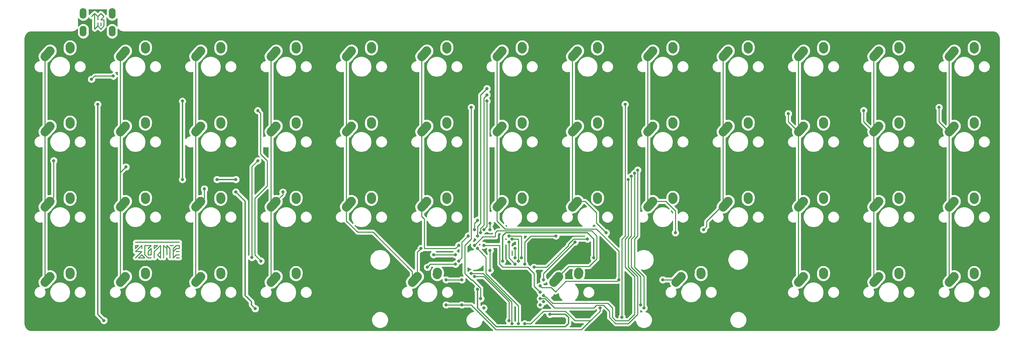
<source format=gbr>
G04 #@! TF.GenerationSoftware,KiCad,Pcbnew,(5.1.5)-3*
G04 #@! TF.CreationDate,2020-03-25T20:08:38+03:00*
G04 #@! TF.ProjectId,Bakers-dozen,42616b65-7273-42d6-946f-7a656e2e6b69,rev?*
G04 #@! TF.SameCoordinates,Original*
G04 #@! TF.FileFunction,Copper,L1,Top*
G04 #@! TF.FilePolarity,Positive*
%FSLAX46Y46*%
G04 Gerber Fmt 4.6, Leading zero omitted, Abs format (unit mm)*
G04 Created by KiCad (PCBNEW (5.1.5)-3) date 2020-03-25 20:08:38*
%MOMM*%
%LPD*%
G04 APERTURE LIST*
%ADD10C,2.250000*%
%ADD11C,2.250000*%
%ADD12O,1.700000X2.700000*%
%ADD13C,0.800000*%
%ADD14C,0.250000*%
%ADD15C,0.380000*%
G04 APERTURE END LIST*
D10*
X129262500Y-123000000D03*
D11*
X127952500Y-124460000D02*
X129262502Y-123000000D01*
D10*
X134302500Y-121920000D03*
D11*
X134262500Y-122500000D02*
X134302500Y-121920000D01*
D10*
X195937500Y-123000000D03*
D11*
X194627500Y-124460000D02*
X195937502Y-123000000D01*
D10*
X200977500Y-121920000D03*
D11*
X200937500Y-122500000D02*
X200977500Y-121920000D01*
D10*
X36393750Y-65850000D03*
D11*
X35083750Y-67310000D02*
X36393752Y-65850000D01*
D10*
X41433750Y-64770000D03*
D11*
X41393750Y-65350000D02*
X41433750Y-64770000D01*
D10*
X55443750Y-65850000D03*
D11*
X54133750Y-67310000D02*
X55443752Y-65850000D01*
D10*
X60483750Y-64770000D03*
D11*
X60443750Y-65350000D02*
X60483750Y-64770000D01*
D10*
X74493750Y-65850000D03*
D11*
X73183750Y-67310000D02*
X74493752Y-65850000D01*
D10*
X79533750Y-64770000D03*
D11*
X79493750Y-65350000D02*
X79533750Y-64770000D01*
D10*
X93543750Y-65850000D03*
D11*
X92233750Y-67310000D02*
X93543752Y-65850000D01*
D10*
X98583750Y-64770000D03*
D11*
X98543750Y-65350000D02*
X98583750Y-64770000D01*
D10*
X112593750Y-65850000D03*
D11*
X111283750Y-67310000D02*
X112593752Y-65850000D01*
D10*
X117633750Y-64770000D03*
D11*
X117593750Y-65350000D02*
X117633750Y-64770000D01*
D10*
X131643750Y-65850000D03*
D11*
X130333750Y-67310000D02*
X131643752Y-65850000D01*
D10*
X136683750Y-64770000D03*
D11*
X136643750Y-65350000D02*
X136683750Y-64770000D01*
D10*
X150693750Y-65850000D03*
D11*
X149383750Y-67310000D02*
X150693752Y-65850000D01*
D10*
X155733750Y-64770000D03*
D11*
X155693750Y-65350000D02*
X155733750Y-64770000D01*
D10*
X169743750Y-65850000D03*
D11*
X168433750Y-67310000D02*
X169743752Y-65850000D01*
D10*
X174783750Y-64770000D03*
D11*
X174743750Y-65350000D02*
X174783750Y-64770000D01*
D10*
X188793750Y-65850000D03*
D11*
X187483750Y-67310000D02*
X188793752Y-65850000D01*
D10*
X193833750Y-64770000D03*
D11*
X193793750Y-65350000D02*
X193833750Y-64770000D01*
D10*
X207843750Y-65850000D03*
D11*
X206533750Y-67310000D02*
X207843752Y-65850000D01*
D10*
X212883750Y-64770000D03*
D11*
X212843750Y-65350000D02*
X212883750Y-64770000D01*
D10*
X226893750Y-65850000D03*
D11*
X225583750Y-67310000D02*
X226893752Y-65850000D01*
D10*
X231933750Y-64770000D03*
D11*
X231893750Y-65350000D02*
X231933750Y-64770000D01*
D10*
X245943750Y-65850000D03*
D11*
X244633750Y-67310000D02*
X245943752Y-65850000D01*
D10*
X250983750Y-64770000D03*
D11*
X250943750Y-65350000D02*
X250983750Y-64770000D01*
D10*
X264993750Y-65850000D03*
D11*
X263683750Y-67310000D02*
X264993752Y-65850000D01*
D10*
X270033750Y-64770000D03*
D11*
X269993750Y-65350000D02*
X270033750Y-64770000D01*
D10*
X36393750Y-84900000D03*
D11*
X35083750Y-86360000D02*
X36393752Y-84900000D01*
D10*
X41433750Y-83820000D03*
D11*
X41393750Y-84400000D02*
X41433750Y-83820000D01*
D10*
X55443750Y-84900000D03*
D11*
X54133750Y-86360000D02*
X55443752Y-84900000D01*
D10*
X60483750Y-83820000D03*
D11*
X60443750Y-84400000D02*
X60483750Y-83820000D01*
D10*
X74493750Y-84900000D03*
D11*
X73183750Y-86360000D02*
X74493752Y-84900000D01*
D10*
X79533750Y-83820000D03*
D11*
X79493750Y-84400000D02*
X79533750Y-83820000D01*
D10*
X93543750Y-84900000D03*
D11*
X92233750Y-86360000D02*
X93543752Y-84900000D01*
D10*
X98583750Y-83820000D03*
D11*
X98543750Y-84400000D02*
X98583750Y-83820000D01*
D10*
X112593750Y-84900000D03*
D11*
X111283750Y-86360000D02*
X112593752Y-84900000D01*
D10*
X117633750Y-83820000D03*
D11*
X117593750Y-84400000D02*
X117633750Y-83820000D01*
D10*
X131643750Y-84900000D03*
D11*
X130333750Y-86360000D02*
X131643752Y-84900000D01*
D10*
X136683750Y-83820000D03*
D11*
X136643750Y-84400000D02*
X136683750Y-83820000D01*
D10*
X150693750Y-84900000D03*
D11*
X149383750Y-86360000D02*
X150693752Y-84900000D01*
D10*
X155733750Y-83820000D03*
D11*
X155693750Y-84400000D02*
X155733750Y-83820000D01*
D10*
X169743750Y-84900000D03*
D11*
X168433750Y-86360000D02*
X169743752Y-84900000D01*
D10*
X174783750Y-83820000D03*
D11*
X174743750Y-84400000D02*
X174783750Y-83820000D01*
D10*
X188793750Y-84900000D03*
D11*
X187483750Y-86360000D02*
X188793752Y-84900000D01*
D10*
X193833750Y-83820000D03*
D11*
X193793750Y-84400000D02*
X193833750Y-83820000D01*
D10*
X207843750Y-84900000D03*
D11*
X206533750Y-86360000D02*
X207843752Y-84900000D01*
D10*
X212883750Y-83820000D03*
D11*
X212843750Y-84400000D02*
X212883750Y-83820000D01*
D10*
X226893750Y-84900000D03*
D11*
X225583750Y-86360000D02*
X226893752Y-84900000D01*
D10*
X231933750Y-83820000D03*
D11*
X231893750Y-84400000D02*
X231933750Y-83820000D01*
D10*
X245943750Y-84900000D03*
D11*
X244633750Y-86360000D02*
X245943752Y-84900000D01*
D10*
X250983750Y-83820000D03*
D11*
X250943750Y-84400000D02*
X250983750Y-83820000D01*
D10*
X264993750Y-84900000D03*
D11*
X263683750Y-86360000D02*
X264993752Y-84900000D01*
D10*
X270033750Y-83820000D03*
D11*
X269993750Y-84400000D02*
X270033750Y-83820000D01*
D10*
X36393750Y-103950000D03*
D11*
X35083750Y-105410000D02*
X36393752Y-103950000D01*
D10*
X41433750Y-102870000D03*
D11*
X41393750Y-103450000D02*
X41433750Y-102870000D01*
D10*
X55443750Y-103950000D03*
D11*
X54133750Y-105410000D02*
X55443752Y-103950000D01*
D10*
X60483750Y-102870000D03*
D11*
X60443750Y-103450000D02*
X60483750Y-102870000D01*
D10*
X74493750Y-103950000D03*
D11*
X73183750Y-105410000D02*
X74493752Y-103950000D01*
D10*
X79533750Y-102870000D03*
D11*
X79493750Y-103450000D02*
X79533750Y-102870000D01*
D10*
X93543750Y-103950000D03*
D11*
X92233750Y-105410000D02*
X93543752Y-103950000D01*
D10*
X98583750Y-102870000D03*
D11*
X98543750Y-103450000D02*
X98583750Y-102870000D01*
D10*
X112593750Y-103950000D03*
D11*
X111283750Y-105410000D02*
X112593752Y-103950000D01*
D10*
X117633750Y-102870000D03*
D11*
X117593750Y-103450000D02*
X117633750Y-102870000D01*
D10*
X131643750Y-103950000D03*
D11*
X130333750Y-105410000D02*
X131643752Y-103950000D01*
D10*
X136683750Y-102870000D03*
D11*
X136643750Y-103450000D02*
X136683750Y-102870000D01*
D10*
X150693750Y-103950000D03*
D11*
X149383750Y-105410000D02*
X150693752Y-103950000D01*
D10*
X155733750Y-102870000D03*
D11*
X155693750Y-103450000D02*
X155733750Y-102870000D01*
D10*
X169743750Y-103950000D03*
D11*
X168433750Y-105410000D02*
X169743752Y-103950000D01*
D10*
X174783750Y-102870000D03*
D11*
X174743750Y-103450000D02*
X174783750Y-102870000D01*
D10*
X188793750Y-103950000D03*
D11*
X187483750Y-105410000D02*
X188793752Y-103950000D01*
D10*
X193833750Y-102870000D03*
D11*
X193793750Y-103450000D02*
X193833750Y-102870000D01*
D10*
X207843750Y-103950000D03*
D11*
X206533750Y-105410000D02*
X207843752Y-103950000D01*
D10*
X212883750Y-102870000D03*
D11*
X212843750Y-103450000D02*
X212883750Y-102870000D01*
D10*
X226893750Y-103950000D03*
D11*
X225583750Y-105410000D02*
X226893752Y-103950000D01*
D10*
X231933750Y-102870000D03*
D11*
X231893750Y-103450000D02*
X231933750Y-102870000D01*
D10*
X245943750Y-103950000D03*
D11*
X244633750Y-105410000D02*
X245943752Y-103950000D01*
D10*
X250983750Y-102870000D03*
D11*
X250943750Y-103450000D02*
X250983750Y-102870000D01*
D10*
X264993750Y-103950000D03*
D11*
X263683750Y-105410000D02*
X264993752Y-103950000D01*
D10*
X270033750Y-102870000D03*
D11*
X269993750Y-103450000D02*
X270033750Y-102870000D01*
D10*
X36393750Y-123000000D03*
D11*
X35083750Y-124460000D02*
X36393752Y-123000000D01*
D10*
X41433750Y-121920000D03*
D11*
X41393750Y-122500000D02*
X41433750Y-121920000D01*
D10*
X55443750Y-123000000D03*
D11*
X54133750Y-124460000D02*
X55443752Y-123000000D01*
D10*
X60483750Y-121920000D03*
D11*
X60443750Y-122500000D02*
X60483750Y-121920000D01*
D10*
X74493750Y-123000000D03*
D11*
X73183750Y-124460000D02*
X74493752Y-123000000D01*
D10*
X79533750Y-121920000D03*
D11*
X79493750Y-122500000D02*
X79533750Y-121920000D01*
D10*
X93543750Y-123000000D03*
D11*
X92233750Y-124460000D02*
X93543752Y-123000000D01*
D10*
X98583750Y-121920000D03*
D11*
X98543750Y-122500000D02*
X98583750Y-121920000D01*
D10*
X164981250Y-123000000D03*
D11*
X163671250Y-124460000D02*
X164981252Y-123000000D01*
D10*
X170021250Y-121920000D03*
D11*
X169981250Y-122500000D02*
X170021250Y-121920000D01*
D10*
X226893750Y-123000000D03*
D11*
X225583750Y-124460000D02*
X226893752Y-123000000D01*
D10*
X231933750Y-121920000D03*
D11*
X231893750Y-122500000D02*
X231933750Y-121920000D01*
D10*
X245943750Y-123000000D03*
D11*
X244633750Y-124460000D02*
X245943752Y-123000000D01*
D10*
X250983750Y-121920000D03*
D11*
X250943750Y-122500000D02*
X250983750Y-121920000D01*
D10*
X264993750Y-123000000D03*
D11*
X263683750Y-124460000D02*
X264993752Y-123000000D01*
D10*
X270033750Y-121920000D03*
D11*
X269993750Y-122500000D02*
X270033750Y-121920000D01*
D12*
X44768750Y-56356250D03*
X52068750Y-56356250D03*
X52068750Y-60856250D03*
X44768750Y-60856250D03*
D13*
X83343750Y-101600000D03*
X88267990Y-131130490D03*
X69850000Y-78581250D03*
X69850000Y-98425000D03*
X78581250Y-98425000D03*
X83343750Y-98425000D03*
X153987500Y-115887500D03*
X153987500Y-118268750D03*
X144462500Y-126206250D03*
X146050000Y-130968750D03*
X150793750Y-119081250D03*
X173831250Y-118268750D03*
X48418750Y-79375000D03*
X50006250Y-134143750D03*
X162718750Y-132556250D03*
X52387500Y-72231250D03*
X46831250Y-73025000D03*
X152400000Y-134143750D03*
X143668750Y-123031250D03*
X138906250Y-119856250D03*
X131762500Y-120650000D03*
X153193750Y-134937500D03*
X138906250Y-117475000D03*
X133350000Y-117475000D03*
X142875000Y-122237500D03*
X154781250Y-134937500D03*
X144462500Y-115887500D03*
X140493750Y-130175000D03*
X136525000Y-130175000D03*
X175418750Y-130968750D03*
X156368750Y-134937500D03*
X136525000Y-123825000D03*
X140493750Y-123825000D03*
X160337500Y-130175000D03*
X186531250Y-130968750D03*
X184943750Y-96043750D03*
X37306250Y-93662500D03*
X161131250Y-129381250D03*
X185737500Y-130175000D03*
X184147101Y-96837500D03*
X55562500Y-95250000D03*
X160337500Y-128587500D03*
X183356250Y-97631250D03*
X75406250Y-100806250D03*
X161131250Y-127793750D03*
X95250000Y-101600000D03*
X182562500Y-98425000D03*
X160337500Y-127000000D03*
X146050000Y-115093750D03*
X139700000Y-115093750D03*
X143668750Y-115093750D03*
X180181250Y-123825000D03*
X191293750Y-123825000D03*
X160325000Y-125400000D03*
X161133744Y-123827494D03*
X169068750Y-114300000D03*
X177006250Y-111918750D03*
X130175000Y-115887500D03*
X158750000Y-120650000D03*
X172243750Y-113506250D03*
X194468750Y-111918750D03*
X156368750Y-119856250D03*
X164306250Y-112712500D03*
X201612500Y-111125000D03*
X155575000Y-118268750D03*
X152400000Y-112712500D03*
X146050000Y-111125000D03*
X146843750Y-78581250D03*
X223043750Y-81756250D03*
X154781250Y-119062500D03*
X153193750Y-113506250D03*
X145256250Y-111918750D03*
X146843750Y-76993750D03*
X242093750Y-80962500D03*
X153987500Y-119856250D03*
X152400000Y-114300000D03*
X144462500Y-112712500D03*
X146843750Y-75406250D03*
X261143750Y-80168750D03*
X87415251Y-118165999D03*
X88900000Y-93662500D03*
X142081250Y-112712500D03*
X143668750Y-111125000D03*
X144462500Y-108743750D03*
X147637500Y-109537500D03*
X147637500Y-111125000D03*
X147637500Y-116388740D03*
X147637500Y-121443750D03*
X139700000Y-119062500D03*
X142875000Y-80168750D03*
X145258750Y-128590000D03*
X88900000Y-80962500D03*
X89693750Y-119062500D03*
X181768750Y-79375000D03*
X180975000Y-133350000D03*
D14*
X61912500Y-115093750D02*
X61118750Y-115887500D01*
X62706250Y-115093750D02*
X62706250Y-115887500D01*
X63500000Y-115093750D02*
X62706250Y-115093750D01*
X62706250Y-115887500D02*
X63500000Y-115093750D01*
X59531250Y-115093750D02*
X59531250Y-115887500D01*
X61118750Y-118268750D02*
X61912500Y-118268750D01*
X68262500Y-116681250D02*
X69056250Y-116681250D01*
X61118750Y-116681250D02*
X61118750Y-117475000D01*
X61912500Y-117475000D02*
X61912500Y-115887500D01*
X61912500Y-115887500D02*
X61118750Y-116681250D01*
X61118750Y-117475000D02*
X61912500Y-117475000D01*
X60325000Y-116681250D02*
X60325000Y-117475000D01*
X60325000Y-117475000D02*
X61118750Y-118268750D01*
X59531250Y-117475000D02*
X60325000Y-118268750D01*
X58737500Y-118268750D02*
X59531250Y-117475000D01*
X68262500Y-118268750D02*
X69056250Y-118268750D01*
X58737500Y-118268750D02*
X60325000Y-118268750D01*
X60325000Y-115093750D02*
X61912500Y-115093750D01*
X60325000Y-116681250D02*
X60325000Y-115093750D01*
X57943750Y-114300000D02*
X69056250Y-114300000D01*
X64293750Y-115093750D02*
X64293750Y-116681250D01*
X68262500Y-117475000D02*
X69056250Y-117475000D01*
X69056250Y-115887500D02*
X69056250Y-115093750D01*
X66675000Y-115887500D02*
X66675000Y-118268750D01*
X64293750Y-118268750D02*
X63500000Y-117475000D01*
X67468750Y-118268750D02*
X68262500Y-117475000D01*
X62706250Y-118268750D02*
X62706250Y-116681250D01*
X62706250Y-116681250D02*
X64293750Y-115093750D01*
X68262500Y-115093750D02*
X67468750Y-115887500D01*
X68262500Y-115887500D02*
X69056250Y-115887500D01*
X67468750Y-116681250D02*
X68262500Y-115887500D01*
X65881250Y-115887500D02*
X65881250Y-117475000D01*
X65087500Y-118268750D02*
X65087500Y-115093750D01*
X64293750Y-116681250D02*
X63500000Y-117475000D01*
X69056250Y-115093750D02*
X68262500Y-115093750D01*
X65881250Y-115093750D02*
X66675000Y-115887500D01*
X67468750Y-115887500D02*
X67468750Y-118268750D01*
X64293750Y-116681250D02*
X64293750Y-118268750D01*
X65881250Y-115887500D02*
X65881250Y-115093750D01*
X65087500Y-115093750D02*
X65881250Y-115887500D01*
X57943750Y-116681250D02*
X59531250Y-116681250D01*
X59531250Y-116681250D02*
X57943750Y-118268750D01*
X59531250Y-115093750D02*
X57943750Y-116681250D01*
X57943750Y-115887500D02*
X57943750Y-115093750D01*
X58737500Y-115093750D02*
X57943750Y-115887500D01*
X57943750Y-115093750D02*
X58737500Y-115093750D01*
X66675000Y-115093750D02*
X67468750Y-115093750D01*
X48418750Y-57150000D02*
X49212500Y-56356250D01*
X49212500Y-56356250D02*
X50006250Y-57150000D01*
X50006250Y-57150000D02*
X49212500Y-57943750D01*
X49212500Y-57943750D02*
X50006250Y-57943750D01*
X50006250Y-57943750D02*
X50006250Y-59531250D01*
X50006250Y-59531250D02*
X49212500Y-60325000D01*
X49212500Y-60325000D02*
X48418750Y-59531250D01*
X48418750Y-59531250D02*
X48418750Y-58737500D01*
X48418750Y-57943750D02*
X48418750Y-57150000D01*
X47625000Y-60325000D02*
X48418750Y-59531250D01*
X48418750Y-57150000D02*
X47625000Y-56356250D01*
X47625000Y-56356250D02*
X47625000Y-60325000D01*
X47625000Y-56356250D02*
X46831250Y-57150000D01*
X49212500Y-58737500D02*
X49212500Y-59531250D01*
D15*
X83343750Y-101600000D02*
X85725000Y-103981250D01*
X85725000Y-103981250D02*
X85725000Y-127793750D01*
X85725000Y-127793750D02*
X87312500Y-129381250D01*
X87312500Y-129381250D02*
X87312500Y-130175000D01*
X87312500Y-130175000D02*
X88267990Y-131130490D01*
X69850000Y-78581250D02*
X69850000Y-98425000D01*
X78581250Y-98425000D02*
X83343750Y-98425000D01*
D14*
X153987500Y-115887500D02*
X153987500Y-118268750D01*
D15*
X48418750Y-79375000D02*
X48418750Y-132556250D01*
X48418750Y-132556250D02*
X50006250Y-134143750D01*
X173831250Y-117703065D02*
X173831250Y-118268750D01*
X150793750Y-119081250D02*
X150793750Y-112731250D01*
X150793750Y-112731250D02*
X151606250Y-111918750D01*
X151606250Y-111918750D02*
X172243750Y-111918750D01*
X172243750Y-111918750D02*
X173831250Y-113506250D01*
X173831250Y-113506250D02*
X173831250Y-117703065D01*
X166687500Y-135731250D02*
X167481250Y-134937500D01*
X162718750Y-135731250D02*
X166687500Y-135731250D01*
X167481250Y-134937500D02*
X167481250Y-133350000D01*
X167481250Y-133350000D02*
X166687500Y-132556250D01*
X166687500Y-132556250D02*
X162718750Y-132556250D01*
X146050000Y-132556250D02*
X149225000Y-135731250D01*
X144462500Y-126206250D02*
X144462500Y-130968750D01*
X144462500Y-130968750D02*
X146050000Y-132556250D01*
X149225000Y-135731250D02*
X162718750Y-135731250D01*
D14*
X52387500Y-72231250D02*
X47625000Y-72231250D01*
X47625000Y-72231250D02*
X46831250Y-73025000D01*
X152400000Y-134143750D02*
X152400000Y-129381250D01*
X152400000Y-129381250D02*
X146050000Y-123031250D01*
X146050000Y-123031250D02*
X143668750Y-123031250D01*
X138906250Y-119856250D02*
X132556250Y-119856250D01*
X132556250Y-119856250D02*
X131762500Y-120650000D01*
X138906250Y-117475000D02*
X133350000Y-117475000D01*
X153125001Y-134868751D02*
X153193750Y-134937500D01*
X153125001Y-129469841D02*
X153125001Y-134868751D01*
X145892660Y-122237500D02*
X153125001Y-129469841D01*
X145892660Y-122237500D02*
X142875000Y-122237500D01*
X154781250Y-134937500D02*
X154781250Y-130436545D01*
X154781250Y-130436545D02*
X146582205Y-122237500D01*
X146582205Y-122237500D02*
X146582205Y-118164545D01*
X144305160Y-115887500D02*
X144462500Y-115887500D01*
X146582205Y-118164545D02*
X144462500Y-115887500D01*
X140493750Y-130175000D02*
X136525000Y-130175000D01*
X156368750Y-134937500D02*
X157956250Y-134937500D01*
X157956250Y-134937500D02*
X161131250Y-131762500D01*
X175418750Y-131762500D02*
X175418750Y-130968750D01*
X161131250Y-131762500D02*
X166687500Y-131762500D01*
X166687500Y-131762500D02*
X169068750Y-134143750D01*
X169068750Y-134143750D02*
X173037500Y-134143750D01*
X170721666Y-136459584D02*
X173037500Y-134143750D01*
X173037500Y-134143750D02*
X175418750Y-131762500D01*
X142146666Y-130175000D02*
X140493750Y-130175000D01*
X149290416Y-136459584D02*
X170721666Y-136459584D01*
X149290416Y-136459584D02*
X149159584Y-136459584D01*
X149159584Y-136459584D02*
X142875000Y-130175000D01*
X142875000Y-130175000D02*
X142146666Y-130175000D01*
X136525000Y-123825000D02*
X140493750Y-123825000D01*
X35083750Y-83590000D02*
X35083750Y-86360000D01*
X35083750Y-67310000D02*
X35083750Y-83590000D01*
X35083750Y-102640000D02*
X35083750Y-105410000D01*
X35083750Y-107791250D02*
X35083750Y-124460000D01*
X35083750Y-105410000D02*
X35083750Y-107791250D01*
X35083750Y-86360000D02*
X35083750Y-102640000D01*
X37306250Y-103037500D02*
X36393750Y-103950000D01*
X37306250Y-93662500D02*
X37306250Y-103037500D01*
X184943750Y-96043750D02*
X184872101Y-96115399D01*
X184150000Y-113506250D02*
X184943750Y-112712500D01*
X184150000Y-120650000D02*
X184150000Y-113506250D01*
X186531250Y-130968750D02*
X186531250Y-123031250D01*
X184943750Y-112712500D02*
X184943750Y-96043750D01*
X186531250Y-123031250D02*
X184150000Y-120650000D01*
X54133750Y-69691250D02*
X54133750Y-86360000D01*
X54133750Y-67310000D02*
X54133750Y-69691250D01*
X54133750Y-88741250D02*
X54133750Y-105410000D01*
X54133750Y-86360000D02*
X54133750Y-88741250D01*
X54133750Y-107791250D02*
X54133750Y-124460000D01*
X54133750Y-105410000D02*
X54133750Y-107791250D01*
X54133750Y-96678750D02*
X54133750Y-105410000D01*
X55562500Y-95250000D02*
X54133750Y-96678750D01*
X185737500Y-123031250D02*
X183356250Y-120650000D01*
X185737500Y-130175000D02*
X185737500Y-123031250D01*
X183356250Y-120650000D02*
X183356250Y-113506250D01*
X183356250Y-113506250D02*
X184150000Y-112712500D01*
X184147101Y-112709601D02*
X184147101Y-96837500D01*
X184150000Y-112712500D02*
X184147101Y-112709601D01*
X73183750Y-69691250D02*
X73183750Y-86360000D01*
X73183750Y-67310000D02*
X73183750Y-69691250D01*
X73183750Y-102640000D02*
X73183750Y-105410000D01*
X73183750Y-86360000D02*
X73183750Y-102640000D01*
X73183750Y-107791250D02*
X73183750Y-124460000D01*
X73183750Y-105410000D02*
X73183750Y-107791250D01*
X75406250Y-103187500D02*
X73183750Y-105410000D01*
X75406250Y-100806250D02*
X75406250Y-103187500D01*
X182562500Y-113506250D02*
X183356250Y-112712500D01*
X182562500Y-120650000D02*
X182562500Y-113506250D01*
X184943750Y-123031250D02*
X182562500Y-120650000D01*
X163957588Y-130968750D02*
X173831250Y-130968750D01*
X173831250Y-130968750D02*
X174556251Y-130243749D01*
X160337500Y-128587500D02*
X161576338Y-128587500D01*
X174556251Y-130243749D02*
X176281249Y-130243749D01*
X161576338Y-128587500D02*
X163957588Y-130968750D01*
X176281249Y-130243749D02*
X177800000Y-131762500D01*
X177800000Y-131762500D02*
X177800000Y-133350000D01*
X177800000Y-133350000D02*
X179387500Y-134937500D01*
X179387500Y-134937500D02*
X182562500Y-134937500D01*
X183356250Y-112712500D02*
X183356250Y-97631250D01*
X182562500Y-134937500D02*
X184943750Y-132556250D01*
X184943750Y-132556250D02*
X184943750Y-123031250D01*
X92233750Y-83590000D02*
X92233750Y-86360000D01*
X92233750Y-67310000D02*
X92233750Y-83590000D01*
X92233750Y-102640000D02*
X92233750Y-105410000D01*
X92233750Y-86360000D02*
X92233750Y-102640000D01*
X92233750Y-105410000D02*
X92233750Y-124460000D01*
X92233750Y-105260000D02*
X92233750Y-105410000D01*
X95250000Y-102243750D02*
X92233750Y-105260000D01*
X95250000Y-101600000D02*
X95250000Y-102243750D01*
X181768750Y-113506250D02*
X182562500Y-112712500D01*
X181768750Y-120650000D02*
X181768750Y-113506250D01*
X161762738Y-128137490D02*
X163418987Y-129793739D01*
X177418740Y-129793740D02*
X178593750Y-130968750D01*
X182562500Y-112712500D02*
X182562500Y-98425000D01*
X184150000Y-123031250D02*
X181768750Y-120650000D01*
X163418987Y-129793739D02*
X177418740Y-129793740D01*
X178593750Y-133350000D02*
X179387500Y-134143750D01*
X161474990Y-128137490D02*
X161762738Y-128137490D01*
X161131250Y-127793750D02*
X161474990Y-128137490D01*
X179387500Y-134143750D02*
X182562500Y-134143750D01*
X178593750Y-130968750D02*
X178593750Y-133350000D01*
X182562500Y-134143750D02*
X184150000Y-132556250D01*
X184150000Y-132556250D02*
X184150000Y-123031250D01*
X111283750Y-83590000D02*
X111283750Y-86360000D01*
X111283750Y-67310000D02*
X111283750Y-83590000D01*
X111283750Y-88741250D02*
X111283750Y-105410000D01*
X111283750Y-86360000D02*
X111283750Y-88741250D01*
X114133749Y-111752499D02*
X118014999Y-111752499D01*
X118014999Y-111752499D02*
X127952500Y-121690000D01*
X111283750Y-108902500D02*
X114133749Y-111752499D01*
X111283750Y-105410000D02*
X111283750Y-108902500D01*
X160337500Y-127000000D02*
X158750000Y-125412500D01*
X129262500Y-116800000D02*
X129262500Y-123000000D01*
X146050000Y-115093750D02*
X150018750Y-115093750D01*
X150018750Y-115093750D02*
X150018750Y-119856250D01*
X130333750Y-83590000D02*
X130333750Y-86360000D01*
X130333750Y-67310000D02*
X130333750Y-83590000D01*
X130333750Y-102640000D02*
X130333750Y-105410000D01*
X130333750Y-86360000D02*
X130333750Y-102640000D01*
X130333750Y-107791250D02*
X130968750Y-108426250D01*
X130333750Y-105410000D02*
X130333750Y-107791250D01*
X130968750Y-108426250D02*
X130968750Y-113015702D01*
X130968750Y-113015702D02*
X130968750Y-115887500D01*
X130968750Y-115887500D02*
X138906250Y-115887500D01*
X138906250Y-115887500D02*
X139700000Y-115093750D01*
X145813732Y-112948768D02*
X143668750Y-115093750D01*
X148988732Y-111918750D02*
X148988732Y-112948768D01*
X149503741Y-111403741D02*
X148988732Y-111918750D01*
X148988732Y-112948768D02*
X145813732Y-112948768D01*
X172522491Y-111403741D02*
X149503741Y-111403741D01*
X172522491Y-111403741D02*
X173316241Y-111403741D01*
X172758759Y-111403741D02*
X172522491Y-111403741D01*
X172758759Y-111403741D02*
X173316241Y-111403741D01*
X174625000Y-118548002D02*
X172703003Y-120469999D01*
X173316241Y-111403741D02*
X174625000Y-112712500D01*
X167511251Y-120469999D02*
X164981250Y-123000000D01*
X172703003Y-120469999D02*
X167511251Y-120469999D01*
X174625000Y-112712500D02*
X174625000Y-118548002D01*
X149383750Y-69691250D02*
X149383750Y-86360000D01*
X149383750Y-67310000D02*
X149383750Y-69691250D01*
X149383750Y-88741250D02*
X149383750Y-105410000D01*
X149383750Y-86360000D02*
X149383750Y-88741250D01*
X193992500Y-123825000D02*
X194627500Y-124460000D01*
X191293750Y-123825000D02*
X193992500Y-123825000D01*
X179781251Y-124224999D02*
X180181250Y-123825000D01*
X160724999Y-125799999D02*
X163082763Y-125799999D01*
X160325000Y-125400000D02*
X160724999Y-125799999D01*
X163082763Y-125799999D02*
X164177252Y-126894488D01*
X164177252Y-126894488D02*
X166846741Y-124224999D01*
X166846741Y-124224999D02*
X179781251Y-124224999D01*
X180181250Y-116571088D02*
X180181250Y-123825000D01*
X151434981Y-110953731D02*
X174563893Y-110953731D01*
X149383750Y-105410000D02*
X149383750Y-108902500D01*
X174563893Y-110953731D02*
X180181250Y-116571088D01*
X149383750Y-108902500D02*
X151434981Y-110953731D01*
X168433750Y-67310000D02*
X168433750Y-86360000D01*
X168433750Y-102640000D02*
X168433750Y-105410000D01*
X168433750Y-86360000D02*
X168433750Y-102640000D01*
X161133744Y-123827494D02*
X161133744Y-122235006D01*
X161133744Y-122235006D02*
X169068750Y-114300000D01*
X174562651Y-106836927D02*
X171675724Y-103950000D01*
X174562651Y-109475151D02*
X174562651Y-106836927D01*
X171334740Y-103950000D02*
X169743750Y-103950000D01*
X171675724Y-103950000D02*
X171334740Y-103950000D01*
X177006250Y-111918750D02*
X174562651Y-109475151D01*
X187483750Y-69691250D02*
X187483750Y-86360000D01*
X187483750Y-67310000D02*
X187483750Y-69691250D01*
X187483750Y-102640000D02*
X187483750Y-105410000D01*
X187483750Y-86360000D02*
X187483750Y-102640000D01*
X127952500Y-121690000D02*
X127952500Y-124460000D01*
X130175000Y-115887500D02*
X129262500Y-116800000D01*
X150018750Y-119856250D02*
X150812500Y-120650000D01*
X150812500Y-120650000D02*
X157162500Y-120650000D01*
X157162500Y-120650000D02*
X158750000Y-122237500D01*
X158750000Y-125412500D02*
X158750000Y-122237500D01*
X158750000Y-120650000D02*
X161925000Y-120650000D01*
X161925000Y-120650000D02*
X167481250Y-115093750D01*
X168789498Y-113506250D02*
X172243750Y-113506250D01*
X167481250Y-115093750D02*
X167481250Y-114814498D01*
X167481250Y-114814498D02*
X168789498Y-113506250D01*
X194468750Y-111918750D02*
X194468750Y-106362500D01*
X192056250Y-103950000D02*
X188793750Y-103950000D01*
X194468750Y-106362500D02*
X192056250Y-103950000D01*
X206533750Y-83590000D02*
X206533750Y-86360000D01*
X206533750Y-67310000D02*
X206533750Y-83590000D01*
X206533750Y-88741250D02*
X206533750Y-105410000D01*
X206533750Y-86360000D02*
X206533750Y-88741250D01*
X156368750Y-119856250D02*
X156368750Y-114300000D01*
X156368750Y-114300000D02*
X157956250Y-112712500D01*
X157956250Y-112712500D02*
X164306250Y-112712500D01*
X201612500Y-111125000D02*
X202406250Y-110331250D01*
X202406250Y-109031498D02*
X206027748Y-105410000D01*
X206027748Y-105410000D02*
X206533750Y-105410000D01*
X202406250Y-110331250D02*
X202406250Y-109031498D01*
X225583750Y-67310000D02*
X225583750Y-86360000D01*
X225583750Y-102640000D02*
X225583750Y-105410000D01*
X225583750Y-86360000D02*
X225583750Y-102640000D01*
X225583750Y-121690000D02*
X225583750Y-124460000D01*
X225583750Y-105410000D02*
X225583750Y-121690000D01*
X155575000Y-118268750D02*
X155575000Y-112712500D01*
X155575000Y-112712500D02*
X152400000Y-112712500D01*
X146050000Y-111125000D02*
X146843750Y-110331250D01*
X146843750Y-110331250D02*
X146843750Y-78581250D01*
X223043750Y-83820000D02*
X225583750Y-86360000D01*
X223043750Y-81756250D02*
X223043750Y-83820000D01*
X244633750Y-67310000D02*
X244633750Y-86360000D01*
X244633750Y-88741250D02*
X244633750Y-105410000D01*
X244633750Y-86360000D02*
X244633750Y-88741250D01*
X244633750Y-105410000D02*
X244633750Y-124460000D01*
X154781250Y-119062500D02*
X154781250Y-113506250D01*
X154781250Y-113506250D02*
X153193750Y-113506250D01*
X145256250Y-110845748D02*
X146050000Y-110051998D01*
X145256250Y-111918750D02*
X145256250Y-110845748D01*
X146050000Y-110051998D02*
X146050000Y-77787500D01*
X146050000Y-77787500D02*
X146843750Y-76993750D01*
X242093750Y-83820000D02*
X244633750Y-86360000D01*
X242093750Y-80962500D02*
X242093750Y-83820000D01*
X263683750Y-67310000D02*
X263683750Y-86360000D01*
X263683750Y-102640000D02*
X263683750Y-105410000D01*
X263683750Y-86360000D02*
X263683750Y-102640000D01*
X263683750Y-121690000D02*
X263683750Y-124460000D01*
X263683750Y-105410000D02*
X263683750Y-121690000D01*
X153987500Y-119856250D02*
X152400000Y-118268750D01*
X152400000Y-118268750D02*
X152400000Y-114300000D01*
X144462500Y-112712500D02*
X144462500Y-110331250D01*
X144462500Y-110331250D02*
X145256250Y-109537500D01*
X145256250Y-109537500D02*
X145256250Y-77508248D01*
X145256250Y-77508248D02*
X145256250Y-76993750D01*
X145256250Y-76993750D02*
X146843750Y-75406250D01*
X261143750Y-83820000D02*
X263683750Y-86360000D01*
X261143750Y-80168750D02*
X261143750Y-83820000D01*
X87415251Y-118165999D02*
X87415251Y-95147249D01*
X87415251Y-95147249D02*
X88900000Y-93662500D01*
X140493750Y-114300000D02*
X142081250Y-112712500D01*
X143668750Y-111125000D02*
X143668750Y-109537500D01*
X143668750Y-109537500D02*
X144462500Y-108743750D01*
X147637500Y-109537500D02*
X147637500Y-111125000D01*
X147637500Y-116388740D02*
X147637500Y-121443750D01*
X140493750Y-118268750D02*
X140493750Y-114300000D01*
X139700000Y-119062500D02*
X140493750Y-118268750D01*
X142875000Y-80168750D02*
X142875000Y-113506250D01*
X142875000Y-113506250D02*
X141287500Y-115093750D01*
X141287500Y-115093750D02*
X141287500Y-122237500D01*
X141287500Y-122237500D02*
X142875000Y-123825000D01*
X143154252Y-123825000D02*
X145256250Y-125926998D01*
X142875000Y-123825000D02*
X143154252Y-123825000D01*
X145256250Y-125926998D02*
X145256250Y-128587500D01*
X145256250Y-128587500D02*
X145258750Y-128590000D01*
X89625001Y-81687501D02*
X89625001Y-92006251D01*
X88900000Y-80962500D02*
X89625001Y-81687501D01*
X89625001Y-92006251D02*
X91281250Y-93662500D01*
X91281250Y-93662500D02*
X91281250Y-100012500D01*
X88140252Y-103153498D02*
X88140252Y-117509002D01*
X91281250Y-100012500D02*
X88140252Y-103153498D01*
X88140252Y-117509002D02*
X89693750Y-119062500D01*
X180975000Y-133350000D02*
X180975000Y-113506250D01*
X181768750Y-112712500D02*
X181768750Y-79375000D01*
X180975000Y-113506250D02*
X181768750Y-112712500D01*
G36*
X46197947Y-57573159D02*
G01*
X46292671Y-57688579D01*
X46408091Y-57783303D01*
X46539773Y-57853688D01*
X46682657Y-57897032D01*
X46831250Y-57911667D01*
X46867000Y-57908146D01*
X46867001Y-60287758D01*
X46863333Y-60325000D01*
X46877968Y-60473593D01*
X46921312Y-60616477D01*
X46991697Y-60748159D01*
X47001343Y-60759913D01*
X47086421Y-60863580D01*
X47201841Y-60958303D01*
X47333524Y-61028689D01*
X47469125Y-61069823D01*
X47476407Y-61072032D01*
X47625000Y-61086667D01*
X47773594Y-61072032D01*
X47916477Y-61028689D01*
X48048160Y-60958303D01*
X48163580Y-60863580D01*
X48187323Y-60834649D01*
X48418750Y-60603223D01*
X48650189Y-60834662D01*
X48673921Y-60863579D01*
X48702837Y-60887310D01*
X48702840Y-60887313D01*
X48789340Y-60958303D01*
X48921022Y-61028688D01*
X49063906Y-61072032D01*
X49212499Y-61086667D01*
X49212500Y-61086667D01*
X49361093Y-61072032D01*
X49503977Y-61028688D01*
X49635659Y-60958303D01*
X49661175Y-60937362D01*
X49751079Y-60863579D01*
X49774815Y-60834657D01*
X50515904Y-60093569D01*
X50544830Y-60069830D01*
X50639553Y-59954410D01*
X50642706Y-59948512D01*
X50607208Y-60065531D01*
X50585750Y-60283400D01*
X50585750Y-61429099D01*
X50607208Y-61646968D01*
X50692008Y-61926514D01*
X50829715Y-62184146D01*
X51015037Y-62409963D01*
X51240853Y-62595285D01*
X51498485Y-62732992D01*
X51778031Y-62817792D01*
X52068750Y-62846425D01*
X52359468Y-62817792D01*
X52639014Y-62732992D01*
X52896646Y-62595285D01*
X53122463Y-62409963D01*
X53307785Y-62184147D01*
X53445492Y-61926515D01*
X53530292Y-61646969D01*
X53551750Y-61429100D01*
X53551750Y-60317510D01*
X53565232Y-60337498D01*
X53597897Y-60387415D01*
X53603704Y-60394535D01*
X53702450Y-60513898D01*
X53744745Y-60555898D01*
X53786492Y-60598529D01*
X53793571Y-60604385D01*
X53913619Y-60702294D01*
X53963290Y-60735295D01*
X54012502Y-60768991D01*
X54020583Y-60773361D01*
X54157364Y-60846088D01*
X54212498Y-60868812D01*
X54267315Y-60892307D01*
X54276091Y-60895024D01*
X54424392Y-60939799D01*
X54482901Y-60951384D01*
X54541229Y-60963782D01*
X54550366Y-60964743D01*
X54704540Y-60979860D01*
X54704549Y-60979860D01*
X54736431Y-60983000D01*
X274605314Y-60983000D01*
X274971605Y-61018915D01*
X275292975Y-61115943D01*
X275589387Y-61273547D01*
X275849537Y-61485721D01*
X276063523Y-61744385D01*
X276223193Y-62039689D01*
X276322463Y-62360378D01*
X276360751Y-62724667D01*
X276360750Y-134905314D01*
X276324835Y-135271605D01*
X276227807Y-135592977D01*
X276070203Y-135889386D01*
X275858027Y-136149539D01*
X275599366Y-136363522D01*
X275304061Y-136523193D01*
X274983372Y-136622463D01*
X274619093Y-136660750D01*
X171592472Y-136660750D01*
X173547161Y-134706063D01*
X173576080Y-134682330D01*
X173599824Y-134653398D01*
X175928405Y-132324818D01*
X175957330Y-132301080D01*
X176052053Y-132185660D01*
X176122439Y-132053977D01*
X176165782Y-131911094D01*
X176176750Y-131799732D01*
X176176750Y-131799731D01*
X176180417Y-131762501D01*
X176176750Y-131725268D01*
X176176750Y-131671632D01*
X176221133Y-131627249D01*
X176334183Y-131458059D01*
X176360368Y-131394841D01*
X177042000Y-132076474D01*
X177042001Y-133312758D01*
X177038333Y-133350000D01*
X177052968Y-133498593D01*
X177096312Y-133641477D01*
X177138599Y-133720590D01*
X177166698Y-133773160D01*
X177261421Y-133888580D01*
X177290347Y-133912319D01*
X178825181Y-135447154D01*
X178848920Y-135476080D01*
X178964340Y-135570803D01*
X179096023Y-135641189D01*
X179198062Y-135672142D01*
X179238906Y-135684532D01*
X179387499Y-135699167D01*
X179424731Y-135695500D01*
X182525268Y-135695500D01*
X182562500Y-135699167D01*
X182599732Y-135695500D01*
X182711094Y-135684532D01*
X182853977Y-135641189D01*
X182985660Y-135570803D01*
X183101080Y-135476080D01*
X183124824Y-135447148D01*
X184347814Y-134224159D01*
X184425392Y-134614174D01*
X184587991Y-135006723D01*
X184824049Y-135360007D01*
X185124493Y-135660451D01*
X185477777Y-135896509D01*
X185870326Y-136059108D01*
X186287054Y-136142000D01*
X186711946Y-136142000D01*
X187128674Y-136059108D01*
X187521223Y-135896509D01*
X187874507Y-135660451D01*
X188174951Y-135360007D01*
X188411009Y-135006723D01*
X188573608Y-134614174D01*
X188656500Y-134197446D01*
X188656500Y-133772554D01*
X208218500Y-133772554D01*
X208218500Y-134197446D01*
X208301392Y-134614174D01*
X208463991Y-135006723D01*
X208700049Y-135360007D01*
X209000493Y-135660451D01*
X209353777Y-135896509D01*
X209746326Y-136059108D01*
X210163054Y-136142000D01*
X210587946Y-136142000D01*
X211004674Y-136059108D01*
X211397223Y-135896509D01*
X211750507Y-135660451D01*
X212050951Y-135360007D01*
X212287009Y-135006723D01*
X212449608Y-134614174D01*
X212532500Y-134197446D01*
X212532500Y-133772554D01*
X212449608Y-133355826D01*
X212287009Y-132963277D01*
X212050951Y-132609993D01*
X211750507Y-132309549D01*
X211397223Y-132073491D01*
X211004674Y-131910892D01*
X210587946Y-131828000D01*
X210163054Y-131828000D01*
X209746326Y-131910892D01*
X209353777Y-132073491D01*
X209000493Y-132309549D01*
X208700049Y-132609993D01*
X208463991Y-132963277D01*
X208301392Y-133355826D01*
X208218500Y-133772554D01*
X188656500Y-133772554D01*
X188573608Y-133355826D01*
X188411009Y-132963277D01*
X188174951Y-132609993D01*
X187874507Y-132309549D01*
X187521223Y-132073491D01*
X187128674Y-131910892D01*
X187012072Y-131887698D01*
X187020559Y-131884183D01*
X187189749Y-131771133D01*
X187333633Y-131627249D01*
X187446683Y-131458059D01*
X187524552Y-131270065D01*
X187564250Y-131070492D01*
X187564250Y-130867008D01*
X187524552Y-130667435D01*
X187446683Y-130479441D01*
X187333633Y-130310251D01*
X187289250Y-130265868D01*
X187289250Y-123723258D01*
X190260750Y-123723258D01*
X190260750Y-123926742D01*
X190300448Y-124126315D01*
X190378317Y-124314309D01*
X190491367Y-124483499D01*
X190635251Y-124627383D01*
X190804441Y-124740433D01*
X190992435Y-124818302D01*
X191192008Y-124858000D01*
X191395492Y-124858000D01*
X191595065Y-124818302D01*
X191783059Y-124740433D01*
X191952249Y-124627383D01*
X191996632Y-124583000D01*
X192867797Y-124583000D01*
X192916107Y-124897806D01*
X193034402Y-125223270D01*
X193198564Y-125494071D01*
X192917632Y-125549951D01*
X192643194Y-125663627D01*
X192396206Y-125828660D01*
X192186160Y-126038706D01*
X192021127Y-126285694D01*
X191907451Y-126560132D01*
X191849500Y-126851475D01*
X191849500Y-127148525D01*
X191907451Y-127439868D01*
X192021127Y-127714306D01*
X192186160Y-127961294D01*
X192396206Y-128171340D01*
X192643194Y-128336373D01*
X192917632Y-128450049D01*
X193208975Y-128508000D01*
X193506025Y-128508000D01*
X193797368Y-128450049D01*
X194071806Y-128336373D01*
X194318794Y-128171340D01*
X194528840Y-127961294D01*
X194693873Y-127714306D01*
X194807549Y-127439868D01*
X194865500Y-127148525D01*
X194865500Y-126851475D01*
X194843580Y-126741273D01*
X195810600Y-126741273D01*
X195810600Y-127258727D01*
X195911551Y-127766238D01*
X196109572Y-128244304D01*
X196397054Y-128674551D01*
X196762949Y-129040446D01*
X197193196Y-129327928D01*
X197671262Y-129525949D01*
X198178773Y-129626900D01*
X198696227Y-129626900D01*
X199203738Y-129525949D01*
X199681804Y-129327928D01*
X200112051Y-129040446D01*
X200477946Y-128674551D01*
X200765428Y-128244304D01*
X200963449Y-127766238D01*
X201064400Y-127258727D01*
X201064400Y-126851475D01*
X202009500Y-126851475D01*
X202009500Y-127148525D01*
X202067451Y-127439868D01*
X202181127Y-127714306D01*
X202346160Y-127961294D01*
X202556206Y-128171340D01*
X202803194Y-128336373D01*
X203077632Y-128450049D01*
X203368975Y-128508000D01*
X203666025Y-128508000D01*
X203957368Y-128450049D01*
X204231806Y-128336373D01*
X204478794Y-128171340D01*
X204688840Y-127961294D01*
X204853873Y-127714306D01*
X204967549Y-127439868D01*
X205025500Y-127148525D01*
X205025500Y-126851475D01*
X204967549Y-126560132D01*
X204853873Y-126285694D01*
X204688840Y-126038706D01*
X204478794Y-125828660D01*
X204231806Y-125663627D01*
X203957368Y-125549951D01*
X203666025Y-125492000D01*
X203368975Y-125492000D01*
X203077632Y-125549951D01*
X202803194Y-125663627D01*
X202556206Y-125828660D01*
X202346160Y-126038706D01*
X202181127Y-126285694D01*
X202067451Y-126560132D01*
X202009500Y-126851475D01*
X201064400Y-126851475D01*
X201064400Y-126741273D01*
X200963449Y-126233762D01*
X200765428Y-125755696D01*
X200477946Y-125325449D01*
X200112051Y-124959554D01*
X199681804Y-124672072D01*
X199203738Y-124474051D01*
X198696227Y-124373100D01*
X198178773Y-124373100D01*
X197671262Y-124474051D01*
X197193196Y-124672072D01*
X196762949Y-124959554D01*
X196397054Y-125325449D01*
X196109572Y-125755696D01*
X195911551Y-126233762D01*
X195810600Y-126741273D01*
X194843580Y-126741273D01*
X194807549Y-126560132D01*
X194693873Y-126285694D01*
X194650459Y-126220721D01*
X194723017Y-126223921D01*
X195065306Y-126171393D01*
X195390770Y-126053098D01*
X195686902Y-125873580D01*
X195878314Y-125698339D01*
X197214238Y-124209450D01*
X197303028Y-124120660D01*
X197377678Y-124008938D01*
X197457216Y-123900563D01*
X197473737Y-123865175D01*
X197495419Y-123832725D01*
X197546835Y-123708597D01*
X197603706Y-123586777D01*
X197613005Y-123548849D01*
X197627941Y-123512790D01*
X197654153Y-123381011D01*
X197686165Y-123250442D01*
X197687886Y-123211428D01*
X197695500Y-123173148D01*
X197695500Y-123038781D01*
X197701423Y-122904483D01*
X197695500Y-122865887D01*
X197695500Y-122826852D01*
X197669284Y-122695056D01*
X197648895Y-122562194D01*
X197635557Y-122525496D01*
X197627941Y-122487210D01*
X197618827Y-122465205D01*
X199177724Y-122465205D01*
X199185332Y-122724607D01*
X199262818Y-123062123D01*
X199404661Y-123378036D01*
X199605411Y-123660206D01*
X199857352Y-123897791D01*
X200150802Y-124081660D01*
X200474485Y-124204746D01*
X200815961Y-124262319D01*
X201162107Y-124252168D01*
X201499623Y-124174682D01*
X201815536Y-124032839D01*
X202097706Y-123832089D01*
X202335291Y-123580148D01*
X202519160Y-123286698D01*
X202642246Y-122963015D01*
X202685392Y-122707112D01*
X202723613Y-122152907D01*
X202735500Y-122093148D01*
X202735500Y-121980548D01*
X202737276Y-121954796D01*
X202735500Y-121894241D01*
X202735500Y-121746852D01*
X202730430Y-121721362D01*
X202729668Y-121695393D01*
X202696698Y-121551781D01*
X202667941Y-121407210D01*
X202657995Y-121383199D01*
X202652182Y-121357877D01*
X202591821Y-121223441D01*
X202535419Y-121087275D01*
X202520982Y-121065669D01*
X202510339Y-121041964D01*
X202424917Y-120921896D01*
X202343028Y-120799340D01*
X202324649Y-120780961D01*
X202309589Y-120759793D01*
X202202396Y-120658708D01*
X202098160Y-120554472D01*
X202076549Y-120540032D01*
X202057648Y-120522208D01*
X201932776Y-120443966D01*
X201810225Y-120362081D01*
X201786217Y-120352137D01*
X201764198Y-120338340D01*
X201626462Y-120285963D01*
X201490290Y-120229559D01*
X201464800Y-120224489D01*
X201440515Y-120215254D01*
X201295207Y-120190755D01*
X201150648Y-120162000D01*
X201124661Y-120162000D01*
X201099039Y-120157680D01*
X200951743Y-120162000D01*
X200804352Y-120162000D01*
X200778861Y-120167070D01*
X200752893Y-120167832D01*
X200609268Y-120200805D01*
X200464710Y-120229559D01*
X200440704Y-120239502D01*
X200415377Y-120245317D01*
X200280924Y-120305686D01*
X200144775Y-120362081D01*
X200123169Y-120376517D01*
X200099464Y-120387161D01*
X199979403Y-120472578D01*
X199856840Y-120554472D01*
X199838458Y-120572854D01*
X199817294Y-120587911D01*
X199716226Y-120695086D01*
X199611972Y-120799340D01*
X199597530Y-120820954D01*
X199579709Y-120839852D01*
X199501471Y-120964717D01*
X199419581Y-121087275D01*
X199409637Y-121111281D01*
X199395840Y-121133301D01*
X199343461Y-121271045D01*
X199287059Y-121407210D01*
X199281989Y-121432700D01*
X199272754Y-121456985D01*
X199248255Y-121602291D01*
X199219500Y-121746852D01*
X199219500Y-121859454D01*
X199177724Y-122465205D01*
X197618827Y-122465205D01*
X197576520Y-122363069D01*
X197530600Y-122236730D01*
X197510356Y-122203335D01*
X197495419Y-122167275D01*
X197420765Y-122055548D01*
X197351082Y-121940598D01*
X197324717Y-121911800D01*
X197303028Y-121879340D01*
X197207997Y-121784309D01*
X197117241Y-121685178D01*
X197085766Y-121662078D01*
X197058160Y-121634472D01*
X196946421Y-121559811D01*
X196838064Y-121480286D01*
X196802682Y-121463768D01*
X196770225Y-121442081D01*
X196646068Y-121390653D01*
X196524278Y-121333796D01*
X196486360Y-121324500D01*
X196450290Y-121309559D01*
X196318474Y-121283339D01*
X196187943Y-121251337D01*
X196148941Y-121249617D01*
X196110648Y-121242000D01*
X195976236Y-121242000D01*
X195841984Y-121236079D01*
X195803401Y-121242000D01*
X195764352Y-121242000D01*
X195632508Y-121268225D01*
X195499695Y-121288607D01*
X195463011Y-121301941D01*
X195424710Y-121309559D01*
X195300523Y-121360999D01*
X195174231Y-121406902D01*
X195140848Y-121427139D01*
X195104775Y-121442081D01*
X194993005Y-121516763D01*
X194878099Y-121586420D01*
X194849312Y-121612775D01*
X194816840Y-121634472D01*
X194721771Y-121729541D01*
X194686687Y-121761661D01*
X194660801Y-121790511D01*
X194571972Y-121879340D01*
X194545354Y-121919177D01*
X193515457Y-123067000D01*
X191996632Y-123067000D01*
X191952249Y-123022617D01*
X191783059Y-122909567D01*
X191595065Y-122831698D01*
X191395492Y-122792000D01*
X191192008Y-122792000D01*
X190992435Y-122831698D01*
X190804441Y-122909567D01*
X190635251Y-123022617D01*
X190491367Y-123166501D01*
X190378317Y-123335691D01*
X190300448Y-123523685D01*
X190260750Y-123723258D01*
X187289250Y-123723258D01*
X187289250Y-123068481D01*
X187292917Y-123031249D01*
X187278282Y-122882656D01*
X187268803Y-122851407D01*
X187234939Y-122739773D01*
X187164553Y-122608090D01*
X187069830Y-122492670D01*
X187040904Y-122468931D01*
X185870151Y-121298178D01*
X186240773Y-121371900D01*
X186758227Y-121371900D01*
X187265738Y-121270949D01*
X187743804Y-121072928D01*
X188174051Y-120785446D01*
X188539946Y-120419551D01*
X188827428Y-119989304D01*
X189025449Y-119511238D01*
X189126400Y-119003727D01*
X189126400Y-118486273D01*
X207748600Y-118486273D01*
X207748600Y-119003727D01*
X207849551Y-119511238D01*
X208047572Y-119989304D01*
X208335054Y-120419551D01*
X208700949Y-120785446D01*
X209131196Y-121072928D01*
X209609262Y-121270949D01*
X210116773Y-121371900D01*
X210634227Y-121371900D01*
X211141738Y-121270949D01*
X211619804Y-121072928D01*
X212050051Y-120785446D01*
X212415946Y-120419551D01*
X212703428Y-119989304D01*
X212901449Y-119511238D01*
X213002400Y-119003727D01*
X213002400Y-118486273D01*
X212901449Y-117978762D01*
X212703428Y-117500696D01*
X212415946Y-117070449D01*
X212050051Y-116704554D01*
X211619804Y-116417072D01*
X211141738Y-116219051D01*
X210634227Y-116118100D01*
X210116773Y-116118100D01*
X209609262Y-116219051D01*
X209131196Y-116417072D01*
X208700949Y-116704554D01*
X208335054Y-117070449D01*
X208047572Y-117500696D01*
X207849551Y-117978762D01*
X207748600Y-118486273D01*
X189126400Y-118486273D01*
X189025449Y-117978762D01*
X188827428Y-117500696D01*
X188539946Y-117070449D01*
X188174051Y-116704554D01*
X187743804Y-116417072D01*
X187265738Y-116219051D01*
X186758227Y-116118100D01*
X186240773Y-116118100D01*
X185733262Y-116219051D01*
X185255196Y-116417072D01*
X184908000Y-116649061D01*
X184908000Y-113820222D01*
X185453405Y-113274818D01*
X185482330Y-113251080D01*
X185577053Y-113135660D01*
X185647439Y-113003977D01*
X185690782Y-112861094D01*
X185701750Y-112749732D01*
X185701750Y-112749731D01*
X185705417Y-112712501D01*
X185701750Y-112675268D01*
X185701750Y-109370171D01*
X185773882Y-109400049D01*
X186065225Y-109458000D01*
X186362275Y-109458000D01*
X186653618Y-109400049D01*
X186928056Y-109286373D01*
X187175044Y-109121340D01*
X187385090Y-108911294D01*
X187550123Y-108664306D01*
X187663799Y-108389868D01*
X187721750Y-108098525D01*
X187721750Y-107801475D01*
X187663799Y-107510132D01*
X187550123Y-107235694D01*
X187506709Y-107170721D01*
X187579267Y-107173921D01*
X187921556Y-107121393D01*
X188247020Y-107003098D01*
X188543152Y-106823580D01*
X188734564Y-106648339D01*
X190070488Y-105159450D01*
X190159278Y-105070660D01*
X190233928Y-104958938D01*
X190313466Y-104850563D01*
X190329987Y-104815175D01*
X190351669Y-104782725D01*
X190382621Y-104708000D01*
X191742278Y-104708000D01*
X192894556Y-105860279D01*
X192538054Y-105622072D01*
X192059988Y-105424051D01*
X191552477Y-105323100D01*
X191035023Y-105323100D01*
X190527512Y-105424051D01*
X190049446Y-105622072D01*
X189619199Y-105909554D01*
X189253304Y-106275449D01*
X188965822Y-106705696D01*
X188767801Y-107183762D01*
X188666850Y-107691273D01*
X188666850Y-108208727D01*
X188767801Y-108716238D01*
X188965822Y-109194304D01*
X189253304Y-109624551D01*
X189619199Y-109990446D01*
X190049446Y-110277928D01*
X190527512Y-110475949D01*
X191035023Y-110576900D01*
X191552477Y-110576900D01*
X192059988Y-110475949D01*
X192538054Y-110277928D01*
X192968301Y-109990446D01*
X193334196Y-109624551D01*
X193621678Y-109194304D01*
X193710751Y-108979263D01*
X193710750Y-111215868D01*
X193666367Y-111260251D01*
X193553317Y-111429441D01*
X193475448Y-111617435D01*
X193435750Y-111817008D01*
X193435750Y-112020492D01*
X193475448Y-112220065D01*
X193553317Y-112408059D01*
X193666367Y-112577249D01*
X193810251Y-112721133D01*
X193979441Y-112834183D01*
X194167435Y-112912052D01*
X194367008Y-112951750D01*
X194570492Y-112951750D01*
X194770065Y-112912052D01*
X194958059Y-112834183D01*
X195127249Y-112721133D01*
X195271133Y-112577249D01*
X195384183Y-112408059D01*
X195462052Y-112220065D01*
X195501750Y-112020492D01*
X195501750Y-111817008D01*
X195462052Y-111617435D01*
X195384183Y-111429441D01*
X195271133Y-111260251D01*
X195226750Y-111215868D01*
X195226750Y-111023258D01*
X200579500Y-111023258D01*
X200579500Y-111226742D01*
X200619198Y-111426315D01*
X200697067Y-111614309D01*
X200810117Y-111783499D01*
X200954001Y-111927383D01*
X201123191Y-112040433D01*
X201311185Y-112118302D01*
X201510758Y-112158000D01*
X201714242Y-112158000D01*
X201913815Y-112118302D01*
X202101809Y-112040433D01*
X202270999Y-111927383D01*
X202414883Y-111783499D01*
X202527933Y-111614309D01*
X202605802Y-111426315D01*
X202645500Y-111226742D01*
X202645500Y-111163973D01*
X202915905Y-110893568D01*
X202944830Y-110869830D01*
X203039553Y-110754410D01*
X203109939Y-110622727D01*
X203153282Y-110479844D01*
X203158921Y-110422588D01*
X203167917Y-110331251D01*
X203164250Y-110294018D01*
X203164250Y-109345470D01*
X203903371Y-108606350D01*
X203927377Y-108664306D01*
X204092410Y-108911294D01*
X204302456Y-109121340D01*
X204549444Y-109286373D01*
X204823882Y-109400049D01*
X205115225Y-109458000D01*
X205412275Y-109458000D01*
X205703618Y-109400049D01*
X205978056Y-109286373D01*
X206225044Y-109121340D01*
X206435090Y-108911294D01*
X206600123Y-108664306D01*
X206713799Y-108389868D01*
X206771750Y-108098525D01*
X206771750Y-107801475D01*
X206749830Y-107691273D01*
X207716850Y-107691273D01*
X207716850Y-108208727D01*
X207817801Y-108716238D01*
X208015822Y-109194304D01*
X208303304Y-109624551D01*
X208669199Y-109990446D01*
X209099446Y-110277928D01*
X209577512Y-110475949D01*
X210085023Y-110576900D01*
X210602477Y-110576900D01*
X211109988Y-110475949D01*
X211588054Y-110277928D01*
X212018301Y-109990446D01*
X212384196Y-109624551D01*
X212671678Y-109194304D01*
X212869699Y-108716238D01*
X212970650Y-108208727D01*
X212970650Y-107801475D01*
X213915750Y-107801475D01*
X213915750Y-108098525D01*
X213973701Y-108389868D01*
X214087377Y-108664306D01*
X214252410Y-108911294D01*
X214462456Y-109121340D01*
X214709444Y-109286373D01*
X214983882Y-109400049D01*
X215275225Y-109458000D01*
X215572275Y-109458000D01*
X215863618Y-109400049D01*
X216138056Y-109286373D01*
X216385044Y-109121340D01*
X216595090Y-108911294D01*
X216760123Y-108664306D01*
X216873799Y-108389868D01*
X216931750Y-108098525D01*
X216931750Y-107801475D01*
X216873799Y-107510132D01*
X216760123Y-107235694D01*
X216595090Y-106988706D01*
X216385044Y-106778660D01*
X216138056Y-106613627D01*
X215863618Y-106499951D01*
X215572275Y-106442000D01*
X215275225Y-106442000D01*
X214983882Y-106499951D01*
X214709444Y-106613627D01*
X214462456Y-106778660D01*
X214252410Y-106988706D01*
X214087377Y-107235694D01*
X213973701Y-107510132D01*
X213915750Y-107801475D01*
X212970650Y-107801475D01*
X212970650Y-107691273D01*
X212869699Y-107183762D01*
X212671678Y-106705696D01*
X212384196Y-106275449D01*
X212018301Y-105909554D01*
X211588054Y-105622072D01*
X211109988Y-105424051D01*
X210602477Y-105323100D01*
X210085023Y-105323100D01*
X209577512Y-105424051D01*
X209099446Y-105622072D01*
X208669199Y-105909554D01*
X208303304Y-106275449D01*
X208015822Y-106705696D01*
X207817801Y-107183762D01*
X207716850Y-107691273D01*
X206749830Y-107691273D01*
X206713799Y-107510132D01*
X206600123Y-107235694D01*
X206556709Y-107170721D01*
X206629267Y-107173921D01*
X206971556Y-107121393D01*
X207297020Y-107003098D01*
X207593152Y-106823580D01*
X207784564Y-106648339D01*
X209120488Y-105159450D01*
X209209278Y-105070660D01*
X209283928Y-104958938D01*
X209363466Y-104850563D01*
X209379987Y-104815175D01*
X209401669Y-104782725D01*
X209453085Y-104658597D01*
X209509956Y-104536777D01*
X209519255Y-104498849D01*
X209534191Y-104462790D01*
X209560403Y-104331011D01*
X209592415Y-104200442D01*
X209594136Y-104161428D01*
X209601750Y-104123148D01*
X209601750Y-103988781D01*
X209607673Y-103854483D01*
X209601750Y-103815887D01*
X209601750Y-103776852D01*
X209575534Y-103645056D01*
X209555145Y-103512194D01*
X209541807Y-103475496D01*
X209534191Y-103437210D01*
X209525077Y-103415205D01*
X211083974Y-103415205D01*
X211091582Y-103674607D01*
X211169068Y-104012123D01*
X211310911Y-104328036D01*
X211511661Y-104610206D01*
X211763602Y-104847791D01*
X212057052Y-105031660D01*
X212380735Y-105154746D01*
X212722211Y-105212319D01*
X213068357Y-105202168D01*
X213405873Y-105124682D01*
X213721786Y-104982839D01*
X214003956Y-104782089D01*
X214241541Y-104530148D01*
X214425410Y-104236698D01*
X214548496Y-103913015D01*
X214591642Y-103657112D01*
X214629863Y-103102907D01*
X214641750Y-103043148D01*
X214641750Y-102930548D01*
X214643526Y-102904796D01*
X214641750Y-102844241D01*
X214641750Y-102696852D01*
X214636680Y-102671362D01*
X214635918Y-102645393D01*
X214602948Y-102501781D01*
X214574191Y-102357210D01*
X214564245Y-102333199D01*
X214558432Y-102307877D01*
X214498071Y-102173441D01*
X214441669Y-102037275D01*
X214427232Y-102015669D01*
X214416589Y-101991964D01*
X214331167Y-101871896D01*
X214249278Y-101749340D01*
X214230899Y-101730961D01*
X214215839Y-101709793D01*
X214108646Y-101608708D01*
X214004410Y-101504472D01*
X213982799Y-101490032D01*
X213963898Y-101472208D01*
X213839026Y-101393966D01*
X213716475Y-101312081D01*
X213692467Y-101302137D01*
X213670448Y-101288340D01*
X213532712Y-101235963D01*
X213396540Y-101179559D01*
X213371050Y-101174489D01*
X213346765Y-101165254D01*
X213201457Y-101140755D01*
X213056898Y-101112000D01*
X213030911Y-101112000D01*
X213005289Y-101107680D01*
X212857993Y-101112000D01*
X212710602Y-101112000D01*
X212685111Y-101117070D01*
X212659143Y-101117832D01*
X212515518Y-101150805D01*
X212370960Y-101179559D01*
X212346954Y-101189502D01*
X212321627Y-101195317D01*
X212187174Y-101255686D01*
X212051025Y-101312081D01*
X212029419Y-101326517D01*
X212005714Y-101337161D01*
X211885653Y-101422578D01*
X211763090Y-101504472D01*
X211744708Y-101522854D01*
X211723544Y-101537911D01*
X211622476Y-101645086D01*
X211518222Y-101749340D01*
X211503780Y-101770954D01*
X211485959Y-101789852D01*
X211407721Y-101914717D01*
X211325831Y-102037275D01*
X211315887Y-102061281D01*
X211302090Y-102083301D01*
X211249711Y-102221045D01*
X211193309Y-102357210D01*
X211188239Y-102382700D01*
X211179004Y-102406985D01*
X211154505Y-102552291D01*
X211125750Y-102696852D01*
X211125750Y-102809454D01*
X211083974Y-103415205D01*
X209525077Y-103415205D01*
X209482770Y-103313069D01*
X209436850Y-103186730D01*
X209416606Y-103153335D01*
X209401669Y-103117275D01*
X209327015Y-103005548D01*
X209257332Y-102890598D01*
X209230967Y-102861800D01*
X209209278Y-102829340D01*
X209114247Y-102734309D01*
X209023491Y-102635178D01*
X208992016Y-102612078D01*
X208964410Y-102584472D01*
X208852671Y-102509811D01*
X208744314Y-102430286D01*
X208708932Y-102413768D01*
X208676475Y-102392081D01*
X208552318Y-102340653D01*
X208430528Y-102283796D01*
X208392610Y-102274500D01*
X208356540Y-102259559D01*
X208224724Y-102233339D01*
X208094193Y-102201337D01*
X208055191Y-102199617D01*
X208016898Y-102192000D01*
X207882486Y-102192000D01*
X207748234Y-102186079D01*
X207709651Y-102192000D01*
X207670602Y-102192000D01*
X207538758Y-102218225D01*
X207405945Y-102238607D01*
X207369261Y-102251941D01*
X207330960Y-102259559D01*
X207291750Y-102275800D01*
X207291750Y-88641273D01*
X207716850Y-88641273D01*
X207716850Y-89158727D01*
X207817801Y-89666238D01*
X208015822Y-90144304D01*
X208303304Y-90574551D01*
X208669199Y-90940446D01*
X209099446Y-91227928D01*
X209577512Y-91425949D01*
X210085023Y-91526900D01*
X210602477Y-91526900D01*
X211109988Y-91425949D01*
X211588054Y-91227928D01*
X212018301Y-90940446D01*
X212384196Y-90574551D01*
X212671678Y-90144304D01*
X212869699Y-89666238D01*
X212970650Y-89158727D01*
X212970650Y-88751475D01*
X213915750Y-88751475D01*
X213915750Y-89048525D01*
X213973701Y-89339868D01*
X214087377Y-89614306D01*
X214252410Y-89861294D01*
X214462456Y-90071340D01*
X214709444Y-90236373D01*
X214983882Y-90350049D01*
X215275225Y-90408000D01*
X215572275Y-90408000D01*
X215863618Y-90350049D01*
X216138056Y-90236373D01*
X216385044Y-90071340D01*
X216595090Y-89861294D01*
X216760123Y-89614306D01*
X216873799Y-89339868D01*
X216931750Y-89048525D01*
X216931750Y-88751475D01*
X216873799Y-88460132D01*
X216760123Y-88185694D01*
X216595090Y-87938706D01*
X216385044Y-87728660D01*
X216138056Y-87563627D01*
X215863618Y-87449951D01*
X215572275Y-87392000D01*
X215275225Y-87392000D01*
X214983882Y-87449951D01*
X214709444Y-87563627D01*
X214462456Y-87728660D01*
X214252410Y-87938706D01*
X214087377Y-88185694D01*
X213973701Y-88460132D01*
X213915750Y-88751475D01*
X212970650Y-88751475D01*
X212970650Y-88641273D01*
X212869699Y-88133762D01*
X212671678Y-87655696D01*
X212384196Y-87225449D01*
X212018301Y-86859554D01*
X211588054Y-86572072D01*
X211109988Y-86374051D01*
X210602477Y-86273100D01*
X210085023Y-86273100D01*
X209577512Y-86374051D01*
X209099446Y-86572072D01*
X208669199Y-86859554D01*
X208303304Y-87225449D01*
X208015822Y-87655696D01*
X207817801Y-88133762D01*
X207716850Y-88641273D01*
X207291750Y-88641273D01*
X207291750Y-87955013D01*
X207297020Y-87953098D01*
X207593152Y-87773580D01*
X207784564Y-87598339D01*
X209120488Y-86109450D01*
X209209278Y-86020660D01*
X209283928Y-85908938D01*
X209363466Y-85800563D01*
X209379987Y-85765175D01*
X209401669Y-85732725D01*
X209453085Y-85608597D01*
X209509956Y-85486777D01*
X209519255Y-85448849D01*
X209534191Y-85412790D01*
X209560403Y-85281011D01*
X209592415Y-85150442D01*
X209594136Y-85111428D01*
X209601750Y-85073148D01*
X209601750Y-84938781D01*
X209607673Y-84804483D01*
X209601750Y-84765887D01*
X209601750Y-84726852D01*
X209575534Y-84595056D01*
X209555145Y-84462194D01*
X209541807Y-84425496D01*
X209534191Y-84387210D01*
X209525077Y-84365205D01*
X211083974Y-84365205D01*
X211091582Y-84624607D01*
X211169068Y-84962123D01*
X211310911Y-85278036D01*
X211511661Y-85560206D01*
X211763602Y-85797791D01*
X212057052Y-85981660D01*
X212380735Y-86104746D01*
X212722211Y-86162319D01*
X213068357Y-86152168D01*
X213405873Y-86074682D01*
X213721786Y-85932839D01*
X214003956Y-85732089D01*
X214241541Y-85480148D01*
X214425410Y-85186698D01*
X214548496Y-84863015D01*
X214591642Y-84607112D01*
X214629863Y-84052907D01*
X214641750Y-83993148D01*
X214641750Y-83880548D01*
X214643526Y-83854796D01*
X214641750Y-83794241D01*
X214641750Y-83646852D01*
X214636680Y-83621362D01*
X214635918Y-83595393D01*
X214602948Y-83451781D01*
X214574191Y-83307210D01*
X214564245Y-83283199D01*
X214558432Y-83257877D01*
X214498071Y-83123441D01*
X214441669Y-82987275D01*
X214427232Y-82965669D01*
X214416589Y-82941964D01*
X214331167Y-82821896D01*
X214249278Y-82699340D01*
X214230899Y-82680961D01*
X214215839Y-82659793D01*
X214108646Y-82558708D01*
X214004410Y-82454472D01*
X213982799Y-82440032D01*
X213963898Y-82422208D01*
X213839026Y-82343966D01*
X213716475Y-82262081D01*
X213692467Y-82252137D01*
X213670448Y-82238340D01*
X213532712Y-82185963D01*
X213396540Y-82129559D01*
X213371050Y-82124489D01*
X213346765Y-82115254D01*
X213201457Y-82090755D01*
X213056898Y-82062000D01*
X213030911Y-82062000D01*
X213005289Y-82057680D01*
X212857993Y-82062000D01*
X212710602Y-82062000D01*
X212685111Y-82067070D01*
X212659143Y-82067832D01*
X212515518Y-82100805D01*
X212370960Y-82129559D01*
X212346954Y-82139502D01*
X212321627Y-82145317D01*
X212187174Y-82205686D01*
X212051025Y-82262081D01*
X212029419Y-82276517D01*
X212005714Y-82287161D01*
X211885653Y-82372578D01*
X211763090Y-82454472D01*
X211744708Y-82472854D01*
X211723544Y-82487911D01*
X211622476Y-82595086D01*
X211518222Y-82699340D01*
X211503780Y-82720954D01*
X211485959Y-82739852D01*
X211407721Y-82864717D01*
X211325831Y-82987275D01*
X211315887Y-83011281D01*
X211302090Y-83033301D01*
X211249711Y-83171045D01*
X211193309Y-83307210D01*
X211188239Y-83332700D01*
X211179004Y-83356985D01*
X211154505Y-83502291D01*
X211125750Y-83646852D01*
X211125750Y-83759454D01*
X211083974Y-84365205D01*
X209525077Y-84365205D01*
X209482770Y-84263069D01*
X209436850Y-84136730D01*
X209416606Y-84103335D01*
X209401669Y-84067275D01*
X209327015Y-83955548D01*
X209257332Y-83840598D01*
X209230967Y-83811800D01*
X209209278Y-83779340D01*
X209114247Y-83684309D01*
X209023491Y-83585178D01*
X208992016Y-83562078D01*
X208964410Y-83534472D01*
X208852671Y-83459811D01*
X208744314Y-83380286D01*
X208708932Y-83363768D01*
X208676475Y-83342081D01*
X208552318Y-83290653D01*
X208430528Y-83233796D01*
X208392610Y-83224500D01*
X208356540Y-83209559D01*
X208224724Y-83183339D01*
X208094193Y-83151337D01*
X208055191Y-83149617D01*
X208016898Y-83142000D01*
X207882486Y-83142000D01*
X207748234Y-83136079D01*
X207709651Y-83142000D01*
X207670602Y-83142000D01*
X207538758Y-83168225D01*
X207405945Y-83188607D01*
X207369261Y-83201941D01*
X207330960Y-83209559D01*
X207291750Y-83225800D01*
X207291750Y-81654508D01*
X222010750Y-81654508D01*
X222010750Y-81857992D01*
X222050448Y-82057565D01*
X222128317Y-82245559D01*
X222241367Y-82414749D01*
X222285750Y-82459132D01*
X222285751Y-83782758D01*
X222282083Y-83820000D01*
X222296718Y-83968593D01*
X222326653Y-84067275D01*
X222340062Y-84111477D01*
X222410448Y-84243160D01*
X222505171Y-84358580D01*
X222534097Y-84382319D01*
X223919919Y-85768142D01*
X223917546Y-85773224D01*
X223835088Y-86109559D01*
X223819829Y-86455517D01*
X223872357Y-86797806D01*
X223990652Y-87123270D01*
X224154814Y-87394071D01*
X223873882Y-87449951D01*
X223599444Y-87563627D01*
X223352456Y-87728660D01*
X223142410Y-87938706D01*
X222977377Y-88185694D01*
X222863701Y-88460132D01*
X222805750Y-88751475D01*
X222805750Y-89048525D01*
X222863701Y-89339868D01*
X222977377Y-89614306D01*
X223142410Y-89861294D01*
X223352456Y-90071340D01*
X223599444Y-90236373D01*
X223873882Y-90350049D01*
X224165225Y-90408000D01*
X224462275Y-90408000D01*
X224753618Y-90350049D01*
X224825750Y-90320171D01*
X224825751Y-102602759D01*
X224825750Y-102602769D01*
X224825750Y-103622418D01*
X224217583Y-104300222D01*
X224064037Y-104509438D01*
X223917546Y-104823224D01*
X223835088Y-105159559D01*
X223819829Y-105505517D01*
X223872357Y-105847806D01*
X223990652Y-106173270D01*
X224154814Y-106444071D01*
X223873882Y-106499951D01*
X223599444Y-106613627D01*
X223352456Y-106778660D01*
X223142410Y-106988706D01*
X222977377Y-107235694D01*
X222863701Y-107510132D01*
X222805750Y-107801475D01*
X222805750Y-108098525D01*
X222863701Y-108389868D01*
X222977377Y-108664306D01*
X223142410Y-108911294D01*
X223352456Y-109121340D01*
X223599444Y-109286373D01*
X223873882Y-109400049D01*
X224165225Y-109458000D01*
X224462275Y-109458000D01*
X224753618Y-109400049D01*
X224825750Y-109370171D01*
X224825751Y-121652759D01*
X224825750Y-121652769D01*
X224825750Y-122672418D01*
X224217583Y-123350222D01*
X224064037Y-123559438D01*
X223917546Y-123873224D01*
X223835088Y-124209559D01*
X223819829Y-124555517D01*
X223872357Y-124897806D01*
X223990652Y-125223270D01*
X224154814Y-125494071D01*
X223873882Y-125549951D01*
X223599444Y-125663627D01*
X223352456Y-125828660D01*
X223142410Y-126038706D01*
X222977377Y-126285694D01*
X222863701Y-126560132D01*
X222805750Y-126851475D01*
X222805750Y-127148525D01*
X222863701Y-127439868D01*
X222977377Y-127714306D01*
X223142410Y-127961294D01*
X223352456Y-128171340D01*
X223599444Y-128336373D01*
X223873882Y-128450049D01*
X224165225Y-128508000D01*
X224462275Y-128508000D01*
X224753618Y-128450049D01*
X225028056Y-128336373D01*
X225275044Y-128171340D01*
X225485090Y-127961294D01*
X225650123Y-127714306D01*
X225763799Y-127439868D01*
X225821750Y-127148525D01*
X225821750Y-126851475D01*
X225799830Y-126741273D01*
X226766850Y-126741273D01*
X226766850Y-127258727D01*
X226867801Y-127766238D01*
X227065822Y-128244304D01*
X227353304Y-128674551D01*
X227719199Y-129040446D01*
X228149446Y-129327928D01*
X228627512Y-129525949D01*
X229135023Y-129626900D01*
X229652477Y-129626900D01*
X230159988Y-129525949D01*
X230638054Y-129327928D01*
X231068301Y-129040446D01*
X231434196Y-128674551D01*
X231721678Y-128244304D01*
X231919699Y-127766238D01*
X232020650Y-127258727D01*
X232020650Y-126851475D01*
X232965750Y-126851475D01*
X232965750Y-127148525D01*
X233023701Y-127439868D01*
X233137377Y-127714306D01*
X233302410Y-127961294D01*
X233512456Y-128171340D01*
X233759444Y-128336373D01*
X234033882Y-128450049D01*
X234325225Y-128508000D01*
X234622275Y-128508000D01*
X234913618Y-128450049D01*
X235188056Y-128336373D01*
X235435044Y-128171340D01*
X235645090Y-127961294D01*
X235810123Y-127714306D01*
X235923799Y-127439868D01*
X235981750Y-127148525D01*
X235981750Y-126851475D01*
X235923799Y-126560132D01*
X235810123Y-126285694D01*
X235645090Y-126038706D01*
X235435044Y-125828660D01*
X235188056Y-125663627D01*
X234913618Y-125549951D01*
X234622275Y-125492000D01*
X234325225Y-125492000D01*
X234033882Y-125549951D01*
X233759444Y-125663627D01*
X233512456Y-125828660D01*
X233302410Y-126038706D01*
X233137377Y-126285694D01*
X233023701Y-126560132D01*
X232965750Y-126851475D01*
X232020650Y-126851475D01*
X232020650Y-126741273D01*
X231919699Y-126233762D01*
X231721678Y-125755696D01*
X231434196Y-125325449D01*
X231068301Y-124959554D01*
X230638054Y-124672072D01*
X230159988Y-124474051D01*
X229652477Y-124373100D01*
X229135023Y-124373100D01*
X228627512Y-124474051D01*
X228149446Y-124672072D01*
X227719199Y-124959554D01*
X227353304Y-125325449D01*
X227065822Y-125755696D01*
X226867801Y-126233762D01*
X226766850Y-126741273D01*
X225799830Y-126741273D01*
X225763799Y-126560132D01*
X225650123Y-126285694D01*
X225606709Y-126220721D01*
X225679267Y-126223921D01*
X226021556Y-126171393D01*
X226347020Y-126053098D01*
X226643152Y-125873580D01*
X226834564Y-125698339D01*
X228170488Y-124209450D01*
X228259278Y-124120660D01*
X228333928Y-124008938D01*
X228413466Y-123900563D01*
X228429987Y-123865175D01*
X228451669Y-123832725D01*
X228503085Y-123708597D01*
X228559956Y-123586777D01*
X228569255Y-123548849D01*
X228584191Y-123512790D01*
X228610403Y-123381011D01*
X228642415Y-123250442D01*
X228644136Y-123211428D01*
X228651750Y-123173148D01*
X228651750Y-123038781D01*
X228657673Y-122904483D01*
X228651750Y-122865887D01*
X228651750Y-122826852D01*
X228625534Y-122695056D01*
X228605145Y-122562194D01*
X228591807Y-122525496D01*
X228584191Y-122487210D01*
X228575077Y-122465205D01*
X230133974Y-122465205D01*
X230141582Y-122724607D01*
X230219068Y-123062123D01*
X230360911Y-123378036D01*
X230561661Y-123660206D01*
X230813602Y-123897791D01*
X231107052Y-124081660D01*
X231430735Y-124204746D01*
X231772211Y-124262319D01*
X232118357Y-124252168D01*
X232455873Y-124174682D01*
X232771786Y-124032839D01*
X233053956Y-123832089D01*
X233291541Y-123580148D01*
X233475410Y-123286698D01*
X233598496Y-122963015D01*
X233641642Y-122707112D01*
X233679863Y-122152907D01*
X233691750Y-122093148D01*
X233691750Y-121980548D01*
X233693526Y-121954796D01*
X233691750Y-121894241D01*
X233691750Y-121746852D01*
X233686680Y-121721362D01*
X233685918Y-121695393D01*
X233652948Y-121551781D01*
X233624191Y-121407210D01*
X233614245Y-121383199D01*
X233608432Y-121357877D01*
X233548071Y-121223441D01*
X233491669Y-121087275D01*
X233477232Y-121065669D01*
X233466589Y-121041964D01*
X233381167Y-120921896D01*
X233299278Y-120799340D01*
X233280899Y-120780961D01*
X233265839Y-120759793D01*
X233158646Y-120658708D01*
X233054410Y-120554472D01*
X233032799Y-120540032D01*
X233013898Y-120522208D01*
X232889026Y-120443966D01*
X232766475Y-120362081D01*
X232742467Y-120352137D01*
X232720448Y-120338340D01*
X232582712Y-120285963D01*
X232446540Y-120229559D01*
X232421050Y-120224489D01*
X232396765Y-120215254D01*
X232251457Y-120190755D01*
X232106898Y-120162000D01*
X232080911Y-120162000D01*
X232055289Y-120157680D01*
X231907993Y-120162000D01*
X231760602Y-120162000D01*
X231735111Y-120167070D01*
X231709143Y-120167832D01*
X231565518Y-120200805D01*
X231420960Y-120229559D01*
X231396954Y-120239502D01*
X231371627Y-120245317D01*
X231237174Y-120305686D01*
X231101025Y-120362081D01*
X231079419Y-120376517D01*
X231055714Y-120387161D01*
X230935653Y-120472578D01*
X230813090Y-120554472D01*
X230794708Y-120572854D01*
X230773544Y-120587911D01*
X230672476Y-120695086D01*
X230568222Y-120799340D01*
X230553780Y-120820954D01*
X230535959Y-120839852D01*
X230457721Y-120964717D01*
X230375831Y-121087275D01*
X230365887Y-121111281D01*
X230352090Y-121133301D01*
X230299711Y-121271045D01*
X230243309Y-121407210D01*
X230238239Y-121432700D01*
X230229004Y-121456985D01*
X230204505Y-121602291D01*
X230175750Y-121746852D01*
X230175750Y-121859454D01*
X230133974Y-122465205D01*
X228575077Y-122465205D01*
X228532770Y-122363069D01*
X228486850Y-122236730D01*
X228466606Y-122203335D01*
X228451669Y-122167275D01*
X228377015Y-122055548D01*
X228307332Y-121940598D01*
X228280967Y-121911800D01*
X228259278Y-121879340D01*
X228164247Y-121784309D01*
X228073491Y-121685178D01*
X228042016Y-121662078D01*
X228014410Y-121634472D01*
X227902671Y-121559811D01*
X227794314Y-121480286D01*
X227758932Y-121463768D01*
X227726475Y-121442081D01*
X227602318Y-121390653D01*
X227480528Y-121333796D01*
X227442610Y-121324500D01*
X227406540Y-121309559D01*
X227274724Y-121283339D01*
X227144193Y-121251337D01*
X227105191Y-121249617D01*
X227066898Y-121242000D01*
X226932486Y-121242000D01*
X226798234Y-121236079D01*
X226759651Y-121242000D01*
X226720602Y-121242000D01*
X226588758Y-121268225D01*
X226455945Y-121288607D01*
X226419261Y-121301941D01*
X226380960Y-121309559D01*
X226341750Y-121325800D01*
X226341750Y-107691273D01*
X226766850Y-107691273D01*
X226766850Y-108208727D01*
X226867801Y-108716238D01*
X227065822Y-109194304D01*
X227353304Y-109624551D01*
X227719199Y-109990446D01*
X228149446Y-110277928D01*
X228627512Y-110475949D01*
X229135023Y-110576900D01*
X229652477Y-110576900D01*
X230159988Y-110475949D01*
X230638054Y-110277928D01*
X231068301Y-109990446D01*
X231434196Y-109624551D01*
X231721678Y-109194304D01*
X231919699Y-108716238D01*
X232020650Y-108208727D01*
X232020650Y-107801475D01*
X232965750Y-107801475D01*
X232965750Y-108098525D01*
X233023701Y-108389868D01*
X233137377Y-108664306D01*
X233302410Y-108911294D01*
X233512456Y-109121340D01*
X233759444Y-109286373D01*
X234033882Y-109400049D01*
X234325225Y-109458000D01*
X234622275Y-109458000D01*
X234913618Y-109400049D01*
X235188056Y-109286373D01*
X235435044Y-109121340D01*
X235645090Y-108911294D01*
X235810123Y-108664306D01*
X235923799Y-108389868D01*
X235981750Y-108098525D01*
X235981750Y-107801475D01*
X235923799Y-107510132D01*
X235810123Y-107235694D01*
X235645090Y-106988706D01*
X235435044Y-106778660D01*
X235188056Y-106613627D01*
X234913618Y-106499951D01*
X234622275Y-106442000D01*
X234325225Y-106442000D01*
X234033882Y-106499951D01*
X233759444Y-106613627D01*
X233512456Y-106778660D01*
X233302410Y-106988706D01*
X233137377Y-107235694D01*
X233023701Y-107510132D01*
X232965750Y-107801475D01*
X232020650Y-107801475D01*
X232020650Y-107691273D01*
X231919699Y-107183762D01*
X231721678Y-106705696D01*
X231434196Y-106275449D01*
X231068301Y-105909554D01*
X230638054Y-105622072D01*
X230159988Y-105424051D01*
X229652477Y-105323100D01*
X229135023Y-105323100D01*
X228627512Y-105424051D01*
X228149446Y-105622072D01*
X227719199Y-105909554D01*
X227353304Y-106275449D01*
X227065822Y-106705696D01*
X226867801Y-107183762D01*
X226766850Y-107691273D01*
X226341750Y-107691273D01*
X226341750Y-107005013D01*
X226347020Y-107003098D01*
X226643152Y-106823580D01*
X226834564Y-106648339D01*
X228170488Y-105159450D01*
X228259278Y-105070660D01*
X228333928Y-104958938D01*
X228413466Y-104850563D01*
X228429987Y-104815175D01*
X228451669Y-104782725D01*
X228503085Y-104658597D01*
X228559956Y-104536777D01*
X228569255Y-104498849D01*
X228584191Y-104462790D01*
X228610403Y-104331011D01*
X228642415Y-104200442D01*
X228644136Y-104161428D01*
X228651750Y-104123148D01*
X228651750Y-103988781D01*
X228657673Y-103854483D01*
X228651750Y-103815887D01*
X228651750Y-103776852D01*
X228625534Y-103645056D01*
X228605145Y-103512194D01*
X228591807Y-103475496D01*
X228584191Y-103437210D01*
X228575077Y-103415205D01*
X230133974Y-103415205D01*
X230141582Y-103674607D01*
X230219068Y-104012123D01*
X230360911Y-104328036D01*
X230561661Y-104610206D01*
X230813602Y-104847791D01*
X231107052Y-105031660D01*
X231430735Y-105154746D01*
X231772211Y-105212319D01*
X232118357Y-105202168D01*
X232455873Y-105124682D01*
X232771786Y-104982839D01*
X233053956Y-104782089D01*
X233291541Y-104530148D01*
X233475410Y-104236698D01*
X233598496Y-103913015D01*
X233641642Y-103657112D01*
X233679863Y-103102907D01*
X233691750Y-103043148D01*
X233691750Y-102930548D01*
X233693526Y-102904796D01*
X233691750Y-102844241D01*
X233691750Y-102696852D01*
X233686680Y-102671362D01*
X233685918Y-102645393D01*
X233652948Y-102501781D01*
X233624191Y-102357210D01*
X233614245Y-102333199D01*
X233608432Y-102307877D01*
X233548071Y-102173441D01*
X233491669Y-102037275D01*
X233477232Y-102015669D01*
X233466589Y-101991964D01*
X233381167Y-101871896D01*
X233299278Y-101749340D01*
X233280899Y-101730961D01*
X233265839Y-101709793D01*
X233158646Y-101608708D01*
X233054410Y-101504472D01*
X233032799Y-101490032D01*
X233013898Y-101472208D01*
X232889026Y-101393966D01*
X232766475Y-101312081D01*
X232742467Y-101302137D01*
X232720448Y-101288340D01*
X232582712Y-101235963D01*
X232446540Y-101179559D01*
X232421050Y-101174489D01*
X232396765Y-101165254D01*
X232251457Y-101140755D01*
X232106898Y-101112000D01*
X232080911Y-101112000D01*
X232055289Y-101107680D01*
X231907993Y-101112000D01*
X231760602Y-101112000D01*
X231735111Y-101117070D01*
X231709143Y-101117832D01*
X231565518Y-101150805D01*
X231420960Y-101179559D01*
X231396954Y-101189502D01*
X231371627Y-101195317D01*
X231237174Y-101255686D01*
X231101025Y-101312081D01*
X231079419Y-101326517D01*
X231055714Y-101337161D01*
X230935653Y-101422578D01*
X230813090Y-101504472D01*
X230794708Y-101522854D01*
X230773544Y-101537911D01*
X230672476Y-101645086D01*
X230568222Y-101749340D01*
X230553780Y-101770954D01*
X230535959Y-101789852D01*
X230457721Y-101914717D01*
X230375831Y-102037275D01*
X230365887Y-102061281D01*
X230352090Y-102083301D01*
X230299711Y-102221045D01*
X230243309Y-102357210D01*
X230238239Y-102382700D01*
X230229004Y-102406985D01*
X230204505Y-102552291D01*
X230175750Y-102696852D01*
X230175750Y-102809454D01*
X230133974Y-103415205D01*
X228575077Y-103415205D01*
X228532770Y-103313069D01*
X228486850Y-103186730D01*
X228466606Y-103153335D01*
X228451669Y-103117275D01*
X228377015Y-103005548D01*
X228307332Y-102890598D01*
X228280967Y-102861800D01*
X228259278Y-102829340D01*
X228164247Y-102734309D01*
X228073491Y-102635178D01*
X228042016Y-102612078D01*
X228014410Y-102584472D01*
X227902671Y-102509811D01*
X227794314Y-102430286D01*
X227758932Y-102413768D01*
X227726475Y-102392081D01*
X227602318Y-102340653D01*
X227480528Y-102283796D01*
X227442610Y-102274500D01*
X227406540Y-102259559D01*
X227274724Y-102233339D01*
X227144193Y-102201337D01*
X227105191Y-102199617D01*
X227066898Y-102192000D01*
X226932486Y-102192000D01*
X226798234Y-102186079D01*
X226759651Y-102192000D01*
X226720602Y-102192000D01*
X226588758Y-102218225D01*
X226455945Y-102238607D01*
X226419261Y-102251941D01*
X226380960Y-102259559D01*
X226341750Y-102275800D01*
X226341750Y-88641273D01*
X226766850Y-88641273D01*
X226766850Y-89158727D01*
X226867801Y-89666238D01*
X227065822Y-90144304D01*
X227353304Y-90574551D01*
X227719199Y-90940446D01*
X228149446Y-91227928D01*
X228627512Y-91425949D01*
X229135023Y-91526900D01*
X229652477Y-91526900D01*
X230159988Y-91425949D01*
X230638054Y-91227928D01*
X231068301Y-90940446D01*
X231434196Y-90574551D01*
X231721678Y-90144304D01*
X231919699Y-89666238D01*
X232020650Y-89158727D01*
X232020650Y-88751475D01*
X232965750Y-88751475D01*
X232965750Y-89048525D01*
X233023701Y-89339868D01*
X233137377Y-89614306D01*
X233302410Y-89861294D01*
X233512456Y-90071340D01*
X233759444Y-90236373D01*
X234033882Y-90350049D01*
X234325225Y-90408000D01*
X234622275Y-90408000D01*
X234913618Y-90350049D01*
X235188056Y-90236373D01*
X235435044Y-90071340D01*
X235645090Y-89861294D01*
X235810123Y-89614306D01*
X235923799Y-89339868D01*
X235981750Y-89048525D01*
X235981750Y-88751475D01*
X235923799Y-88460132D01*
X235810123Y-88185694D01*
X235645090Y-87938706D01*
X235435044Y-87728660D01*
X235188056Y-87563627D01*
X234913618Y-87449951D01*
X234622275Y-87392000D01*
X234325225Y-87392000D01*
X234033882Y-87449951D01*
X233759444Y-87563627D01*
X233512456Y-87728660D01*
X233302410Y-87938706D01*
X233137377Y-88185694D01*
X233023701Y-88460132D01*
X232965750Y-88751475D01*
X232020650Y-88751475D01*
X232020650Y-88641273D01*
X231919699Y-88133762D01*
X231721678Y-87655696D01*
X231434196Y-87225449D01*
X231068301Y-86859554D01*
X230638054Y-86572072D01*
X230159988Y-86374051D01*
X229652477Y-86273100D01*
X229135023Y-86273100D01*
X228627512Y-86374051D01*
X228149446Y-86572072D01*
X227719199Y-86859554D01*
X227353304Y-87225449D01*
X227065822Y-87655696D01*
X226867801Y-88133762D01*
X226766850Y-88641273D01*
X226341750Y-88641273D01*
X226341750Y-87955013D01*
X226347020Y-87953098D01*
X226643152Y-87773580D01*
X226834564Y-87598339D01*
X228170488Y-86109450D01*
X228259278Y-86020660D01*
X228333928Y-85908938D01*
X228413466Y-85800563D01*
X228429987Y-85765175D01*
X228451669Y-85732725D01*
X228503085Y-85608597D01*
X228559956Y-85486777D01*
X228569255Y-85448849D01*
X228584191Y-85412790D01*
X228610403Y-85281011D01*
X228642415Y-85150442D01*
X228644136Y-85111428D01*
X228651750Y-85073148D01*
X228651750Y-84938781D01*
X228657673Y-84804483D01*
X228651750Y-84765887D01*
X228651750Y-84726852D01*
X228625534Y-84595056D01*
X228605145Y-84462194D01*
X228591807Y-84425496D01*
X228584191Y-84387210D01*
X228575077Y-84365205D01*
X230133974Y-84365205D01*
X230141582Y-84624607D01*
X230219068Y-84962123D01*
X230360911Y-85278036D01*
X230561661Y-85560206D01*
X230813602Y-85797791D01*
X231107052Y-85981660D01*
X231430735Y-86104746D01*
X231772211Y-86162319D01*
X232118357Y-86152168D01*
X232455873Y-86074682D01*
X232771786Y-85932839D01*
X233053956Y-85732089D01*
X233291541Y-85480148D01*
X233475410Y-85186698D01*
X233598496Y-84863015D01*
X233641642Y-84607112D01*
X233679863Y-84052907D01*
X233691750Y-83993148D01*
X233691750Y-83880548D01*
X233693526Y-83854796D01*
X233691750Y-83794241D01*
X233691750Y-83646852D01*
X233686680Y-83621362D01*
X233685918Y-83595393D01*
X233652948Y-83451781D01*
X233624191Y-83307210D01*
X233614245Y-83283199D01*
X233608432Y-83257877D01*
X233548071Y-83123441D01*
X233491669Y-82987275D01*
X233477232Y-82965669D01*
X233466589Y-82941964D01*
X233381167Y-82821896D01*
X233299278Y-82699340D01*
X233280899Y-82680961D01*
X233265839Y-82659793D01*
X233158646Y-82558708D01*
X233054410Y-82454472D01*
X233032799Y-82440032D01*
X233013898Y-82422208D01*
X232889026Y-82343966D01*
X232766475Y-82262081D01*
X232742467Y-82252137D01*
X232720448Y-82238340D01*
X232582712Y-82185963D01*
X232446540Y-82129559D01*
X232421050Y-82124489D01*
X232396765Y-82115254D01*
X232251457Y-82090755D01*
X232106898Y-82062000D01*
X232080911Y-82062000D01*
X232055289Y-82057680D01*
X231907993Y-82062000D01*
X231760602Y-82062000D01*
X231735111Y-82067070D01*
X231709143Y-82067832D01*
X231565518Y-82100805D01*
X231420960Y-82129559D01*
X231396954Y-82139502D01*
X231371627Y-82145317D01*
X231237174Y-82205686D01*
X231101025Y-82262081D01*
X231079419Y-82276517D01*
X231055714Y-82287161D01*
X230935653Y-82372578D01*
X230813090Y-82454472D01*
X230794708Y-82472854D01*
X230773544Y-82487911D01*
X230672476Y-82595086D01*
X230568222Y-82699340D01*
X230553780Y-82720954D01*
X230535959Y-82739852D01*
X230457721Y-82864717D01*
X230375831Y-82987275D01*
X230365887Y-83011281D01*
X230352090Y-83033301D01*
X230299711Y-83171045D01*
X230243309Y-83307210D01*
X230238239Y-83332700D01*
X230229004Y-83356985D01*
X230204505Y-83502291D01*
X230175750Y-83646852D01*
X230175750Y-83759454D01*
X230133974Y-84365205D01*
X228575077Y-84365205D01*
X228532770Y-84263069D01*
X228486850Y-84136730D01*
X228466606Y-84103335D01*
X228451669Y-84067275D01*
X228377015Y-83955548D01*
X228307332Y-83840598D01*
X228280967Y-83811800D01*
X228259278Y-83779340D01*
X228164247Y-83684309D01*
X228073491Y-83585178D01*
X228042016Y-83562078D01*
X228014410Y-83534472D01*
X227902671Y-83459811D01*
X227794314Y-83380286D01*
X227758932Y-83363768D01*
X227726475Y-83342081D01*
X227602318Y-83290653D01*
X227480528Y-83233796D01*
X227442610Y-83224500D01*
X227406540Y-83209559D01*
X227274724Y-83183339D01*
X227144193Y-83151337D01*
X227105191Y-83149617D01*
X227066898Y-83142000D01*
X226932486Y-83142000D01*
X226798234Y-83136079D01*
X226759651Y-83142000D01*
X226720602Y-83142000D01*
X226588758Y-83168225D01*
X226455945Y-83188607D01*
X226419261Y-83201941D01*
X226380960Y-83209559D01*
X226341750Y-83225800D01*
X226341750Y-80860758D01*
X241060750Y-80860758D01*
X241060750Y-81064242D01*
X241100448Y-81263815D01*
X241178317Y-81451809D01*
X241291367Y-81620999D01*
X241335750Y-81665382D01*
X241335751Y-83782758D01*
X241332083Y-83820000D01*
X241346718Y-83968593D01*
X241376653Y-84067275D01*
X241390062Y-84111477D01*
X241460448Y-84243160D01*
X241555171Y-84358580D01*
X241584097Y-84382319D01*
X242969919Y-85768142D01*
X242967546Y-85773224D01*
X242885088Y-86109559D01*
X242869829Y-86455517D01*
X242922357Y-86797806D01*
X243040652Y-87123270D01*
X243204814Y-87394071D01*
X242923882Y-87449951D01*
X242649444Y-87563627D01*
X242402456Y-87728660D01*
X242192410Y-87938706D01*
X242027377Y-88185694D01*
X241913701Y-88460132D01*
X241855750Y-88751475D01*
X241855750Y-89048525D01*
X241913701Y-89339868D01*
X242027377Y-89614306D01*
X242192410Y-89861294D01*
X242402456Y-90071340D01*
X242649444Y-90236373D01*
X242923882Y-90350049D01*
X243215225Y-90408000D01*
X243512275Y-90408000D01*
X243803618Y-90350049D01*
X243875750Y-90320171D01*
X243875751Y-103622417D01*
X243267583Y-104300222D01*
X243114037Y-104509438D01*
X242967546Y-104823224D01*
X242885088Y-105159559D01*
X242869829Y-105505517D01*
X242922357Y-105847806D01*
X243040652Y-106173270D01*
X243204814Y-106444071D01*
X242923882Y-106499951D01*
X242649444Y-106613627D01*
X242402456Y-106778660D01*
X242192410Y-106988706D01*
X242027377Y-107235694D01*
X241913701Y-107510132D01*
X241855750Y-107801475D01*
X241855750Y-108098525D01*
X241913701Y-108389868D01*
X242027377Y-108664306D01*
X242192410Y-108911294D01*
X242402456Y-109121340D01*
X242649444Y-109286373D01*
X242923882Y-109400049D01*
X243215225Y-109458000D01*
X243512275Y-109458000D01*
X243803618Y-109400049D01*
X243875750Y-109370171D01*
X243875751Y-122672417D01*
X243267583Y-123350222D01*
X243114037Y-123559438D01*
X242967546Y-123873224D01*
X242885088Y-124209559D01*
X242869829Y-124555517D01*
X242922357Y-124897806D01*
X243040652Y-125223270D01*
X243204814Y-125494071D01*
X242923882Y-125549951D01*
X242649444Y-125663627D01*
X242402456Y-125828660D01*
X242192410Y-126038706D01*
X242027377Y-126285694D01*
X241913701Y-126560132D01*
X241855750Y-126851475D01*
X241855750Y-127148525D01*
X241913701Y-127439868D01*
X242027377Y-127714306D01*
X242192410Y-127961294D01*
X242402456Y-128171340D01*
X242649444Y-128336373D01*
X242923882Y-128450049D01*
X243215225Y-128508000D01*
X243512275Y-128508000D01*
X243803618Y-128450049D01*
X244078056Y-128336373D01*
X244325044Y-128171340D01*
X244535090Y-127961294D01*
X244700123Y-127714306D01*
X244813799Y-127439868D01*
X244871750Y-127148525D01*
X244871750Y-126851475D01*
X244849830Y-126741273D01*
X245816850Y-126741273D01*
X245816850Y-127258727D01*
X245917801Y-127766238D01*
X246115822Y-128244304D01*
X246403304Y-128674551D01*
X246769199Y-129040446D01*
X247199446Y-129327928D01*
X247677512Y-129525949D01*
X248185023Y-129626900D01*
X248702477Y-129626900D01*
X249209988Y-129525949D01*
X249688054Y-129327928D01*
X250118301Y-129040446D01*
X250484196Y-128674551D01*
X250771678Y-128244304D01*
X250969699Y-127766238D01*
X251070650Y-127258727D01*
X251070650Y-126851475D01*
X252015750Y-126851475D01*
X252015750Y-127148525D01*
X252073701Y-127439868D01*
X252187377Y-127714306D01*
X252352410Y-127961294D01*
X252562456Y-128171340D01*
X252809444Y-128336373D01*
X253083882Y-128450049D01*
X253375225Y-128508000D01*
X253672275Y-128508000D01*
X253963618Y-128450049D01*
X254238056Y-128336373D01*
X254485044Y-128171340D01*
X254695090Y-127961294D01*
X254860123Y-127714306D01*
X254973799Y-127439868D01*
X255031750Y-127148525D01*
X255031750Y-126851475D01*
X254973799Y-126560132D01*
X254860123Y-126285694D01*
X254695090Y-126038706D01*
X254485044Y-125828660D01*
X254238056Y-125663627D01*
X253963618Y-125549951D01*
X253672275Y-125492000D01*
X253375225Y-125492000D01*
X253083882Y-125549951D01*
X252809444Y-125663627D01*
X252562456Y-125828660D01*
X252352410Y-126038706D01*
X252187377Y-126285694D01*
X252073701Y-126560132D01*
X252015750Y-126851475D01*
X251070650Y-126851475D01*
X251070650Y-126741273D01*
X250969699Y-126233762D01*
X250771678Y-125755696D01*
X250484196Y-125325449D01*
X250118301Y-124959554D01*
X249688054Y-124672072D01*
X249209988Y-124474051D01*
X248702477Y-124373100D01*
X248185023Y-124373100D01*
X247677512Y-124474051D01*
X247199446Y-124672072D01*
X246769199Y-124959554D01*
X246403304Y-125325449D01*
X246115822Y-125755696D01*
X245917801Y-126233762D01*
X245816850Y-126741273D01*
X244849830Y-126741273D01*
X244813799Y-126560132D01*
X244700123Y-126285694D01*
X244656709Y-126220721D01*
X244729267Y-126223921D01*
X245071556Y-126171393D01*
X245397020Y-126053098D01*
X245693152Y-125873580D01*
X245884564Y-125698339D01*
X247220488Y-124209450D01*
X247309278Y-124120660D01*
X247383928Y-124008938D01*
X247463466Y-123900563D01*
X247479987Y-123865175D01*
X247501669Y-123832725D01*
X247553085Y-123708597D01*
X247609956Y-123586777D01*
X247619255Y-123548849D01*
X247634191Y-123512790D01*
X247660403Y-123381011D01*
X247692415Y-123250442D01*
X247694136Y-123211428D01*
X247701750Y-123173148D01*
X247701750Y-123038781D01*
X247707673Y-122904483D01*
X247701750Y-122865887D01*
X247701750Y-122826852D01*
X247675534Y-122695056D01*
X247655145Y-122562194D01*
X247641807Y-122525496D01*
X247634191Y-122487210D01*
X247625077Y-122465205D01*
X249183974Y-122465205D01*
X249191582Y-122724607D01*
X249269068Y-123062123D01*
X249410911Y-123378036D01*
X249611661Y-123660206D01*
X249863602Y-123897791D01*
X250157052Y-124081660D01*
X250480735Y-124204746D01*
X250822211Y-124262319D01*
X251168357Y-124252168D01*
X251505873Y-124174682D01*
X251821786Y-124032839D01*
X252103956Y-123832089D01*
X252341541Y-123580148D01*
X252525410Y-123286698D01*
X252648496Y-122963015D01*
X252691642Y-122707112D01*
X252729863Y-122152907D01*
X252741750Y-122093148D01*
X252741750Y-121980548D01*
X252743526Y-121954796D01*
X252741750Y-121894241D01*
X252741750Y-121746852D01*
X252736680Y-121721362D01*
X252735918Y-121695393D01*
X252702948Y-121551781D01*
X252674191Y-121407210D01*
X252664245Y-121383199D01*
X252658432Y-121357877D01*
X252598071Y-121223441D01*
X252541669Y-121087275D01*
X252527232Y-121065669D01*
X252516589Y-121041964D01*
X252431167Y-120921896D01*
X252349278Y-120799340D01*
X252330899Y-120780961D01*
X252315839Y-120759793D01*
X252208646Y-120658708D01*
X252104410Y-120554472D01*
X252082799Y-120540032D01*
X252063898Y-120522208D01*
X251939026Y-120443966D01*
X251816475Y-120362081D01*
X251792467Y-120352137D01*
X251770448Y-120338340D01*
X251632712Y-120285963D01*
X251496540Y-120229559D01*
X251471050Y-120224489D01*
X251446765Y-120215254D01*
X251301457Y-120190755D01*
X251156898Y-120162000D01*
X251130911Y-120162000D01*
X251105289Y-120157680D01*
X250957993Y-120162000D01*
X250810602Y-120162000D01*
X250785111Y-120167070D01*
X250759143Y-120167832D01*
X250615518Y-120200805D01*
X250470960Y-120229559D01*
X250446954Y-120239502D01*
X250421627Y-120245317D01*
X250287174Y-120305686D01*
X250151025Y-120362081D01*
X250129419Y-120376517D01*
X250105714Y-120387161D01*
X249985653Y-120472578D01*
X249863090Y-120554472D01*
X249844708Y-120572854D01*
X249823544Y-120587911D01*
X249722476Y-120695086D01*
X249618222Y-120799340D01*
X249603780Y-120820954D01*
X249585959Y-120839852D01*
X249507721Y-120964717D01*
X249425831Y-121087275D01*
X249415887Y-121111281D01*
X249402090Y-121133301D01*
X249349711Y-121271045D01*
X249293309Y-121407210D01*
X249288239Y-121432700D01*
X249279004Y-121456985D01*
X249254505Y-121602291D01*
X249225750Y-121746852D01*
X249225750Y-121859454D01*
X249183974Y-122465205D01*
X247625077Y-122465205D01*
X247582770Y-122363069D01*
X247536850Y-122236730D01*
X247516606Y-122203335D01*
X247501669Y-122167275D01*
X247427015Y-122055548D01*
X247357332Y-121940598D01*
X247330967Y-121911800D01*
X247309278Y-121879340D01*
X247214247Y-121784309D01*
X247123491Y-121685178D01*
X247092016Y-121662078D01*
X247064410Y-121634472D01*
X246952671Y-121559811D01*
X246844314Y-121480286D01*
X246808932Y-121463768D01*
X246776475Y-121442081D01*
X246652318Y-121390653D01*
X246530528Y-121333796D01*
X246492610Y-121324500D01*
X246456540Y-121309559D01*
X246324724Y-121283339D01*
X246194193Y-121251337D01*
X246155191Y-121249617D01*
X246116898Y-121242000D01*
X245982486Y-121242000D01*
X245848234Y-121236079D01*
X245809651Y-121242000D01*
X245770602Y-121242000D01*
X245638758Y-121268225D01*
X245505945Y-121288607D01*
X245469261Y-121301941D01*
X245430960Y-121309559D01*
X245391750Y-121325800D01*
X245391750Y-107691273D01*
X245816850Y-107691273D01*
X245816850Y-108208727D01*
X245917801Y-108716238D01*
X246115822Y-109194304D01*
X246403304Y-109624551D01*
X246769199Y-109990446D01*
X247199446Y-110277928D01*
X247677512Y-110475949D01*
X248185023Y-110576900D01*
X248702477Y-110576900D01*
X249209988Y-110475949D01*
X249688054Y-110277928D01*
X250118301Y-109990446D01*
X250484196Y-109624551D01*
X250771678Y-109194304D01*
X250969699Y-108716238D01*
X251070650Y-108208727D01*
X251070650Y-107801475D01*
X252015750Y-107801475D01*
X252015750Y-108098525D01*
X252073701Y-108389868D01*
X252187377Y-108664306D01*
X252352410Y-108911294D01*
X252562456Y-109121340D01*
X252809444Y-109286373D01*
X253083882Y-109400049D01*
X253375225Y-109458000D01*
X253672275Y-109458000D01*
X253963618Y-109400049D01*
X254238056Y-109286373D01*
X254485044Y-109121340D01*
X254695090Y-108911294D01*
X254860123Y-108664306D01*
X254973799Y-108389868D01*
X255031750Y-108098525D01*
X255031750Y-107801475D01*
X254973799Y-107510132D01*
X254860123Y-107235694D01*
X254695090Y-106988706D01*
X254485044Y-106778660D01*
X254238056Y-106613627D01*
X253963618Y-106499951D01*
X253672275Y-106442000D01*
X253375225Y-106442000D01*
X253083882Y-106499951D01*
X252809444Y-106613627D01*
X252562456Y-106778660D01*
X252352410Y-106988706D01*
X252187377Y-107235694D01*
X252073701Y-107510132D01*
X252015750Y-107801475D01*
X251070650Y-107801475D01*
X251070650Y-107691273D01*
X250969699Y-107183762D01*
X250771678Y-106705696D01*
X250484196Y-106275449D01*
X250118301Y-105909554D01*
X249688054Y-105622072D01*
X249209988Y-105424051D01*
X248702477Y-105323100D01*
X248185023Y-105323100D01*
X247677512Y-105424051D01*
X247199446Y-105622072D01*
X246769199Y-105909554D01*
X246403304Y-106275449D01*
X246115822Y-106705696D01*
X245917801Y-107183762D01*
X245816850Y-107691273D01*
X245391750Y-107691273D01*
X245391750Y-107005013D01*
X245397020Y-107003098D01*
X245693152Y-106823580D01*
X245884564Y-106648339D01*
X247220488Y-105159450D01*
X247309278Y-105070660D01*
X247383928Y-104958938D01*
X247463466Y-104850563D01*
X247479987Y-104815175D01*
X247501669Y-104782725D01*
X247553085Y-104658597D01*
X247609956Y-104536777D01*
X247619255Y-104498849D01*
X247634191Y-104462790D01*
X247660403Y-104331011D01*
X247692415Y-104200442D01*
X247694136Y-104161428D01*
X247701750Y-104123148D01*
X247701750Y-103988781D01*
X247707673Y-103854483D01*
X247701750Y-103815887D01*
X247701750Y-103776852D01*
X247675534Y-103645056D01*
X247655145Y-103512194D01*
X247641807Y-103475496D01*
X247634191Y-103437210D01*
X247625077Y-103415205D01*
X249183974Y-103415205D01*
X249191582Y-103674607D01*
X249269068Y-104012123D01*
X249410911Y-104328036D01*
X249611661Y-104610206D01*
X249863602Y-104847791D01*
X250157052Y-105031660D01*
X250480735Y-105154746D01*
X250822211Y-105212319D01*
X251168357Y-105202168D01*
X251505873Y-105124682D01*
X251821786Y-104982839D01*
X252103956Y-104782089D01*
X252341541Y-104530148D01*
X252525410Y-104236698D01*
X252648496Y-103913015D01*
X252691642Y-103657112D01*
X252729863Y-103102907D01*
X252741750Y-103043148D01*
X252741750Y-102930548D01*
X252743526Y-102904796D01*
X252741750Y-102844241D01*
X252741750Y-102696852D01*
X252736680Y-102671362D01*
X252735918Y-102645393D01*
X252702948Y-102501781D01*
X252674191Y-102357210D01*
X252664245Y-102333199D01*
X252658432Y-102307877D01*
X252598071Y-102173441D01*
X252541669Y-102037275D01*
X252527232Y-102015669D01*
X252516589Y-101991964D01*
X252431167Y-101871896D01*
X252349278Y-101749340D01*
X252330899Y-101730961D01*
X252315839Y-101709793D01*
X252208646Y-101608708D01*
X252104410Y-101504472D01*
X252082799Y-101490032D01*
X252063898Y-101472208D01*
X251939026Y-101393966D01*
X251816475Y-101312081D01*
X251792467Y-101302137D01*
X251770448Y-101288340D01*
X251632712Y-101235963D01*
X251496540Y-101179559D01*
X251471050Y-101174489D01*
X251446765Y-101165254D01*
X251301457Y-101140755D01*
X251156898Y-101112000D01*
X251130911Y-101112000D01*
X251105289Y-101107680D01*
X250957993Y-101112000D01*
X250810602Y-101112000D01*
X250785111Y-101117070D01*
X250759143Y-101117832D01*
X250615518Y-101150805D01*
X250470960Y-101179559D01*
X250446954Y-101189502D01*
X250421627Y-101195317D01*
X250287174Y-101255686D01*
X250151025Y-101312081D01*
X250129419Y-101326517D01*
X250105714Y-101337161D01*
X249985653Y-101422578D01*
X249863090Y-101504472D01*
X249844708Y-101522854D01*
X249823544Y-101537911D01*
X249722476Y-101645086D01*
X249618222Y-101749340D01*
X249603780Y-101770954D01*
X249585959Y-101789852D01*
X249507721Y-101914717D01*
X249425831Y-102037275D01*
X249415887Y-102061281D01*
X249402090Y-102083301D01*
X249349711Y-102221045D01*
X249293309Y-102357210D01*
X249288239Y-102382700D01*
X249279004Y-102406985D01*
X249254505Y-102552291D01*
X249225750Y-102696852D01*
X249225750Y-102809454D01*
X249183974Y-103415205D01*
X247625077Y-103415205D01*
X247582770Y-103313069D01*
X247536850Y-103186730D01*
X247516606Y-103153335D01*
X247501669Y-103117275D01*
X247427015Y-103005548D01*
X247357332Y-102890598D01*
X247330967Y-102861800D01*
X247309278Y-102829340D01*
X247214247Y-102734309D01*
X247123491Y-102635178D01*
X247092016Y-102612078D01*
X247064410Y-102584472D01*
X246952671Y-102509811D01*
X246844314Y-102430286D01*
X246808932Y-102413768D01*
X246776475Y-102392081D01*
X246652318Y-102340653D01*
X246530528Y-102283796D01*
X246492610Y-102274500D01*
X246456540Y-102259559D01*
X246324724Y-102233339D01*
X246194193Y-102201337D01*
X246155191Y-102199617D01*
X246116898Y-102192000D01*
X245982486Y-102192000D01*
X245848234Y-102186079D01*
X245809651Y-102192000D01*
X245770602Y-102192000D01*
X245638758Y-102218225D01*
X245505945Y-102238607D01*
X245469261Y-102251941D01*
X245430960Y-102259559D01*
X245391750Y-102275800D01*
X245391750Y-88641273D01*
X245816850Y-88641273D01*
X245816850Y-89158727D01*
X245917801Y-89666238D01*
X246115822Y-90144304D01*
X246403304Y-90574551D01*
X246769199Y-90940446D01*
X247199446Y-91227928D01*
X247677512Y-91425949D01*
X248185023Y-91526900D01*
X248702477Y-91526900D01*
X249209988Y-91425949D01*
X249688054Y-91227928D01*
X250118301Y-90940446D01*
X250484196Y-90574551D01*
X250771678Y-90144304D01*
X250969699Y-89666238D01*
X251070650Y-89158727D01*
X251070650Y-88751475D01*
X252015750Y-88751475D01*
X252015750Y-89048525D01*
X252073701Y-89339868D01*
X252187377Y-89614306D01*
X252352410Y-89861294D01*
X252562456Y-90071340D01*
X252809444Y-90236373D01*
X253083882Y-90350049D01*
X253375225Y-90408000D01*
X253672275Y-90408000D01*
X253963618Y-90350049D01*
X254238056Y-90236373D01*
X254485044Y-90071340D01*
X254695090Y-89861294D01*
X254860123Y-89614306D01*
X254973799Y-89339868D01*
X255031750Y-89048525D01*
X255031750Y-88751475D01*
X254973799Y-88460132D01*
X254860123Y-88185694D01*
X254695090Y-87938706D01*
X254485044Y-87728660D01*
X254238056Y-87563627D01*
X253963618Y-87449951D01*
X253672275Y-87392000D01*
X253375225Y-87392000D01*
X253083882Y-87449951D01*
X252809444Y-87563627D01*
X252562456Y-87728660D01*
X252352410Y-87938706D01*
X252187377Y-88185694D01*
X252073701Y-88460132D01*
X252015750Y-88751475D01*
X251070650Y-88751475D01*
X251070650Y-88641273D01*
X250969699Y-88133762D01*
X250771678Y-87655696D01*
X250484196Y-87225449D01*
X250118301Y-86859554D01*
X249688054Y-86572072D01*
X249209988Y-86374051D01*
X248702477Y-86273100D01*
X248185023Y-86273100D01*
X247677512Y-86374051D01*
X247199446Y-86572072D01*
X246769199Y-86859554D01*
X246403304Y-87225449D01*
X246115822Y-87655696D01*
X245917801Y-88133762D01*
X245816850Y-88641273D01*
X245391750Y-88641273D01*
X245391750Y-87955013D01*
X245397020Y-87953098D01*
X245693152Y-87773580D01*
X245884564Y-87598339D01*
X247220488Y-86109450D01*
X247309278Y-86020660D01*
X247383928Y-85908938D01*
X247463466Y-85800563D01*
X247479987Y-85765175D01*
X247501669Y-85732725D01*
X247553085Y-85608597D01*
X247609956Y-85486777D01*
X247619255Y-85448849D01*
X247634191Y-85412790D01*
X247660403Y-85281011D01*
X247692415Y-85150442D01*
X247694136Y-85111428D01*
X247701750Y-85073148D01*
X247701750Y-84938781D01*
X247707673Y-84804483D01*
X247701750Y-84765887D01*
X247701750Y-84726852D01*
X247675534Y-84595056D01*
X247655145Y-84462194D01*
X247641807Y-84425496D01*
X247634191Y-84387210D01*
X247625077Y-84365205D01*
X249183974Y-84365205D01*
X249191582Y-84624607D01*
X249269068Y-84962123D01*
X249410911Y-85278036D01*
X249611661Y-85560206D01*
X249863602Y-85797791D01*
X250157052Y-85981660D01*
X250480735Y-86104746D01*
X250822211Y-86162319D01*
X251168357Y-86152168D01*
X251505873Y-86074682D01*
X251821786Y-85932839D01*
X252103956Y-85732089D01*
X252341541Y-85480148D01*
X252525410Y-85186698D01*
X252648496Y-84863015D01*
X252691642Y-84607112D01*
X252729863Y-84052907D01*
X252741750Y-83993148D01*
X252741750Y-83880548D01*
X252743526Y-83854796D01*
X252741750Y-83794241D01*
X252741750Y-83646852D01*
X252736680Y-83621362D01*
X252735918Y-83595393D01*
X252702948Y-83451781D01*
X252674191Y-83307210D01*
X252664245Y-83283199D01*
X252658432Y-83257877D01*
X252598071Y-83123441D01*
X252541669Y-82987275D01*
X252527232Y-82965669D01*
X252516589Y-82941964D01*
X252431167Y-82821896D01*
X252349278Y-82699340D01*
X252330899Y-82680961D01*
X252315839Y-82659793D01*
X252208646Y-82558708D01*
X252104410Y-82454472D01*
X252082799Y-82440032D01*
X252063898Y-82422208D01*
X251939026Y-82343966D01*
X251816475Y-82262081D01*
X251792467Y-82252137D01*
X251770448Y-82238340D01*
X251632712Y-82185963D01*
X251496540Y-82129559D01*
X251471050Y-82124489D01*
X251446765Y-82115254D01*
X251301457Y-82090755D01*
X251156898Y-82062000D01*
X251130911Y-82062000D01*
X251105289Y-82057680D01*
X250957993Y-82062000D01*
X250810602Y-82062000D01*
X250785111Y-82067070D01*
X250759143Y-82067832D01*
X250615518Y-82100805D01*
X250470960Y-82129559D01*
X250446954Y-82139502D01*
X250421627Y-82145317D01*
X250287174Y-82205686D01*
X250151025Y-82262081D01*
X250129419Y-82276517D01*
X250105714Y-82287161D01*
X249985653Y-82372578D01*
X249863090Y-82454472D01*
X249844708Y-82472854D01*
X249823544Y-82487911D01*
X249722476Y-82595086D01*
X249618222Y-82699340D01*
X249603780Y-82720954D01*
X249585959Y-82739852D01*
X249507721Y-82864717D01*
X249425831Y-82987275D01*
X249415887Y-83011281D01*
X249402090Y-83033301D01*
X249349711Y-83171045D01*
X249293309Y-83307210D01*
X249288239Y-83332700D01*
X249279004Y-83356985D01*
X249254505Y-83502291D01*
X249225750Y-83646852D01*
X249225750Y-83759454D01*
X249183974Y-84365205D01*
X247625077Y-84365205D01*
X247582770Y-84263069D01*
X247536850Y-84136730D01*
X247516606Y-84103335D01*
X247501669Y-84067275D01*
X247427015Y-83955548D01*
X247357332Y-83840598D01*
X247330967Y-83811800D01*
X247309278Y-83779340D01*
X247214247Y-83684309D01*
X247123491Y-83585178D01*
X247092016Y-83562078D01*
X247064410Y-83534472D01*
X246952671Y-83459811D01*
X246844314Y-83380286D01*
X246808932Y-83363768D01*
X246776475Y-83342081D01*
X246652318Y-83290653D01*
X246530528Y-83233796D01*
X246492610Y-83224500D01*
X246456540Y-83209559D01*
X246324724Y-83183339D01*
X246194193Y-83151337D01*
X246155191Y-83149617D01*
X246116898Y-83142000D01*
X245982486Y-83142000D01*
X245848234Y-83136079D01*
X245809651Y-83142000D01*
X245770602Y-83142000D01*
X245638758Y-83168225D01*
X245505945Y-83188607D01*
X245469261Y-83201941D01*
X245430960Y-83209559D01*
X245391750Y-83225800D01*
X245391750Y-80067008D01*
X260110750Y-80067008D01*
X260110750Y-80270492D01*
X260150448Y-80470065D01*
X260228317Y-80658059D01*
X260341367Y-80827249D01*
X260385750Y-80871632D01*
X260385751Y-83782758D01*
X260382083Y-83820000D01*
X260396718Y-83968593D01*
X260426653Y-84067275D01*
X260440062Y-84111477D01*
X260510448Y-84243160D01*
X260605171Y-84358580D01*
X260634097Y-84382319D01*
X262019919Y-85768142D01*
X262017546Y-85773224D01*
X261935088Y-86109559D01*
X261919829Y-86455517D01*
X261972357Y-86797806D01*
X262090652Y-87123270D01*
X262254814Y-87394071D01*
X261973882Y-87449951D01*
X261699444Y-87563627D01*
X261452456Y-87728660D01*
X261242410Y-87938706D01*
X261077377Y-88185694D01*
X260963701Y-88460132D01*
X260905750Y-88751475D01*
X260905750Y-89048525D01*
X260963701Y-89339868D01*
X261077377Y-89614306D01*
X261242410Y-89861294D01*
X261452456Y-90071340D01*
X261699444Y-90236373D01*
X261973882Y-90350049D01*
X262265225Y-90408000D01*
X262562275Y-90408000D01*
X262853618Y-90350049D01*
X262925750Y-90320171D01*
X262925751Y-102602759D01*
X262925750Y-102602769D01*
X262925750Y-103622418D01*
X262317583Y-104300222D01*
X262164037Y-104509438D01*
X262017546Y-104823224D01*
X261935088Y-105159559D01*
X261919829Y-105505517D01*
X261972357Y-105847806D01*
X262090652Y-106173270D01*
X262254814Y-106444071D01*
X261973882Y-106499951D01*
X261699444Y-106613627D01*
X261452456Y-106778660D01*
X261242410Y-106988706D01*
X261077377Y-107235694D01*
X260963701Y-107510132D01*
X260905750Y-107801475D01*
X260905750Y-108098525D01*
X260963701Y-108389868D01*
X261077377Y-108664306D01*
X261242410Y-108911294D01*
X261452456Y-109121340D01*
X261699444Y-109286373D01*
X261973882Y-109400049D01*
X262265225Y-109458000D01*
X262562275Y-109458000D01*
X262853618Y-109400049D01*
X262925750Y-109370171D01*
X262925751Y-121652759D01*
X262925750Y-121652769D01*
X262925750Y-122672418D01*
X262317583Y-123350222D01*
X262164037Y-123559438D01*
X262017546Y-123873224D01*
X261935088Y-124209559D01*
X261919829Y-124555517D01*
X261972357Y-124897806D01*
X262090652Y-125223270D01*
X262254814Y-125494071D01*
X261973882Y-125549951D01*
X261699444Y-125663627D01*
X261452456Y-125828660D01*
X261242410Y-126038706D01*
X261077377Y-126285694D01*
X260963701Y-126560132D01*
X260905750Y-126851475D01*
X260905750Y-127148525D01*
X260963701Y-127439868D01*
X261077377Y-127714306D01*
X261242410Y-127961294D01*
X261452456Y-128171340D01*
X261699444Y-128336373D01*
X261973882Y-128450049D01*
X262265225Y-128508000D01*
X262562275Y-128508000D01*
X262853618Y-128450049D01*
X263128056Y-128336373D01*
X263375044Y-128171340D01*
X263585090Y-127961294D01*
X263750123Y-127714306D01*
X263863799Y-127439868D01*
X263921750Y-127148525D01*
X263921750Y-126851475D01*
X263899830Y-126741273D01*
X264866850Y-126741273D01*
X264866850Y-127258727D01*
X264967801Y-127766238D01*
X265165822Y-128244304D01*
X265453304Y-128674551D01*
X265819199Y-129040446D01*
X266249446Y-129327928D01*
X266727512Y-129525949D01*
X267235023Y-129626900D01*
X267752477Y-129626900D01*
X268259988Y-129525949D01*
X268738054Y-129327928D01*
X269168301Y-129040446D01*
X269534196Y-128674551D01*
X269821678Y-128244304D01*
X270019699Y-127766238D01*
X270120650Y-127258727D01*
X270120650Y-126851475D01*
X271065750Y-126851475D01*
X271065750Y-127148525D01*
X271123701Y-127439868D01*
X271237377Y-127714306D01*
X271402410Y-127961294D01*
X271612456Y-128171340D01*
X271859444Y-128336373D01*
X272133882Y-128450049D01*
X272425225Y-128508000D01*
X272722275Y-128508000D01*
X273013618Y-128450049D01*
X273288056Y-128336373D01*
X273535044Y-128171340D01*
X273745090Y-127961294D01*
X273910123Y-127714306D01*
X274023799Y-127439868D01*
X274081750Y-127148525D01*
X274081750Y-126851475D01*
X274023799Y-126560132D01*
X273910123Y-126285694D01*
X273745090Y-126038706D01*
X273535044Y-125828660D01*
X273288056Y-125663627D01*
X273013618Y-125549951D01*
X272722275Y-125492000D01*
X272425225Y-125492000D01*
X272133882Y-125549951D01*
X271859444Y-125663627D01*
X271612456Y-125828660D01*
X271402410Y-126038706D01*
X271237377Y-126285694D01*
X271123701Y-126560132D01*
X271065750Y-126851475D01*
X270120650Y-126851475D01*
X270120650Y-126741273D01*
X270019699Y-126233762D01*
X269821678Y-125755696D01*
X269534196Y-125325449D01*
X269168301Y-124959554D01*
X268738054Y-124672072D01*
X268259988Y-124474051D01*
X267752477Y-124373100D01*
X267235023Y-124373100D01*
X266727512Y-124474051D01*
X266249446Y-124672072D01*
X265819199Y-124959554D01*
X265453304Y-125325449D01*
X265165822Y-125755696D01*
X264967801Y-126233762D01*
X264866850Y-126741273D01*
X263899830Y-126741273D01*
X263863799Y-126560132D01*
X263750123Y-126285694D01*
X263706709Y-126220721D01*
X263779267Y-126223921D01*
X264121556Y-126171393D01*
X264447020Y-126053098D01*
X264743152Y-125873580D01*
X264934564Y-125698339D01*
X266270488Y-124209450D01*
X266359278Y-124120660D01*
X266433928Y-124008938D01*
X266513466Y-123900563D01*
X266529987Y-123865175D01*
X266551669Y-123832725D01*
X266603085Y-123708597D01*
X266659956Y-123586777D01*
X266669255Y-123548849D01*
X266684191Y-123512790D01*
X266710403Y-123381011D01*
X266742415Y-123250442D01*
X266744136Y-123211428D01*
X266751750Y-123173148D01*
X266751750Y-123038781D01*
X266757673Y-122904483D01*
X266751750Y-122865887D01*
X266751750Y-122826852D01*
X266725534Y-122695056D01*
X266705145Y-122562194D01*
X266691807Y-122525496D01*
X266684191Y-122487210D01*
X266675077Y-122465205D01*
X268233974Y-122465205D01*
X268241582Y-122724607D01*
X268319068Y-123062123D01*
X268460911Y-123378036D01*
X268661661Y-123660206D01*
X268913602Y-123897791D01*
X269207052Y-124081660D01*
X269530735Y-124204746D01*
X269872211Y-124262319D01*
X270218357Y-124252168D01*
X270555873Y-124174682D01*
X270871786Y-124032839D01*
X271153956Y-123832089D01*
X271391541Y-123580148D01*
X271575410Y-123286698D01*
X271698496Y-122963015D01*
X271741642Y-122707112D01*
X271779863Y-122152907D01*
X271791750Y-122093148D01*
X271791750Y-121980548D01*
X271793526Y-121954796D01*
X271791750Y-121894241D01*
X271791750Y-121746852D01*
X271786680Y-121721362D01*
X271785918Y-121695393D01*
X271752948Y-121551781D01*
X271724191Y-121407210D01*
X271714245Y-121383199D01*
X271708432Y-121357877D01*
X271648071Y-121223441D01*
X271591669Y-121087275D01*
X271577232Y-121065669D01*
X271566589Y-121041964D01*
X271481167Y-120921896D01*
X271399278Y-120799340D01*
X271380899Y-120780961D01*
X271365839Y-120759793D01*
X271258646Y-120658708D01*
X271154410Y-120554472D01*
X271132799Y-120540032D01*
X271113898Y-120522208D01*
X270989026Y-120443966D01*
X270866475Y-120362081D01*
X270842467Y-120352137D01*
X270820448Y-120338340D01*
X270682712Y-120285963D01*
X270546540Y-120229559D01*
X270521050Y-120224489D01*
X270496765Y-120215254D01*
X270351457Y-120190755D01*
X270206898Y-120162000D01*
X270180911Y-120162000D01*
X270155289Y-120157680D01*
X270007993Y-120162000D01*
X269860602Y-120162000D01*
X269835111Y-120167070D01*
X269809143Y-120167832D01*
X269665518Y-120200805D01*
X269520960Y-120229559D01*
X269496954Y-120239502D01*
X269471627Y-120245317D01*
X269337174Y-120305686D01*
X269201025Y-120362081D01*
X269179419Y-120376517D01*
X269155714Y-120387161D01*
X269035653Y-120472578D01*
X268913090Y-120554472D01*
X268894708Y-120572854D01*
X268873544Y-120587911D01*
X268772476Y-120695086D01*
X268668222Y-120799340D01*
X268653780Y-120820954D01*
X268635959Y-120839852D01*
X268557721Y-120964717D01*
X268475831Y-121087275D01*
X268465887Y-121111281D01*
X268452090Y-121133301D01*
X268399711Y-121271045D01*
X268343309Y-121407210D01*
X268338239Y-121432700D01*
X268329004Y-121456985D01*
X268304505Y-121602291D01*
X268275750Y-121746852D01*
X268275750Y-121859454D01*
X268233974Y-122465205D01*
X266675077Y-122465205D01*
X266632770Y-122363069D01*
X266586850Y-122236730D01*
X266566606Y-122203335D01*
X266551669Y-122167275D01*
X266477015Y-122055548D01*
X266407332Y-121940598D01*
X266380967Y-121911800D01*
X266359278Y-121879340D01*
X266264247Y-121784309D01*
X266173491Y-121685178D01*
X266142016Y-121662078D01*
X266114410Y-121634472D01*
X266002671Y-121559811D01*
X265894314Y-121480286D01*
X265858932Y-121463768D01*
X265826475Y-121442081D01*
X265702318Y-121390653D01*
X265580528Y-121333796D01*
X265542610Y-121324500D01*
X265506540Y-121309559D01*
X265374724Y-121283339D01*
X265244193Y-121251337D01*
X265205191Y-121249617D01*
X265166898Y-121242000D01*
X265032486Y-121242000D01*
X264898234Y-121236079D01*
X264859651Y-121242000D01*
X264820602Y-121242000D01*
X264688758Y-121268225D01*
X264555945Y-121288607D01*
X264519261Y-121301941D01*
X264480960Y-121309559D01*
X264441750Y-121325800D01*
X264441750Y-107691273D01*
X264866850Y-107691273D01*
X264866850Y-108208727D01*
X264967801Y-108716238D01*
X265165822Y-109194304D01*
X265453304Y-109624551D01*
X265819199Y-109990446D01*
X266249446Y-110277928D01*
X266727512Y-110475949D01*
X267235023Y-110576900D01*
X267752477Y-110576900D01*
X268259988Y-110475949D01*
X268738054Y-110277928D01*
X269168301Y-109990446D01*
X269534196Y-109624551D01*
X269821678Y-109194304D01*
X270019699Y-108716238D01*
X270120650Y-108208727D01*
X270120650Y-107801475D01*
X271065750Y-107801475D01*
X271065750Y-108098525D01*
X271123701Y-108389868D01*
X271237377Y-108664306D01*
X271402410Y-108911294D01*
X271612456Y-109121340D01*
X271859444Y-109286373D01*
X272133882Y-109400049D01*
X272425225Y-109458000D01*
X272722275Y-109458000D01*
X273013618Y-109400049D01*
X273288056Y-109286373D01*
X273535044Y-109121340D01*
X273745090Y-108911294D01*
X273910123Y-108664306D01*
X274023799Y-108389868D01*
X274081750Y-108098525D01*
X274081750Y-107801475D01*
X274023799Y-107510132D01*
X273910123Y-107235694D01*
X273745090Y-106988706D01*
X273535044Y-106778660D01*
X273288056Y-106613627D01*
X273013618Y-106499951D01*
X272722275Y-106442000D01*
X272425225Y-106442000D01*
X272133882Y-106499951D01*
X271859444Y-106613627D01*
X271612456Y-106778660D01*
X271402410Y-106988706D01*
X271237377Y-107235694D01*
X271123701Y-107510132D01*
X271065750Y-107801475D01*
X270120650Y-107801475D01*
X270120650Y-107691273D01*
X270019699Y-107183762D01*
X269821678Y-106705696D01*
X269534196Y-106275449D01*
X269168301Y-105909554D01*
X268738054Y-105622072D01*
X268259988Y-105424051D01*
X267752477Y-105323100D01*
X267235023Y-105323100D01*
X266727512Y-105424051D01*
X266249446Y-105622072D01*
X265819199Y-105909554D01*
X265453304Y-106275449D01*
X265165822Y-106705696D01*
X264967801Y-107183762D01*
X264866850Y-107691273D01*
X264441750Y-107691273D01*
X264441750Y-107005013D01*
X264447020Y-107003098D01*
X264743152Y-106823580D01*
X264934564Y-106648339D01*
X266270488Y-105159450D01*
X266359278Y-105070660D01*
X266433928Y-104958938D01*
X266513466Y-104850563D01*
X266529987Y-104815175D01*
X266551669Y-104782725D01*
X266603085Y-104658597D01*
X266659956Y-104536777D01*
X266669255Y-104498849D01*
X266684191Y-104462790D01*
X266710403Y-104331011D01*
X266742415Y-104200442D01*
X266744136Y-104161428D01*
X266751750Y-104123148D01*
X266751750Y-103988781D01*
X266757673Y-103854483D01*
X266751750Y-103815887D01*
X266751750Y-103776852D01*
X266725534Y-103645056D01*
X266705145Y-103512194D01*
X266691807Y-103475496D01*
X266684191Y-103437210D01*
X266675077Y-103415205D01*
X268233974Y-103415205D01*
X268241582Y-103674607D01*
X268319068Y-104012123D01*
X268460911Y-104328036D01*
X268661661Y-104610206D01*
X268913602Y-104847791D01*
X269207052Y-105031660D01*
X269530735Y-105154746D01*
X269872211Y-105212319D01*
X270218357Y-105202168D01*
X270555873Y-105124682D01*
X270871786Y-104982839D01*
X271153956Y-104782089D01*
X271391541Y-104530148D01*
X271575410Y-104236698D01*
X271698496Y-103913015D01*
X271741642Y-103657112D01*
X271779863Y-103102907D01*
X271791750Y-103043148D01*
X271791750Y-102930548D01*
X271793526Y-102904796D01*
X271791750Y-102844241D01*
X271791750Y-102696852D01*
X271786680Y-102671362D01*
X271785918Y-102645393D01*
X271752948Y-102501781D01*
X271724191Y-102357210D01*
X271714245Y-102333199D01*
X271708432Y-102307877D01*
X271648071Y-102173441D01*
X271591669Y-102037275D01*
X271577232Y-102015669D01*
X271566589Y-101991964D01*
X271481167Y-101871896D01*
X271399278Y-101749340D01*
X271380899Y-101730961D01*
X271365839Y-101709793D01*
X271258646Y-101608708D01*
X271154410Y-101504472D01*
X271132799Y-101490032D01*
X271113898Y-101472208D01*
X270989026Y-101393966D01*
X270866475Y-101312081D01*
X270842467Y-101302137D01*
X270820448Y-101288340D01*
X270682712Y-101235963D01*
X270546540Y-101179559D01*
X270521050Y-101174489D01*
X270496765Y-101165254D01*
X270351457Y-101140755D01*
X270206898Y-101112000D01*
X270180911Y-101112000D01*
X270155289Y-101107680D01*
X270007993Y-101112000D01*
X269860602Y-101112000D01*
X269835111Y-101117070D01*
X269809143Y-101117832D01*
X269665518Y-101150805D01*
X269520960Y-101179559D01*
X269496954Y-101189502D01*
X269471627Y-101195317D01*
X269337174Y-101255686D01*
X269201025Y-101312081D01*
X269179419Y-101326517D01*
X269155714Y-101337161D01*
X269035653Y-101422578D01*
X268913090Y-101504472D01*
X268894708Y-101522854D01*
X268873544Y-101537911D01*
X268772476Y-101645086D01*
X268668222Y-101749340D01*
X268653780Y-101770954D01*
X268635959Y-101789852D01*
X268557721Y-101914717D01*
X268475831Y-102037275D01*
X268465887Y-102061281D01*
X268452090Y-102083301D01*
X268399711Y-102221045D01*
X268343309Y-102357210D01*
X268338239Y-102382700D01*
X268329004Y-102406985D01*
X268304505Y-102552291D01*
X268275750Y-102696852D01*
X268275750Y-102809454D01*
X268233974Y-103415205D01*
X266675077Y-103415205D01*
X266632770Y-103313069D01*
X266586850Y-103186730D01*
X266566606Y-103153335D01*
X266551669Y-103117275D01*
X266477015Y-103005548D01*
X266407332Y-102890598D01*
X266380967Y-102861800D01*
X266359278Y-102829340D01*
X266264247Y-102734309D01*
X266173491Y-102635178D01*
X266142016Y-102612078D01*
X266114410Y-102584472D01*
X266002671Y-102509811D01*
X265894314Y-102430286D01*
X265858932Y-102413768D01*
X265826475Y-102392081D01*
X265702318Y-102340653D01*
X265580528Y-102283796D01*
X265542610Y-102274500D01*
X265506540Y-102259559D01*
X265374724Y-102233339D01*
X265244193Y-102201337D01*
X265205191Y-102199617D01*
X265166898Y-102192000D01*
X265032486Y-102192000D01*
X264898234Y-102186079D01*
X264859651Y-102192000D01*
X264820602Y-102192000D01*
X264688758Y-102218225D01*
X264555945Y-102238607D01*
X264519261Y-102251941D01*
X264480960Y-102259559D01*
X264441750Y-102275800D01*
X264441750Y-88641273D01*
X264866850Y-88641273D01*
X264866850Y-89158727D01*
X264967801Y-89666238D01*
X265165822Y-90144304D01*
X265453304Y-90574551D01*
X265819199Y-90940446D01*
X266249446Y-91227928D01*
X266727512Y-91425949D01*
X267235023Y-91526900D01*
X267752477Y-91526900D01*
X268259988Y-91425949D01*
X268738054Y-91227928D01*
X269168301Y-90940446D01*
X269534196Y-90574551D01*
X269821678Y-90144304D01*
X270019699Y-89666238D01*
X270120650Y-89158727D01*
X270120650Y-88751475D01*
X271065750Y-88751475D01*
X271065750Y-89048525D01*
X271123701Y-89339868D01*
X271237377Y-89614306D01*
X271402410Y-89861294D01*
X271612456Y-90071340D01*
X271859444Y-90236373D01*
X272133882Y-90350049D01*
X272425225Y-90408000D01*
X272722275Y-90408000D01*
X273013618Y-90350049D01*
X273288056Y-90236373D01*
X273535044Y-90071340D01*
X273745090Y-89861294D01*
X273910123Y-89614306D01*
X274023799Y-89339868D01*
X274081750Y-89048525D01*
X274081750Y-88751475D01*
X274023799Y-88460132D01*
X273910123Y-88185694D01*
X273745090Y-87938706D01*
X273535044Y-87728660D01*
X273288056Y-87563627D01*
X273013618Y-87449951D01*
X272722275Y-87392000D01*
X272425225Y-87392000D01*
X272133882Y-87449951D01*
X271859444Y-87563627D01*
X271612456Y-87728660D01*
X271402410Y-87938706D01*
X271237377Y-88185694D01*
X271123701Y-88460132D01*
X271065750Y-88751475D01*
X270120650Y-88751475D01*
X270120650Y-88641273D01*
X270019699Y-88133762D01*
X269821678Y-87655696D01*
X269534196Y-87225449D01*
X269168301Y-86859554D01*
X268738054Y-86572072D01*
X268259988Y-86374051D01*
X267752477Y-86273100D01*
X267235023Y-86273100D01*
X266727512Y-86374051D01*
X266249446Y-86572072D01*
X265819199Y-86859554D01*
X265453304Y-87225449D01*
X265165822Y-87655696D01*
X264967801Y-88133762D01*
X264866850Y-88641273D01*
X264441750Y-88641273D01*
X264441750Y-87955013D01*
X264447020Y-87953098D01*
X264743152Y-87773580D01*
X264934564Y-87598339D01*
X266270488Y-86109450D01*
X266359278Y-86020660D01*
X266433928Y-85908938D01*
X266513466Y-85800563D01*
X266529987Y-85765175D01*
X266551669Y-85732725D01*
X266603085Y-85608597D01*
X266659956Y-85486777D01*
X266669255Y-85448849D01*
X266684191Y-85412790D01*
X266710403Y-85281011D01*
X266742415Y-85150442D01*
X266744136Y-85111428D01*
X266751750Y-85073148D01*
X266751750Y-84938781D01*
X266757673Y-84804483D01*
X266751750Y-84765887D01*
X266751750Y-84726852D01*
X266725534Y-84595056D01*
X266705145Y-84462194D01*
X266691807Y-84425496D01*
X266684191Y-84387210D01*
X266675077Y-84365205D01*
X268233974Y-84365205D01*
X268241582Y-84624607D01*
X268319068Y-84962123D01*
X268460911Y-85278036D01*
X268661661Y-85560206D01*
X268913602Y-85797791D01*
X269207052Y-85981660D01*
X269530735Y-86104746D01*
X269872211Y-86162319D01*
X270218357Y-86152168D01*
X270555873Y-86074682D01*
X270871786Y-85932839D01*
X271153956Y-85732089D01*
X271391541Y-85480148D01*
X271575410Y-85186698D01*
X271698496Y-84863015D01*
X271741642Y-84607112D01*
X271779863Y-84052907D01*
X271791750Y-83993148D01*
X271791750Y-83880548D01*
X271793526Y-83854796D01*
X271791750Y-83794241D01*
X271791750Y-83646852D01*
X271786680Y-83621362D01*
X271785918Y-83595393D01*
X271752948Y-83451781D01*
X271724191Y-83307210D01*
X271714245Y-83283199D01*
X271708432Y-83257877D01*
X271648071Y-83123441D01*
X271591669Y-82987275D01*
X271577232Y-82965669D01*
X271566589Y-82941964D01*
X271481167Y-82821896D01*
X271399278Y-82699340D01*
X271380899Y-82680961D01*
X271365839Y-82659793D01*
X271258646Y-82558708D01*
X271154410Y-82454472D01*
X271132799Y-82440032D01*
X271113898Y-82422208D01*
X270989026Y-82343966D01*
X270866475Y-82262081D01*
X270842467Y-82252137D01*
X270820448Y-82238340D01*
X270682712Y-82185963D01*
X270546540Y-82129559D01*
X270521050Y-82124489D01*
X270496765Y-82115254D01*
X270351457Y-82090755D01*
X270206898Y-82062000D01*
X270180911Y-82062000D01*
X270155289Y-82057680D01*
X270007993Y-82062000D01*
X269860602Y-82062000D01*
X269835111Y-82067070D01*
X269809143Y-82067832D01*
X269665518Y-82100805D01*
X269520960Y-82129559D01*
X269496954Y-82139502D01*
X269471627Y-82145317D01*
X269337174Y-82205686D01*
X269201025Y-82262081D01*
X269179419Y-82276517D01*
X269155714Y-82287161D01*
X269035653Y-82372578D01*
X268913090Y-82454472D01*
X268894708Y-82472854D01*
X268873544Y-82487911D01*
X268772476Y-82595086D01*
X268668222Y-82699340D01*
X268653780Y-82720954D01*
X268635959Y-82739852D01*
X268557721Y-82864717D01*
X268475831Y-82987275D01*
X268465887Y-83011281D01*
X268452090Y-83033301D01*
X268399711Y-83171045D01*
X268343309Y-83307210D01*
X268338239Y-83332700D01*
X268329004Y-83356985D01*
X268304505Y-83502291D01*
X268275750Y-83646852D01*
X268275750Y-83759454D01*
X268233974Y-84365205D01*
X266675077Y-84365205D01*
X266632770Y-84263069D01*
X266586850Y-84136730D01*
X266566606Y-84103335D01*
X266551669Y-84067275D01*
X266477015Y-83955548D01*
X266407332Y-83840598D01*
X266380967Y-83811800D01*
X266359278Y-83779340D01*
X266264247Y-83684309D01*
X266173491Y-83585178D01*
X266142016Y-83562078D01*
X266114410Y-83534472D01*
X266002671Y-83459811D01*
X265894314Y-83380286D01*
X265858932Y-83363768D01*
X265826475Y-83342081D01*
X265702318Y-83290653D01*
X265580528Y-83233796D01*
X265542610Y-83224500D01*
X265506540Y-83209559D01*
X265374724Y-83183339D01*
X265244193Y-83151337D01*
X265205191Y-83149617D01*
X265166898Y-83142000D01*
X265032486Y-83142000D01*
X264898234Y-83136079D01*
X264859651Y-83142000D01*
X264820602Y-83142000D01*
X264688758Y-83168225D01*
X264555945Y-83188607D01*
X264519261Y-83201941D01*
X264480960Y-83209559D01*
X264441750Y-83225800D01*
X264441750Y-69591273D01*
X264866850Y-69591273D01*
X264866850Y-70108727D01*
X264967801Y-70616238D01*
X265165822Y-71094304D01*
X265453304Y-71524551D01*
X265819199Y-71890446D01*
X266249446Y-72177928D01*
X266727512Y-72375949D01*
X267235023Y-72476900D01*
X267752477Y-72476900D01*
X268259988Y-72375949D01*
X268738054Y-72177928D01*
X269168301Y-71890446D01*
X269534196Y-71524551D01*
X269821678Y-71094304D01*
X270019699Y-70616238D01*
X270120650Y-70108727D01*
X270120650Y-69701475D01*
X271065750Y-69701475D01*
X271065750Y-69998525D01*
X271123701Y-70289868D01*
X271237377Y-70564306D01*
X271402410Y-70811294D01*
X271612456Y-71021340D01*
X271859444Y-71186373D01*
X272133882Y-71300049D01*
X272425225Y-71358000D01*
X272722275Y-71358000D01*
X273013618Y-71300049D01*
X273288056Y-71186373D01*
X273535044Y-71021340D01*
X273745090Y-70811294D01*
X273910123Y-70564306D01*
X274023799Y-70289868D01*
X274081750Y-69998525D01*
X274081750Y-69701475D01*
X274023799Y-69410132D01*
X273910123Y-69135694D01*
X273745090Y-68888706D01*
X273535044Y-68678660D01*
X273288056Y-68513627D01*
X273013618Y-68399951D01*
X272722275Y-68342000D01*
X272425225Y-68342000D01*
X272133882Y-68399951D01*
X271859444Y-68513627D01*
X271612456Y-68678660D01*
X271402410Y-68888706D01*
X271237377Y-69135694D01*
X271123701Y-69410132D01*
X271065750Y-69701475D01*
X270120650Y-69701475D01*
X270120650Y-69591273D01*
X270019699Y-69083762D01*
X269821678Y-68605696D01*
X269534196Y-68175449D01*
X269168301Y-67809554D01*
X268738054Y-67522072D01*
X268259988Y-67324051D01*
X267752477Y-67223100D01*
X267235023Y-67223100D01*
X266727512Y-67324051D01*
X266249446Y-67522072D01*
X265819199Y-67809554D01*
X265453304Y-68175449D01*
X265165822Y-68605696D01*
X264967801Y-69083762D01*
X264866850Y-69591273D01*
X264441750Y-69591273D01*
X264441750Y-68905013D01*
X264447020Y-68903098D01*
X264743152Y-68723580D01*
X264934564Y-68548339D01*
X266270488Y-67059450D01*
X266359278Y-66970660D01*
X266433928Y-66858938D01*
X266513466Y-66750563D01*
X266529987Y-66715175D01*
X266551669Y-66682725D01*
X266603085Y-66558597D01*
X266659956Y-66436777D01*
X266669255Y-66398849D01*
X266684191Y-66362790D01*
X266710403Y-66231011D01*
X266742415Y-66100442D01*
X266744136Y-66061428D01*
X266751750Y-66023148D01*
X266751750Y-65888781D01*
X266757673Y-65754483D01*
X266751750Y-65715887D01*
X266751750Y-65676852D01*
X266725534Y-65545056D01*
X266705145Y-65412194D01*
X266691807Y-65375496D01*
X266684191Y-65337210D01*
X266675077Y-65315205D01*
X268233974Y-65315205D01*
X268241582Y-65574607D01*
X268319068Y-65912123D01*
X268460911Y-66228036D01*
X268661661Y-66510206D01*
X268913602Y-66747791D01*
X269207052Y-66931660D01*
X269530735Y-67054746D01*
X269872211Y-67112319D01*
X270218357Y-67102168D01*
X270555873Y-67024682D01*
X270871786Y-66882839D01*
X271153956Y-66682089D01*
X271391541Y-66430148D01*
X271575410Y-66136698D01*
X271698496Y-65813015D01*
X271741642Y-65557112D01*
X271779863Y-65002907D01*
X271791750Y-64943148D01*
X271791750Y-64830548D01*
X271793526Y-64804796D01*
X271791750Y-64744241D01*
X271791750Y-64596852D01*
X271786680Y-64571362D01*
X271785918Y-64545393D01*
X271752948Y-64401781D01*
X271724191Y-64257210D01*
X271714245Y-64233199D01*
X271708432Y-64207877D01*
X271648071Y-64073441D01*
X271591669Y-63937275D01*
X271577232Y-63915669D01*
X271566589Y-63891964D01*
X271481167Y-63771896D01*
X271399278Y-63649340D01*
X271380899Y-63630961D01*
X271365839Y-63609793D01*
X271258646Y-63508708D01*
X271154410Y-63404472D01*
X271132799Y-63390032D01*
X271113898Y-63372208D01*
X270989026Y-63293966D01*
X270866475Y-63212081D01*
X270842467Y-63202137D01*
X270820448Y-63188340D01*
X270682712Y-63135963D01*
X270546540Y-63079559D01*
X270521050Y-63074489D01*
X270496765Y-63065254D01*
X270351457Y-63040755D01*
X270206898Y-63012000D01*
X270180911Y-63012000D01*
X270155289Y-63007680D01*
X270007993Y-63012000D01*
X269860602Y-63012000D01*
X269835111Y-63017070D01*
X269809143Y-63017832D01*
X269665518Y-63050805D01*
X269520960Y-63079559D01*
X269496954Y-63089502D01*
X269471627Y-63095317D01*
X269337174Y-63155686D01*
X269201025Y-63212081D01*
X269179419Y-63226517D01*
X269155714Y-63237161D01*
X269035653Y-63322578D01*
X268913090Y-63404472D01*
X268894708Y-63422854D01*
X268873544Y-63437911D01*
X268772476Y-63545086D01*
X268668222Y-63649340D01*
X268653780Y-63670954D01*
X268635959Y-63689852D01*
X268557721Y-63814717D01*
X268475831Y-63937275D01*
X268465887Y-63961281D01*
X268452090Y-63983301D01*
X268399711Y-64121045D01*
X268343309Y-64257210D01*
X268338239Y-64282700D01*
X268329004Y-64306985D01*
X268304505Y-64452291D01*
X268275750Y-64596852D01*
X268275750Y-64709454D01*
X268233974Y-65315205D01*
X266675077Y-65315205D01*
X266632770Y-65213069D01*
X266586850Y-65086730D01*
X266566606Y-65053335D01*
X266551669Y-65017275D01*
X266477015Y-64905548D01*
X266407332Y-64790598D01*
X266380967Y-64761800D01*
X266359278Y-64729340D01*
X266264247Y-64634309D01*
X266173491Y-64535178D01*
X266142016Y-64512078D01*
X266114410Y-64484472D01*
X266002671Y-64409811D01*
X265894314Y-64330286D01*
X265858932Y-64313768D01*
X265826475Y-64292081D01*
X265702318Y-64240653D01*
X265580528Y-64183796D01*
X265542610Y-64174500D01*
X265506540Y-64159559D01*
X265374724Y-64133339D01*
X265244193Y-64101337D01*
X265205191Y-64099617D01*
X265166898Y-64092000D01*
X265032486Y-64092000D01*
X264898234Y-64086079D01*
X264859651Y-64092000D01*
X264820602Y-64092000D01*
X264688758Y-64118225D01*
X264555945Y-64138607D01*
X264519261Y-64151941D01*
X264480960Y-64159559D01*
X264356773Y-64210999D01*
X264230481Y-64256902D01*
X264197098Y-64277139D01*
X264161025Y-64292081D01*
X264049255Y-64366763D01*
X263934349Y-64436420D01*
X263905562Y-64462775D01*
X263873090Y-64484472D01*
X263778021Y-64579541D01*
X263742937Y-64611661D01*
X263717051Y-64640511D01*
X263628222Y-64729340D01*
X263601604Y-64769177D01*
X262317583Y-66200222D01*
X262164037Y-66409438D01*
X262017546Y-66723224D01*
X261935088Y-67059559D01*
X261919829Y-67405517D01*
X261972357Y-67747806D01*
X262090652Y-68073270D01*
X262254814Y-68344071D01*
X261973882Y-68399951D01*
X261699444Y-68513627D01*
X261452456Y-68678660D01*
X261242410Y-68888706D01*
X261077377Y-69135694D01*
X260963701Y-69410132D01*
X260905750Y-69701475D01*
X260905750Y-69998525D01*
X260963701Y-70289868D01*
X261077377Y-70564306D01*
X261242410Y-70811294D01*
X261452456Y-71021340D01*
X261699444Y-71186373D01*
X261973882Y-71300049D01*
X262265225Y-71358000D01*
X262562275Y-71358000D01*
X262853618Y-71300049D01*
X262925750Y-71270171D01*
X262925751Y-84530028D01*
X261901750Y-83506028D01*
X261901750Y-80871632D01*
X261946133Y-80827249D01*
X262059183Y-80658059D01*
X262137052Y-80470065D01*
X262176750Y-80270492D01*
X262176750Y-80067008D01*
X262137052Y-79867435D01*
X262059183Y-79679441D01*
X261946133Y-79510251D01*
X261802249Y-79366367D01*
X261633059Y-79253317D01*
X261445065Y-79175448D01*
X261245492Y-79135750D01*
X261042008Y-79135750D01*
X260842435Y-79175448D01*
X260654441Y-79253317D01*
X260485251Y-79366367D01*
X260341367Y-79510251D01*
X260228317Y-79679441D01*
X260150448Y-79867435D01*
X260110750Y-80067008D01*
X245391750Y-80067008D01*
X245391750Y-69591273D01*
X245816850Y-69591273D01*
X245816850Y-70108727D01*
X245917801Y-70616238D01*
X246115822Y-71094304D01*
X246403304Y-71524551D01*
X246769199Y-71890446D01*
X247199446Y-72177928D01*
X247677512Y-72375949D01*
X248185023Y-72476900D01*
X248702477Y-72476900D01*
X249209988Y-72375949D01*
X249688054Y-72177928D01*
X250118301Y-71890446D01*
X250484196Y-71524551D01*
X250771678Y-71094304D01*
X250969699Y-70616238D01*
X251070650Y-70108727D01*
X251070650Y-69701475D01*
X252015750Y-69701475D01*
X252015750Y-69998525D01*
X252073701Y-70289868D01*
X252187377Y-70564306D01*
X252352410Y-70811294D01*
X252562456Y-71021340D01*
X252809444Y-71186373D01*
X253083882Y-71300049D01*
X253375225Y-71358000D01*
X253672275Y-71358000D01*
X253963618Y-71300049D01*
X254238056Y-71186373D01*
X254485044Y-71021340D01*
X254695090Y-70811294D01*
X254860123Y-70564306D01*
X254973799Y-70289868D01*
X255031750Y-69998525D01*
X255031750Y-69701475D01*
X254973799Y-69410132D01*
X254860123Y-69135694D01*
X254695090Y-68888706D01*
X254485044Y-68678660D01*
X254238056Y-68513627D01*
X253963618Y-68399951D01*
X253672275Y-68342000D01*
X253375225Y-68342000D01*
X253083882Y-68399951D01*
X252809444Y-68513627D01*
X252562456Y-68678660D01*
X252352410Y-68888706D01*
X252187377Y-69135694D01*
X252073701Y-69410132D01*
X252015750Y-69701475D01*
X251070650Y-69701475D01*
X251070650Y-69591273D01*
X250969699Y-69083762D01*
X250771678Y-68605696D01*
X250484196Y-68175449D01*
X250118301Y-67809554D01*
X249688054Y-67522072D01*
X249209988Y-67324051D01*
X248702477Y-67223100D01*
X248185023Y-67223100D01*
X247677512Y-67324051D01*
X247199446Y-67522072D01*
X246769199Y-67809554D01*
X246403304Y-68175449D01*
X246115822Y-68605696D01*
X245917801Y-69083762D01*
X245816850Y-69591273D01*
X245391750Y-69591273D01*
X245391750Y-68905013D01*
X245397020Y-68903098D01*
X245693152Y-68723580D01*
X245884564Y-68548339D01*
X247220488Y-67059450D01*
X247309278Y-66970660D01*
X247383928Y-66858938D01*
X247463466Y-66750563D01*
X247479987Y-66715175D01*
X247501669Y-66682725D01*
X247553085Y-66558597D01*
X247609956Y-66436777D01*
X247619255Y-66398849D01*
X247634191Y-66362790D01*
X247660403Y-66231011D01*
X247692415Y-66100442D01*
X247694136Y-66061428D01*
X247701750Y-66023148D01*
X247701750Y-65888781D01*
X247707673Y-65754483D01*
X247701750Y-65715887D01*
X247701750Y-65676852D01*
X247675534Y-65545056D01*
X247655145Y-65412194D01*
X247641807Y-65375496D01*
X247634191Y-65337210D01*
X247625077Y-65315205D01*
X249183974Y-65315205D01*
X249191582Y-65574607D01*
X249269068Y-65912123D01*
X249410911Y-66228036D01*
X249611661Y-66510206D01*
X249863602Y-66747791D01*
X250157052Y-66931660D01*
X250480735Y-67054746D01*
X250822211Y-67112319D01*
X251168357Y-67102168D01*
X251505873Y-67024682D01*
X251821786Y-66882839D01*
X252103956Y-66682089D01*
X252341541Y-66430148D01*
X252525410Y-66136698D01*
X252648496Y-65813015D01*
X252691642Y-65557112D01*
X252729863Y-65002907D01*
X252741750Y-64943148D01*
X252741750Y-64830548D01*
X252743526Y-64804796D01*
X252741750Y-64744241D01*
X252741750Y-64596852D01*
X252736680Y-64571362D01*
X252735918Y-64545393D01*
X252702948Y-64401781D01*
X252674191Y-64257210D01*
X252664245Y-64233199D01*
X252658432Y-64207877D01*
X252598071Y-64073441D01*
X252541669Y-63937275D01*
X252527232Y-63915669D01*
X252516589Y-63891964D01*
X252431167Y-63771896D01*
X252349278Y-63649340D01*
X252330899Y-63630961D01*
X252315839Y-63609793D01*
X252208646Y-63508708D01*
X252104410Y-63404472D01*
X252082799Y-63390032D01*
X252063898Y-63372208D01*
X251939026Y-63293966D01*
X251816475Y-63212081D01*
X251792467Y-63202137D01*
X251770448Y-63188340D01*
X251632712Y-63135963D01*
X251496540Y-63079559D01*
X251471050Y-63074489D01*
X251446765Y-63065254D01*
X251301457Y-63040755D01*
X251156898Y-63012000D01*
X251130911Y-63012000D01*
X251105289Y-63007680D01*
X250957993Y-63012000D01*
X250810602Y-63012000D01*
X250785111Y-63017070D01*
X250759143Y-63017832D01*
X250615518Y-63050805D01*
X250470960Y-63079559D01*
X250446954Y-63089502D01*
X250421627Y-63095317D01*
X250287174Y-63155686D01*
X250151025Y-63212081D01*
X250129419Y-63226517D01*
X250105714Y-63237161D01*
X249985653Y-63322578D01*
X249863090Y-63404472D01*
X249844708Y-63422854D01*
X249823544Y-63437911D01*
X249722476Y-63545086D01*
X249618222Y-63649340D01*
X249603780Y-63670954D01*
X249585959Y-63689852D01*
X249507721Y-63814717D01*
X249425831Y-63937275D01*
X249415887Y-63961281D01*
X249402090Y-63983301D01*
X249349711Y-64121045D01*
X249293309Y-64257210D01*
X249288239Y-64282700D01*
X249279004Y-64306985D01*
X249254505Y-64452291D01*
X249225750Y-64596852D01*
X249225750Y-64709454D01*
X249183974Y-65315205D01*
X247625077Y-65315205D01*
X247582770Y-65213069D01*
X247536850Y-65086730D01*
X247516606Y-65053335D01*
X247501669Y-65017275D01*
X247427015Y-64905548D01*
X247357332Y-64790598D01*
X247330967Y-64761800D01*
X247309278Y-64729340D01*
X247214247Y-64634309D01*
X247123491Y-64535178D01*
X247092016Y-64512078D01*
X247064410Y-64484472D01*
X246952671Y-64409811D01*
X246844314Y-64330286D01*
X246808932Y-64313768D01*
X246776475Y-64292081D01*
X246652318Y-64240653D01*
X246530528Y-64183796D01*
X246492610Y-64174500D01*
X246456540Y-64159559D01*
X246324724Y-64133339D01*
X246194193Y-64101337D01*
X246155191Y-64099617D01*
X246116898Y-64092000D01*
X245982486Y-64092000D01*
X245848234Y-64086079D01*
X245809651Y-64092000D01*
X245770602Y-64092000D01*
X245638758Y-64118225D01*
X245505945Y-64138607D01*
X245469261Y-64151941D01*
X245430960Y-64159559D01*
X245306773Y-64210999D01*
X245180481Y-64256902D01*
X245147098Y-64277139D01*
X245111025Y-64292081D01*
X244999255Y-64366763D01*
X244884349Y-64436420D01*
X244855562Y-64462775D01*
X244823090Y-64484472D01*
X244728021Y-64579541D01*
X244692937Y-64611661D01*
X244667051Y-64640511D01*
X244578222Y-64729340D01*
X244551604Y-64769177D01*
X243267583Y-66200222D01*
X243114037Y-66409438D01*
X242967546Y-66723224D01*
X242885088Y-67059559D01*
X242869829Y-67405517D01*
X242922357Y-67747806D01*
X243040652Y-68073270D01*
X243204814Y-68344071D01*
X242923882Y-68399951D01*
X242649444Y-68513627D01*
X242402456Y-68678660D01*
X242192410Y-68888706D01*
X242027377Y-69135694D01*
X241913701Y-69410132D01*
X241855750Y-69701475D01*
X241855750Y-69998525D01*
X241913701Y-70289868D01*
X242027377Y-70564306D01*
X242192410Y-70811294D01*
X242402456Y-71021340D01*
X242649444Y-71186373D01*
X242923882Y-71300049D01*
X243215225Y-71358000D01*
X243512275Y-71358000D01*
X243803618Y-71300049D01*
X243875750Y-71270171D01*
X243875751Y-84530028D01*
X242851750Y-83506028D01*
X242851750Y-81665382D01*
X242896133Y-81620999D01*
X243009183Y-81451809D01*
X243087052Y-81263815D01*
X243126750Y-81064242D01*
X243126750Y-80860758D01*
X243087052Y-80661185D01*
X243009183Y-80473191D01*
X242896133Y-80304001D01*
X242752249Y-80160117D01*
X242583059Y-80047067D01*
X242395065Y-79969198D01*
X242195492Y-79929500D01*
X241992008Y-79929500D01*
X241792435Y-79969198D01*
X241604441Y-80047067D01*
X241435251Y-80160117D01*
X241291367Y-80304001D01*
X241178317Y-80473191D01*
X241100448Y-80661185D01*
X241060750Y-80860758D01*
X226341750Y-80860758D01*
X226341750Y-69591273D01*
X226766850Y-69591273D01*
X226766850Y-70108727D01*
X226867801Y-70616238D01*
X227065822Y-71094304D01*
X227353304Y-71524551D01*
X227719199Y-71890446D01*
X228149446Y-72177928D01*
X228627512Y-72375949D01*
X229135023Y-72476900D01*
X229652477Y-72476900D01*
X230159988Y-72375949D01*
X230638054Y-72177928D01*
X231068301Y-71890446D01*
X231434196Y-71524551D01*
X231721678Y-71094304D01*
X231919699Y-70616238D01*
X232020650Y-70108727D01*
X232020650Y-69701475D01*
X232965750Y-69701475D01*
X232965750Y-69998525D01*
X233023701Y-70289868D01*
X233137377Y-70564306D01*
X233302410Y-70811294D01*
X233512456Y-71021340D01*
X233759444Y-71186373D01*
X234033882Y-71300049D01*
X234325225Y-71358000D01*
X234622275Y-71358000D01*
X234913618Y-71300049D01*
X235188056Y-71186373D01*
X235435044Y-71021340D01*
X235645090Y-70811294D01*
X235810123Y-70564306D01*
X235923799Y-70289868D01*
X235981750Y-69998525D01*
X235981750Y-69701475D01*
X235923799Y-69410132D01*
X235810123Y-69135694D01*
X235645090Y-68888706D01*
X235435044Y-68678660D01*
X235188056Y-68513627D01*
X234913618Y-68399951D01*
X234622275Y-68342000D01*
X234325225Y-68342000D01*
X234033882Y-68399951D01*
X233759444Y-68513627D01*
X233512456Y-68678660D01*
X233302410Y-68888706D01*
X233137377Y-69135694D01*
X233023701Y-69410132D01*
X232965750Y-69701475D01*
X232020650Y-69701475D01*
X232020650Y-69591273D01*
X231919699Y-69083762D01*
X231721678Y-68605696D01*
X231434196Y-68175449D01*
X231068301Y-67809554D01*
X230638054Y-67522072D01*
X230159988Y-67324051D01*
X229652477Y-67223100D01*
X229135023Y-67223100D01*
X228627512Y-67324051D01*
X228149446Y-67522072D01*
X227719199Y-67809554D01*
X227353304Y-68175449D01*
X227065822Y-68605696D01*
X226867801Y-69083762D01*
X226766850Y-69591273D01*
X226341750Y-69591273D01*
X226341750Y-68905013D01*
X226347020Y-68903098D01*
X226643152Y-68723580D01*
X226834564Y-68548339D01*
X228170488Y-67059450D01*
X228259278Y-66970660D01*
X228333928Y-66858938D01*
X228413466Y-66750563D01*
X228429987Y-66715175D01*
X228451669Y-66682725D01*
X228503085Y-66558597D01*
X228559956Y-66436777D01*
X228569255Y-66398849D01*
X228584191Y-66362790D01*
X228610403Y-66231011D01*
X228642415Y-66100442D01*
X228644136Y-66061428D01*
X228651750Y-66023148D01*
X228651750Y-65888781D01*
X228657673Y-65754483D01*
X228651750Y-65715887D01*
X228651750Y-65676852D01*
X228625534Y-65545056D01*
X228605145Y-65412194D01*
X228591807Y-65375496D01*
X228584191Y-65337210D01*
X228575077Y-65315205D01*
X230133974Y-65315205D01*
X230141582Y-65574607D01*
X230219068Y-65912123D01*
X230360911Y-66228036D01*
X230561661Y-66510206D01*
X230813602Y-66747791D01*
X231107052Y-66931660D01*
X231430735Y-67054746D01*
X231772211Y-67112319D01*
X232118357Y-67102168D01*
X232455873Y-67024682D01*
X232771786Y-66882839D01*
X233053956Y-66682089D01*
X233291541Y-66430148D01*
X233475410Y-66136698D01*
X233598496Y-65813015D01*
X233641642Y-65557112D01*
X233679863Y-65002907D01*
X233691750Y-64943148D01*
X233691750Y-64830548D01*
X233693526Y-64804796D01*
X233691750Y-64744241D01*
X233691750Y-64596852D01*
X233686680Y-64571362D01*
X233685918Y-64545393D01*
X233652948Y-64401781D01*
X233624191Y-64257210D01*
X233614245Y-64233199D01*
X233608432Y-64207877D01*
X233548071Y-64073441D01*
X233491669Y-63937275D01*
X233477232Y-63915669D01*
X233466589Y-63891964D01*
X233381167Y-63771896D01*
X233299278Y-63649340D01*
X233280899Y-63630961D01*
X233265839Y-63609793D01*
X233158646Y-63508708D01*
X233054410Y-63404472D01*
X233032799Y-63390032D01*
X233013898Y-63372208D01*
X232889026Y-63293966D01*
X232766475Y-63212081D01*
X232742467Y-63202137D01*
X232720448Y-63188340D01*
X232582712Y-63135963D01*
X232446540Y-63079559D01*
X232421050Y-63074489D01*
X232396765Y-63065254D01*
X232251457Y-63040755D01*
X232106898Y-63012000D01*
X232080911Y-63012000D01*
X232055289Y-63007680D01*
X231907993Y-63012000D01*
X231760602Y-63012000D01*
X231735111Y-63017070D01*
X231709143Y-63017832D01*
X231565518Y-63050805D01*
X231420960Y-63079559D01*
X231396954Y-63089502D01*
X231371627Y-63095317D01*
X231237174Y-63155686D01*
X231101025Y-63212081D01*
X231079419Y-63226517D01*
X231055714Y-63237161D01*
X230935653Y-63322578D01*
X230813090Y-63404472D01*
X230794708Y-63422854D01*
X230773544Y-63437911D01*
X230672476Y-63545086D01*
X230568222Y-63649340D01*
X230553780Y-63670954D01*
X230535959Y-63689852D01*
X230457721Y-63814717D01*
X230375831Y-63937275D01*
X230365887Y-63961281D01*
X230352090Y-63983301D01*
X230299711Y-64121045D01*
X230243309Y-64257210D01*
X230238239Y-64282700D01*
X230229004Y-64306985D01*
X230204505Y-64452291D01*
X230175750Y-64596852D01*
X230175750Y-64709454D01*
X230133974Y-65315205D01*
X228575077Y-65315205D01*
X228532770Y-65213069D01*
X228486850Y-65086730D01*
X228466606Y-65053335D01*
X228451669Y-65017275D01*
X228377015Y-64905548D01*
X228307332Y-64790598D01*
X228280967Y-64761800D01*
X228259278Y-64729340D01*
X228164247Y-64634309D01*
X228073491Y-64535178D01*
X228042016Y-64512078D01*
X228014410Y-64484472D01*
X227902671Y-64409811D01*
X227794314Y-64330286D01*
X227758932Y-64313768D01*
X227726475Y-64292081D01*
X227602318Y-64240653D01*
X227480528Y-64183796D01*
X227442610Y-64174500D01*
X227406540Y-64159559D01*
X227274724Y-64133339D01*
X227144193Y-64101337D01*
X227105191Y-64099617D01*
X227066898Y-64092000D01*
X226932486Y-64092000D01*
X226798234Y-64086079D01*
X226759651Y-64092000D01*
X226720602Y-64092000D01*
X226588758Y-64118225D01*
X226455945Y-64138607D01*
X226419261Y-64151941D01*
X226380960Y-64159559D01*
X226256773Y-64210999D01*
X226130481Y-64256902D01*
X226097098Y-64277139D01*
X226061025Y-64292081D01*
X225949255Y-64366763D01*
X225834349Y-64436420D01*
X225805562Y-64462775D01*
X225773090Y-64484472D01*
X225678021Y-64579541D01*
X225642937Y-64611661D01*
X225617051Y-64640511D01*
X225528222Y-64729340D01*
X225501604Y-64769177D01*
X224217583Y-66200222D01*
X224064037Y-66409438D01*
X223917546Y-66723224D01*
X223835088Y-67059559D01*
X223819829Y-67405517D01*
X223872357Y-67747806D01*
X223990652Y-68073270D01*
X224154814Y-68344071D01*
X223873882Y-68399951D01*
X223599444Y-68513627D01*
X223352456Y-68678660D01*
X223142410Y-68888706D01*
X222977377Y-69135694D01*
X222863701Y-69410132D01*
X222805750Y-69701475D01*
X222805750Y-69998525D01*
X222863701Y-70289868D01*
X222977377Y-70564306D01*
X223142410Y-70811294D01*
X223352456Y-71021340D01*
X223599444Y-71186373D01*
X223873882Y-71300049D01*
X224165225Y-71358000D01*
X224462275Y-71358000D01*
X224753618Y-71300049D01*
X224825750Y-71270171D01*
X224825751Y-84530028D01*
X223801750Y-83506028D01*
X223801750Y-82459132D01*
X223846133Y-82414749D01*
X223959183Y-82245559D01*
X224037052Y-82057565D01*
X224076750Y-81857992D01*
X224076750Y-81654508D01*
X224037052Y-81454935D01*
X223959183Y-81266941D01*
X223846133Y-81097751D01*
X223702249Y-80953867D01*
X223533059Y-80840817D01*
X223345065Y-80762948D01*
X223145492Y-80723250D01*
X222942008Y-80723250D01*
X222742435Y-80762948D01*
X222554441Y-80840817D01*
X222385251Y-80953867D01*
X222241367Y-81097751D01*
X222128317Y-81266941D01*
X222050448Y-81454935D01*
X222010750Y-81654508D01*
X207291750Y-81654508D01*
X207291750Y-69591273D01*
X207716850Y-69591273D01*
X207716850Y-70108727D01*
X207817801Y-70616238D01*
X208015822Y-71094304D01*
X208303304Y-71524551D01*
X208669199Y-71890446D01*
X209099446Y-72177928D01*
X209577512Y-72375949D01*
X210085023Y-72476900D01*
X210602477Y-72476900D01*
X211109988Y-72375949D01*
X211588054Y-72177928D01*
X212018301Y-71890446D01*
X212384196Y-71524551D01*
X212671678Y-71094304D01*
X212869699Y-70616238D01*
X212970650Y-70108727D01*
X212970650Y-69701475D01*
X213915750Y-69701475D01*
X213915750Y-69998525D01*
X213973701Y-70289868D01*
X214087377Y-70564306D01*
X214252410Y-70811294D01*
X214462456Y-71021340D01*
X214709444Y-71186373D01*
X214983882Y-71300049D01*
X215275225Y-71358000D01*
X215572275Y-71358000D01*
X215863618Y-71300049D01*
X216138056Y-71186373D01*
X216385044Y-71021340D01*
X216595090Y-70811294D01*
X216760123Y-70564306D01*
X216873799Y-70289868D01*
X216931750Y-69998525D01*
X216931750Y-69701475D01*
X216873799Y-69410132D01*
X216760123Y-69135694D01*
X216595090Y-68888706D01*
X216385044Y-68678660D01*
X216138056Y-68513627D01*
X215863618Y-68399951D01*
X215572275Y-68342000D01*
X215275225Y-68342000D01*
X214983882Y-68399951D01*
X214709444Y-68513627D01*
X214462456Y-68678660D01*
X214252410Y-68888706D01*
X214087377Y-69135694D01*
X213973701Y-69410132D01*
X213915750Y-69701475D01*
X212970650Y-69701475D01*
X212970650Y-69591273D01*
X212869699Y-69083762D01*
X212671678Y-68605696D01*
X212384196Y-68175449D01*
X212018301Y-67809554D01*
X211588054Y-67522072D01*
X211109988Y-67324051D01*
X210602477Y-67223100D01*
X210085023Y-67223100D01*
X209577512Y-67324051D01*
X209099446Y-67522072D01*
X208669199Y-67809554D01*
X208303304Y-68175449D01*
X208015822Y-68605696D01*
X207817801Y-69083762D01*
X207716850Y-69591273D01*
X207291750Y-69591273D01*
X207291750Y-68905013D01*
X207297020Y-68903098D01*
X207593152Y-68723580D01*
X207784564Y-68548339D01*
X209120488Y-67059450D01*
X209209278Y-66970660D01*
X209283928Y-66858938D01*
X209363466Y-66750563D01*
X209379987Y-66715175D01*
X209401669Y-66682725D01*
X209453085Y-66558597D01*
X209509956Y-66436777D01*
X209519255Y-66398849D01*
X209534191Y-66362790D01*
X209560403Y-66231011D01*
X209592415Y-66100442D01*
X209594136Y-66061428D01*
X209601750Y-66023148D01*
X209601750Y-65888781D01*
X209607673Y-65754483D01*
X209601750Y-65715887D01*
X209601750Y-65676852D01*
X209575534Y-65545056D01*
X209555145Y-65412194D01*
X209541807Y-65375496D01*
X209534191Y-65337210D01*
X209525077Y-65315205D01*
X211083974Y-65315205D01*
X211091582Y-65574607D01*
X211169068Y-65912123D01*
X211310911Y-66228036D01*
X211511661Y-66510206D01*
X211763602Y-66747791D01*
X212057052Y-66931660D01*
X212380735Y-67054746D01*
X212722211Y-67112319D01*
X213068357Y-67102168D01*
X213405873Y-67024682D01*
X213721786Y-66882839D01*
X214003956Y-66682089D01*
X214241541Y-66430148D01*
X214425410Y-66136698D01*
X214548496Y-65813015D01*
X214591642Y-65557112D01*
X214629863Y-65002907D01*
X214641750Y-64943148D01*
X214641750Y-64830548D01*
X214643526Y-64804796D01*
X214641750Y-64744241D01*
X214641750Y-64596852D01*
X214636680Y-64571362D01*
X214635918Y-64545393D01*
X214602948Y-64401781D01*
X214574191Y-64257210D01*
X214564245Y-64233199D01*
X214558432Y-64207877D01*
X214498071Y-64073441D01*
X214441669Y-63937275D01*
X214427232Y-63915669D01*
X214416589Y-63891964D01*
X214331167Y-63771896D01*
X214249278Y-63649340D01*
X214230899Y-63630961D01*
X214215839Y-63609793D01*
X214108646Y-63508708D01*
X214004410Y-63404472D01*
X213982799Y-63390032D01*
X213963898Y-63372208D01*
X213839026Y-63293966D01*
X213716475Y-63212081D01*
X213692467Y-63202137D01*
X213670448Y-63188340D01*
X213532712Y-63135963D01*
X213396540Y-63079559D01*
X213371050Y-63074489D01*
X213346765Y-63065254D01*
X213201457Y-63040755D01*
X213056898Y-63012000D01*
X213030911Y-63012000D01*
X213005289Y-63007680D01*
X212857993Y-63012000D01*
X212710602Y-63012000D01*
X212685111Y-63017070D01*
X212659143Y-63017832D01*
X212515518Y-63050805D01*
X212370960Y-63079559D01*
X212346954Y-63089502D01*
X212321627Y-63095317D01*
X212187174Y-63155686D01*
X212051025Y-63212081D01*
X212029419Y-63226517D01*
X212005714Y-63237161D01*
X211885653Y-63322578D01*
X211763090Y-63404472D01*
X211744708Y-63422854D01*
X211723544Y-63437911D01*
X211622476Y-63545086D01*
X211518222Y-63649340D01*
X211503780Y-63670954D01*
X211485959Y-63689852D01*
X211407721Y-63814717D01*
X211325831Y-63937275D01*
X211315887Y-63961281D01*
X211302090Y-63983301D01*
X211249711Y-64121045D01*
X211193309Y-64257210D01*
X211188239Y-64282700D01*
X211179004Y-64306985D01*
X211154505Y-64452291D01*
X211125750Y-64596852D01*
X211125750Y-64709454D01*
X211083974Y-65315205D01*
X209525077Y-65315205D01*
X209482770Y-65213069D01*
X209436850Y-65086730D01*
X209416606Y-65053335D01*
X209401669Y-65017275D01*
X209327015Y-64905548D01*
X209257332Y-64790598D01*
X209230967Y-64761800D01*
X209209278Y-64729340D01*
X209114247Y-64634309D01*
X209023491Y-64535178D01*
X208992016Y-64512078D01*
X208964410Y-64484472D01*
X208852671Y-64409811D01*
X208744314Y-64330286D01*
X208708932Y-64313768D01*
X208676475Y-64292081D01*
X208552318Y-64240653D01*
X208430528Y-64183796D01*
X208392610Y-64174500D01*
X208356540Y-64159559D01*
X208224724Y-64133339D01*
X208094193Y-64101337D01*
X208055191Y-64099617D01*
X208016898Y-64092000D01*
X207882486Y-64092000D01*
X207748234Y-64086079D01*
X207709651Y-64092000D01*
X207670602Y-64092000D01*
X207538758Y-64118225D01*
X207405945Y-64138607D01*
X207369261Y-64151941D01*
X207330960Y-64159559D01*
X207206773Y-64210999D01*
X207080481Y-64256902D01*
X207047098Y-64277139D01*
X207011025Y-64292081D01*
X206899255Y-64366763D01*
X206784349Y-64436420D01*
X206755562Y-64462775D01*
X206723090Y-64484472D01*
X206628021Y-64579541D01*
X206592937Y-64611661D01*
X206567051Y-64640511D01*
X206478222Y-64729340D01*
X206451604Y-64769177D01*
X205167583Y-66200222D01*
X205014037Y-66409438D01*
X204867546Y-66723224D01*
X204785088Y-67059559D01*
X204769829Y-67405517D01*
X204822357Y-67747806D01*
X204940652Y-68073270D01*
X205104814Y-68344071D01*
X204823882Y-68399951D01*
X204549444Y-68513627D01*
X204302456Y-68678660D01*
X204092410Y-68888706D01*
X203927377Y-69135694D01*
X203813701Y-69410132D01*
X203755750Y-69701475D01*
X203755750Y-69998525D01*
X203813701Y-70289868D01*
X203927377Y-70564306D01*
X204092410Y-70811294D01*
X204302456Y-71021340D01*
X204549444Y-71186373D01*
X204823882Y-71300049D01*
X205115225Y-71358000D01*
X205412275Y-71358000D01*
X205703618Y-71300049D01*
X205775750Y-71270171D01*
X205775751Y-83552759D01*
X205775750Y-83552769D01*
X205775750Y-84572418D01*
X205167583Y-85250222D01*
X205014037Y-85459438D01*
X204867546Y-85773224D01*
X204785088Y-86109559D01*
X204769829Y-86455517D01*
X204822357Y-86797806D01*
X204940652Y-87123270D01*
X205104814Y-87394071D01*
X204823882Y-87449951D01*
X204549444Y-87563627D01*
X204302456Y-87728660D01*
X204092410Y-87938706D01*
X203927377Y-88185694D01*
X203813701Y-88460132D01*
X203755750Y-88751475D01*
X203755750Y-89048525D01*
X203813701Y-89339868D01*
X203927377Y-89614306D01*
X204092410Y-89861294D01*
X204302456Y-90071340D01*
X204549444Y-90236373D01*
X204823882Y-90350049D01*
X205115225Y-90408000D01*
X205412275Y-90408000D01*
X205703618Y-90350049D01*
X205775750Y-90320171D01*
X205775751Y-103622417D01*
X205167583Y-104300222D01*
X205014037Y-104509438D01*
X204867546Y-104823224D01*
X204785088Y-105159559D01*
X204769829Y-105505517D01*
X204781860Y-105583914D01*
X201896597Y-108469179D01*
X201867671Y-108492918D01*
X201818431Y-108552917D01*
X201772947Y-108608339D01*
X201702562Y-108740021D01*
X201659218Y-108882905D01*
X201644583Y-109031498D01*
X201648251Y-109068740D01*
X201648250Y-110017277D01*
X201573527Y-110092000D01*
X201510758Y-110092000D01*
X201311185Y-110131698D01*
X201123191Y-110209567D01*
X200954001Y-110322617D01*
X200810117Y-110466501D01*
X200697067Y-110635691D01*
X200619198Y-110823685D01*
X200579500Y-111023258D01*
X195226750Y-111023258D01*
X195226750Y-108935634D01*
X195412456Y-109121340D01*
X195659444Y-109286373D01*
X195933882Y-109400049D01*
X196225225Y-109458000D01*
X196522275Y-109458000D01*
X196813618Y-109400049D01*
X197088056Y-109286373D01*
X197335044Y-109121340D01*
X197545090Y-108911294D01*
X197710123Y-108664306D01*
X197823799Y-108389868D01*
X197881750Y-108098525D01*
X197881750Y-107801475D01*
X197823799Y-107510132D01*
X197710123Y-107235694D01*
X197545090Y-106988706D01*
X197335044Y-106778660D01*
X197088056Y-106613627D01*
X196813618Y-106499951D01*
X196522275Y-106442000D01*
X196225225Y-106442000D01*
X195933882Y-106499951D01*
X195659444Y-106613627D01*
X195412456Y-106778660D01*
X195226750Y-106964366D01*
X195226750Y-106399721D01*
X195230416Y-106362499D01*
X195226750Y-106325277D01*
X195226750Y-106325268D01*
X195215782Y-106213906D01*
X195172439Y-106071023D01*
X195102053Y-105939340D01*
X195007330Y-105823920D01*
X194978409Y-105800185D01*
X194312795Y-105134572D01*
X194355873Y-105124682D01*
X194671786Y-104982839D01*
X194953956Y-104782089D01*
X195191541Y-104530148D01*
X195375410Y-104236698D01*
X195498496Y-103913015D01*
X195541642Y-103657112D01*
X195579863Y-103102907D01*
X195591750Y-103043148D01*
X195591750Y-102930548D01*
X195593526Y-102904796D01*
X195591750Y-102844241D01*
X195591750Y-102696852D01*
X195586680Y-102671362D01*
X195585918Y-102645393D01*
X195552948Y-102501781D01*
X195524191Y-102357210D01*
X195514245Y-102333199D01*
X195508432Y-102307877D01*
X195448071Y-102173441D01*
X195391669Y-102037275D01*
X195377232Y-102015669D01*
X195366589Y-101991964D01*
X195281167Y-101871896D01*
X195199278Y-101749340D01*
X195180899Y-101730961D01*
X195165839Y-101709793D01*
X195058646Y-101608708D01*
X194954410Y-101504472D01*
X194932799Y-101490032D01*
X194913898Y-101472208D01*
X194789026Y-101393966D01*
X194666475Y-101312081D01*
X194642467Y-101302137D01*
X194620448Y-101288340D01*
X194482712Y-101235963D01*
X194346540Y-101179559D01*
X194321050Y-101174489D01*
X194296765Y-101165254D01*
X194151457Y-101140755D01*
X194006898Y-101112000D01*
X193980911Y-101112000D01*
X193955289Y-101107680D01*
X193807993Y-101112000D01*
X193660602Y-101112000D01*
X193635111Y-101117070D01*
X193609143Y-101117832D01*
X193465518Y-101150805D01*
X193320960Y-101179559D01*
X193296954Y-101189502D01*
X193271627Y-101195317D01*
X193137174Y-101255686D01*
X193001025Y-101312081D01*
X192979419Y-101326517D01*
X192955714Y-101337161D01*
X192835653Y-101422578D01*
X192713090Y-101504472D01*
X192694708Y-101522854D01*
X192673544Y-101537911D01*
X192572476Y-101645086D01*
X192468222Y-101749340D01*
X192453780Y-101770954D01*
X192435959Y-101789852D01*
X192357721Y-101914717D01*
X192275831Y-102037275D01*
X192265887Y-102061281D01*
X192252090Y-102083301D01*
X192199711Y-102221045D01*
X192143309Y-102357210D01*
X192138239Y-102382700D01*
X192129004Y-102406985D01*
X192104505Y-102552291D01*
X192075750Y-102696852D01*
X192075750Y-102809454D01*
X192049575Y-103188990D01*
X192019018Y-103192000D01*
X190388765Y-103192000D01*
X190386850Y-103186730D01*
X190366606Y-103153335D01*
X190351669Y-103117275D01*
X190277015Y-103005548D01*
X190207332Y-102890598D01*
X190180967Y-102861800D01*
X190159278Y-102829340D01*
X190064247Y-102734309D01*
X189973491Y-102635178D01*
X189942016Y-102612078D01*
X189914410Y-102584472D01*
X189802671Y-102509811D01*
X189694314Y-102430286D01*
X189658932Y-102413768D01*
X189626475Y-102392081D01*
X189502318Y-102340653D01*
X189380528Y-102283796D01*
X189342610Y-102274500D01*
X189306540Y-102259559D01*
X189174724Y-102233339D01*
X189044193Y-102201337D01*
X189005191Y-102199617D01*
X188966898Y-102192000D01*
X188832486Y-102192000D01*
X188698234Y-102186079D01*
X188659651Y-102192000D01*
X188620602Y-102192000D01*
X188488758Y-102218225D01*
X188355945Y-102238607D01*
X188319261Y-102251941D01*
X188280960Y-102259559D01*
X188241750Y-102275800D01*
X188241750Y-88641273D01*
X188666850Y-88641273D01*
X188666850Y-89158727D01*
X188767801Y-89666238D01*
X188965822Y-90144304D01*
X189253304Y-90574551D01*
X189619199Y-90940446D01*
X190049446Y-91227928D01*
X190527512Y-91425949D01*
X191035023Y-91526900D01*
X191552477Y-91526900D01*
X192059988Y-91425949D01*
X192538054Y-91227928D01*
X192968301Y-90940446D01*
X193334196Y-90574551D01*
X193621678Y-90144304D01*
X193819699Y-89666238D01*
X193920650Y-89158727D01*
X193920650Y-88751475D01*
X194865750Y-88751475D01*
X194865750Y-89048525D01*
X194923701Y-89339868D01*
X195037377Y-89614306D01*
X195202410Y-89861294D01*
X195412456Y-90071340D01*
X195659444Y-90236373D01*
X195933882Y-90350049D01*
X196225225Y-90408000D01*
X196522275Y-90408000D01*
X196813618Y-90350049D01*
X197088056Y-90236373D01*
X197335044Y-90071340D01*
X197545090Y-89861294D01*
X197710123Y-89614306D01*
X197823799Y-89339868D01*
X197881750Y-89048525D01*
X197881750Y-88751475D01*
X197823799Y-88460132D01*
X197710123Y-88185694D01*
X197545090Y-87938706D01*
X197335044Y-87728660D01*
X197088056Y-87563627D01*
X196813618Y-87449951D01*
X196522275Y-87392000D01*
X196225225Y-87392000D01*
X195933882Y-87449951D01*
X195659444Y-87563627D01*
X195412456Y-87728660D01*
X195202410Y-87938706D01*
X195037377Y-88185694D01*
X194923701Y-88460132D01*
X194865750Y-88751475D01*
X193920650Y-88751475D01*
X193920650Y-88641273D01*
X193819699Y-88133762D01*
X193621678Y-87655696D01*
X193334196Y-87225449D01*
X192968301Y-86859554D01*
X192538054Y-86572072D01*
X192059988Y-86374051D01*
X191552477Y-86273100D01*
X191035023Y-86273100D01*
X190527512Y-86374051D01*
X190049446Y-86572072D01*
X189619199Y-86859554D01*
X189253304Y-87225449D01*
X188965822Y-87655696D01*
X188767801Y-88133762D01*
X188666850Y-88641273D01*
X188241750Y-88641273D01*
X188241750Y-87955013D01*
X188247020Y-87953098D01*
X188543152Y-87773580D01*
X188734564Y-87598339D01*
X190070488Y-86109450D01*
X190159278Y-86020660D01*
X190233928Y-85908938D01*
X190313466Y-85800563D01*
X190329987Y-85765175D01*
X190351669Y-85732725D01*
X190403085Y-85608597D01*
X190459956Y-85486777D01*
X190469255Y-85448849D01*
X190484191Y-85412790D01*
X190510403Y-85281011D01*
X190542415Y-85150442D01*
X190544136Y-85111428D01*
X190551750Y-85073148D01*
X190551750Y-84938781D01*
X190557673Y-84804483D01*
X190551750Y-84765887D01*
X190551750Y-84726852D01*
X190525534Y-84595056D01*
X190505145Y-84462194D01*
X190491807Y-84425496D01*
X190484191Y-84387210D01*
X190475077Y-84365205D01*
X192033974Y-84365205D01*
X192041582Y-84624607D01*
X192119068Y-84962123D01*
X192260911Y-85278036D01*
X192461661Y-85560206D01*
X192713602Y-85797791D01*
X193007052Y-85981660D01*
X193330735Y-86104746D01*
X193672211Y-86162319D01*
X194018357Y-86152168D01*
X194355873Y-86074682D01*
X194671786Y-85932839D01*
X194953956Y-85732089D01*
X195191541Y-85480148D01*
X195375410Y-85186698D01*
X195498496Y-84863015D01*
X195541642Y-84607112D01*
X195579863Y-84052907D01*
X195591750Y-83993148D01*
X195591750Y-83880548D01*
X195593526Y-83854796D01*
X195591750Y-83794241D01*
X195591750Y-83646852D01*
X195586680Y-83621362D01*
X195585918Y-83595393D01*
X195552948Y-83451781D01*
X195524191Y-83307210D01*
X195514245Y-83283199D01*
X195508432Y-83257877D01*
X195448071Y-83123441D01*
X195391669Y-82987275D01*
X195377232Y-82965669D01*
X195366589Y-82941964D01*
X195281167Y-82821896D01*
X195199278Y-82699340D01*
X195180899Y-82680961D01*
X195165839Y-82659793D01*
X195058646Y-82558708D01*
X194954410Y-82454472D01*
X194932799Y-82440032D01*
X194913898Y-82422208D01*
X194789026Y-82343966D01*
X194666475Y-82262081D01*
X194642467Y-82252137D01*
X194620448Y-82238340D01*
X194482712Y-82185963D01*
X194346540Y-82129559D01*
X194321050Y-82124489D01*
X194296765Y-82115254D01*
X194151457Y-82090755D01*
X194006898Y-82062000D01*
X193980911Y-82062000D01*
X193955289Y-82057680D01*
X193807993Y-82062000D01*
X193660602Y-82062000D01*
X193635111Y-82067070D01*
X193609143Y-82067832D01*
X193465518Y-82100805D01*
X193320960Y-82129559D01*
X193296954Y-82139502D01*
X193271627Y-82145317D01*
X193137174Y-82205686D01*
X193001025Y-82262081D01*
X192979419Y-82276517D01*
X192955714Y-82287161D01*
X192835653Y-82372578D01*
X192713090Y-82454472D01*
X192694708Y-82472854D01*
X192673544Y-82487911D01*
X192572476Y-82595086D01*
X192468222Y-82699340D01*
X192453780Y-82720954D01*
X192435959Y-82739852D01*
X192357721Y-82864717D01*
X192275831Y-82987275D01*
X192265887Y-83011281D01*
X192252090Y-83033301D01*
X192199711Y-83171045D01*
X192143309Y-83307210D01*
X192138239Y-83332700D01*
X192129004Y-83356985D01*
X192104505Y-83502291D01*
X192075750Y-83646852D01*
X192075750Y-83759454D01*
X192033974Y-84365205D01*
X190475077Y-84365205D01*
X190432770Y-84263069D01*
X190386850Y-84136730D01*
X190366606Y-84103335D01*
X190351669Y-84067275D01*
X190277015Y-83955548D01*
X190207332Y-83840598D01*
X190180967Y-83811800D01*
X190159278Y-83779340D01*
X190064247Y-83684309D01*
X189973491Y-83585178D01*
X189942016Y-83562078D01*
X189914410Y-83534472D01*
X189802671Y-83459811D01*
X189694314Y-83380286D01*
X189658932Y-83363768D01*
X189626475Y-83342081D01*
X189502318Y-83290653D01*
X189380528Y-83233796D01*
X189342610Y-83224500D01*
X189306540Y-83209559D01*
X189174724Y-83183339D01*
X189044193Y-83151337D01*
X189005191Y-83149617D01*
X188966898Y-83142000D01*
X188832486Y-83142000D01*
X188698234Y-83136079D01*
X188659651Y-83142000D01*
X188620602Y-83142000D01*
X188488758Y-83168225D01*
X188355945Y-83188607D01*
X188319261Y-83201941D01*
X188280960Y-83209559D01*
X188241750Y-83225800D01*
X188241750Y-69591273D01*
X188666850Y-69591273D01*
X188666850Y-70108727D01*
X188767801Y-70616238D01*
X188965822Y-71094304D01*
X189253304Y-71524551D01*
X189619199Y-71890446D01*
X190049446Y-72177928D01*
X190527512Y-72375949D01*
X191035023Y-72476900D01*
X191552477Y-72476900D01*
X192059988Y-72375949D01*
X192538054Y-72177928D01*
X192968301Y-71890446D01*
X193334196Y-71524551D01*
X193621678Y-71094304D01*
X193819699Y-70616238D01*
X193920650Y-70108727D01*
X193920650Y-69701475D01*
X194865750Y-69701475D01*
X194865750Y-69998525D01*
X194923701Y-70289868D01*
X195037377Y-70564306D01*
X195202410Y-70811294D01*
X195412456Y-71021340D01*
X195659444Y-71186373D01*
X195933882Y-71300049D01*
X196225225Y-71358000D01*
X196522275Y-71358000D01*
X196813618Y-71300049D01*
X197088056Y-71186373D01*
X197335044Y-71021340D01*
X197545090Y-70811294D01*
X197710123Y-70564306D01*
X197823799Y-70289868D01*
X197881750Y-69998525D01*
X197881750Y-69701475D01*
X197823799Y-69410132D01*
X197710123Y-69135694D01*
X197545090Y-68888706D01*
X197335044Y-68678660D01*
X197088056Y-68513627D01*
X196813618Y-68399951D01*
X196522275Y-68342000D01*
X196225225Y-68342000D01*
X195933882Y-68399951D01*
X195659444Y-68513627D01*
X195412456Y-68678660D01*
X195202410Y-68888706D01*
X195037377Y-69135694D01*
X194923701Y-69410132D01*
X194865750Y-69701475D01*
X193920650Y-69701475D01*
X193920650Y-69591273D01*
X193819699Y-69083762D01*
X193621678Y-68605696D01*
X193334196Y-68175449D01*
X192968301Y-67809554D01*
X192538054Y-67522072D01*
X192059988Y-67324051D01*
X191552477Y-67223100D01*
X191035023Y-67223100D01*
X190527512Y-67324051D01*
X190049446Y-67522072D01*
X189619199Y-67809554D01*
X189253304Y-68175449D01*
X188965822Y-68605696D01*
X188767801Y-69083762D01*
X188666850Y-69591273D01*
X188241750Y-69591273D01*
X188241750Y-68905013D01*
X188247020Y-68903098D01*
X188543152Y-68723580D01*
X188734564Y-68548339D01*
X190070488Y-67059450D01*
X190159278Y-66970660D01*
X190233928Y-66858938D01*
X190313466Y-66750563D01*
X190329987Y-66715175D01*
X190351669Y-66682725D01*
X190403085Y-66558597D01*
X190459956Y-66436777D01*
X190469255Y-66398849D01*
X190484191Y-66362790D01*
X190510403Y-66231011D01*
X190542415Y-66100442D01*
X190544136Y-66061428D01*
X190551750Y-66023148D01*
X190551750Y-65888781D01*
X190557673Y-65754483D01*
X190551750Y-65715887D01*
X190551750Y-65676852D01*
X190525534Y-65545056D01*
X190505145Y-65412194D01*
X190491807Y-65375496D01*
X190484191Y-65337210D01*
X190475077Y-65315205D01*
X192033974Y-65315205D01*
X192041582Y-65574607D01*
X192119068Y-65912123D01*
X192260911Y-66228036D01*
X192461661Y-66510206D01*
X192713602Y-66747791D01*
X193007052Y-66931660D01*
X193330735Y-67054746D01*
X193672211Y-67112319D01*
X194018357Y-67102168D01*
X194355873Y-67024682D01*
X194671786Y-66882839D01*
X194953956Y-66682089D01*
X195191541Y-66430148D01*
X195375410Y-66136698D01*
X195498496Y-65813015D01*
X195541642Y-65557112D01*
X195579863Y-65002907D01*
X195591750Y-64943148D01*
X195591750Y-64830548D01*
X195593526Y-64804796D01*
X195591750Y-64744241D01*
X195591750Y-64596852D01*
X195586680Y-64571362D01*
X195585918Y-64545393D01*
X195552948Y-64401781D01*
X195524191Y-64257210D01*
X195514245Y-64233199D01*
X195508432Y-64207877D01*
X195448071Y-64073441D01*
X195391669Y-63937275D01*
X195377232Y-63915669D01*
X195366589Y-63891964D01*
X195281167Y-63771896D01*
X195199278Y-63649340D01*
X195180899Y-63630961D01*
X195165839Y-63609793D01*
X195058646Y-63508708D01*
X194954410Y-63404472D01*
X194932799Y-63390032D01*
X194913898Y-63372208D01*
X194789026Y-63293966D01*
X194666475Y-63212081D01*
X194642467Y-63202137D01*
X194620448Y-63188340D01*
X194482712Y-63135963D01*
X194346540Y-63079559D01*
X194321050Y-63074489D01*
X194296765Y-63065254D01*
X194151457Y-63040755D01*
X194006898Y-63012000D01*
X193980911Y-63012000D01*
X193955289Y-63007680D01*
X193807993Y-63012000D01*
X193660602Y-63012000D01*
X193635111Y-63017070D01*
X193609143Y-63017832D01*
X193465518Y-63050805D01*
X193320960Y-63079559D01*
X193296954Y-63089502D01*
X193271627Y-63095317D01*
X193137174Y-63155686D01*
X193001025Y-63212081D01*
X192979419Y-63226517D01*
X192955714Y-63237161D01*
X192835653Y-63322578D01*
X192713090Y-63404472D01*
X192694708Y-63422854D01*
X192673544Y-63437911D01*
X192572476Y-63545086D01*
X192468222Y-63649340D01*
X192453780Y-63670954D01*
X192435959Y-63689852D01*
X192357721Y-63814717D01*
X192275831Y-63937275D01*
X192265887Y-63961281D01*
X192252090Y-63983301D01*
X192199711Y-64121045D01*
X192143309Y-64257210D01*
X192138239Y-64282700D01*
X192129004Y-64306985D01*
X192104505Y-64452291D01*
X192075750Y-64596852D01*
X192075750Y-64709454D01*
X192033974Y-65315205D01*
X190475077Y-65315205D01*
X190432770Y-65213069D01*
X190386850Y-65086730D01*
X190366606Y-65053335D01*
X190351669Y-65017275D01*
X190277015Y-64905548D01*
X190207332Y-64790598D01*
X190180967Y-64761800D01*
X190159278Y-64729340D01*
X190064247Y-64634309D01*
X189973491Y-64535178D01*
X189942016Y-64512078D01*
X189914410Y-64484472D01*
X189802671Y-64409811D01*
X189694314Y-64330286D01*
X189658932Y-64313768D01*
X189626475Y-64292081D01*
X189502318Y-64240653D01*
X189380528Y-64183796D01*
X189342610Y-64174500D01*
X189306540Y-64159559D01*
X189174724Y-64133339D01*
X189044193Y-64101337D01*
X189005191Y-64099617D01*
X188966898Y-64092000D01*
X188832486Y-64092000D01*
X188698234Y-64086079D01*
X188659651Y-64092000D01*
X188620602Y-64092000D01*
X188488758Y-64118225D01*
X188355945Y-64138607D01*
X188319261Y-64151941D01*
X188280960Y-64159559D01*
X188156773Y-64210999D01*
X188030481Y-64256902D01*
X187997098Y-64277139D01*
X187961025Y-64292081D01*
X187849255Y-64366763D01*
X187734349Y-64436420D01*
X187705562Y-64462775D01*
X187673090Y-64484472D01*
X187578021Y-64579541D01*
X187542937Y-64611661D01*
X187517051Y-64640511D01*
X187428222Y-64729340D01*
X187401604Y-64769177D01*
X186117583Y-66200222D01*
X185964037Y-66409438D01*
X185817546Y-66723224D01*
X185735088Y-67059559D01*
X185719829Y-67405517D01*
X185772357Y-67747806D01*
X185890652Y-68073270D01*
X186054814Y-68344071D01*
X185773882Y-68399951D01*
X185499444Y-68513627D01*
X185252456Y-68678660D01*
X185042410Y-68888706D01*
X184877377Y-69135694D01*
X184763701Y-69410132D01*
X184705750Y-69701475D01*
X184705750Y-69998525D01*
X184763701Y-70289868D01*
X184877377Y-70564306D01*
X185042410Y-70811294D01*
X185252456Y-71021340D01*
X185499444Y-71186373D01*
X185773882Y-71300049D01*
X186065225Y-71358000D01*
X186362275Y-71358000D01*
X186653618Y-71300049D01*
X186725750Y-71270171D01*
X186725751Y-84572417D01*
X186117583Y-85250222D01*
X185964037Y-85459438D01*
X185817546Y-85773224D01*
X185735088Y-86109559D01*
X185719829Y-86455517D01*
X185772357Y-86797806D01*
X185890652Y-87123270D01*
X186054814Y-87394071D01*
X185773882Y-87449951D01*
X185499444Y-87563627D01*
X185252456Y-87728660D01*
X185042410Y-87938706D01*
X184877377Y-88185694D01*
X184763701Y-88460132D01*
X184705750Y-88751475D01*
X184705750Y-89048525D01*
X184763701Y-89339868D01*
X184877377Y-89614306D01*
X185042410Y-89861294D01*
X185252456Y-90071340D01*
X185499444Y-90236373D01*
X185773882Y-90350049D01*
X186065225Y-90408000D01*
X186362275Y-90408000D01*
X186653618Y-90350049D01*
X186725750Y-90320171D01*
X186725751Y-102602759D01*
X186725750Y-102602769D01*
X186725750Y-103622418D01*
X186117583Y-104300222D01*
X185964037Y-104509438D01*
X185817546Y-104823224D01*
X185735088Y-105159559D01*
X185719829Y-105505517D01*
X185772357Y-105847806D01*
X185890652Y-106173270D01*
X186054814Y-106444071D01*
X185773882Y-106499951D01*
X185701750Y-106529829D01*
X185701750Y-96746632D01*
X185746133Y-96702249D01*
X185859183Y-96533059D01*
X185937052Y-96345065D01*
X185976750Y-96145492D01*
X185976750Y-95942008D01*
X185937052Y-95742435D01*
X185859183Y-95554441D01*
X185746133Y-95385251D01*
X185602249Y-95241367D01*
X185433059Y-95128317D01*
X185245065Y-95050448D01*
X185045492Y-95010750D01*
X184842008Y-95010750D01*
X184642435Y-95050448D01*
X184454441Y-95128317D01*
X184285251Y-95241367D01*
X184141367Y-95385251D01*
X184028317Y-95554441D01*
X183950448Y-95742435D01*
X183933684Y-95826714D01*
X183845786Y-95844198D01*
X183657792Y-95922067D01*
X183488602Y-96035117D01*
X183344718Y-96179001D01*
X183231668Y-96348191D01*
X183153799Y-96536185D01*
X183136796Y-96621665D01*
X183054935Y-96637948D01*
X182866941Y-96715817D01*
X182697751Y-96828867D01*
X182553867Y-96972751D01*
X182526750Y-97013334D01*
X182526750Y-80077882D01*
X182571133Y-80033499D01*
X182684183Y-79864309D01*
X182762052Y-79676315D01*
X182801750Y-79476742D01*
X182801750Y-79273258D01*
X182762052Y-79073685D01*
X182684183Y-78885691D01*
X182571133Y-78716501D01*
X182427249Y-78572617D01*
X182258059Y-78459567D01*
X182070065Y-78381698D01*
X181870492Y-78342000D01*
X181667008Y-78342000D01*
X181467435Y-78381698D01*
X181279441Y-78459567D01*
X181110251Y-78572617D01*
X180966367Y-78716501D01*
X180853317Y-78885691D01*
X180775448Y-79073685D01*
X180735750Y-79273258D01*
X180735750Y-79476742D01*
X180775448Y-79676315D01*
X180853317Y-79864309D01*
X180966367Y-80033499D01*
X181010751Y-80077883D01*
X181010750Y-112398527D01*
X180465347Y-112943931D01*
X180436421Y-112967670D01*
X180353330Y-113068916D01*
X180341697Y-113083091D01*
X180271312Y-113214773D01*
X180227968Y-113357657D01*
X180213333Y-113506250D01*
X180217001Y-113543492D01*
X180217001Y-115534865D01*
X177508003Y-112825868D01*
X177664749Y-112721133D01*
X177808633Y-112577249D01*
X177921683Y-112408059D01*
X177999552Y-112220065D01*
X178039250Y-112020492D01*
X178039250Y-111817008D01*
X177999552Y-111617435D01*
X177921683Y-111429441D01*
X177808633Y-111260251D01*
X177664749Y-111116367D01*
X177495559Y-111003317D01*
X177307565Y-110925448D01*
X177107992Y-110885750D01*
X177045224Y-110885750D01*
X175320651Y-109161179D01*
X175320651Y-107801475D01*
X175815750Y-107801475D01*
X175815750Y-108098525D01*
X175873701Y-108389868D01*
X175987377Y-108664306D01*
X176152410Y-108911294D01*
X176362456Y-109121340D01*
X176609444Y-109286373D01*
X176883882Y-109400049D01*
X177175225Y-109458000D01*
X177472275Y-109458000D01*
X177763618Y-109400049D01*
X178038056Y-109286373D01*
X178285044Y-109121340D01*
X178495090Y-108911294D01*
X178660123Y-108664306D01*
X178773799Y-108389868D01*
X178831750Y-108098525D01*
X178831750Y-107801475D01*
X178773799Y-107510132D01*
X178660123Y-107235694D01*
X178495090Y-106988706D01*
X178285044Y-106778660D01*
X178038056Y-106613627D01*
X177763618Y-106499951D01*
X177472275Y-106442000D01*
X177175225Y-106442000D01*
X176883882Y-106499951D01*
X176609444Y-106613627D01*
X176362456Y-106778660D01*
X176152410Y-106988706D01*
X175987377Y-107235694D01*
X175873701Y-107510132D01*
X175815750Y-107801475D01*
X175320651Y-107801475D01*
X175320651Y-106874148D01*
X175324317Y-106836926D01*
X175320651Y-106799704D01*
X175320651Y-106799695D01*
X175309683Y-106688333D01*
X175266340Y-106545450D01*
X175195954Y-106413767D01*
X175101231Y-106298347D01*
X175072310Y-106274612D01*
X172238048Y-103440351D01*
X172217411Y-103415205D01*
X172983974Y-103415205D01*
X172991582Y-103674607D01*
X173069068Y-104012123D01*
X173210911Y-104328036D01*
X173411661Y-104610206D01*
X173663602Y-104847791D01*
X173957052Y-105031660D01*
X174280735Y-105154746D01*
X174622211Y-105212319D01*
X174968357Y-105202168D01*
X175305873Y-105124682D01*
X175621786Y-104982839D01*
X175903956Y-104782089D01*
X176141541Y-104530148D01*
X176325410Y-104236698D01*
X176448496Y-103913015D01*
X176491642Y-103657112D01*
X176529863Y-103102907D01*
X176541750Y-103043148D01*
X176541750Y-102930548D01*
X176543526Y-102904796D01*
X176541750Y-102844241D01*
X176541750Y-102696852D01*
X176536680Y-102671362D01*
X176535918Y-102645393D01*
X176502948Y-102501781D01*
X176474191Y-102357210D01*
X176464245Y-102333199D01*
X176458432Y-102307877D01*
X176398071Y-102173441D01*
X176341669Y-102037275D01*
X176327232Y-102015669D01*
X176316589Y-101991964D01*
X176231167Y-101871896D01*
X176149278Y-101749340D01*
X176130899Y-101730961D01*
X176115839Y-101709793D01*
X176008646Y-101608708D01*
X175904410Y-101504472D01*
X175882799Y-101490032D01*
X175863898Y-101472208D01*
X175739026Y-101393966D01*
X175616475Y-101312081D01*
X175592467Y-101302137D01*
X175570448Y-101288340D01*
X175432712Y-101235963D01*
X175296540Y-101179559D01*
X175271050Y-101174489D01*
X175246765Y-101165254D01*
X175101457Y-101140755D01*
X174956898Y-101112000D01*
X174930911Y-101112000D01*
X174905289Y-101107680D01*
X174757993Y-101112000D01*
X174610602Y-101112000D01*
X174585111Y-101117070D01*
X174559143Y-101117832D01*
X174415518Y-101150805D01*
X174270960Y-101179559D01*
X174246954Y-101189502D01*
X174221627Y-101195317D01*
X174087174Y-101255686D01*
X173951025Y-101312081D01*
X173929419Y-101326517D01*
X173905714Y-101337161D01*
X173785653Y-101422578D01*
X173663090Y-101504472D01*
X173644708Y-101522854D01*
X173623544Y-101537911D01*
X173522476Y-101645086D01*
X173418222Y-101749340D01*
X173403780Y-101770954D01*
X173385959Y-101789852D01*
X173307721Y-101914717D01*
X173225831Y-102037275D01*
X173215887Y-102061281D01*
X173202090Y-102083301D01*
X173149711Y-102221045D01*
X173093309Y-102357210D01*
X173088239Y-102382700D01*
X173079004Y-102406985D01*
X173054505Y-102552291D01*
X173025750Y-102696852D01*
X173025750Y-102809454D01*
X172983974Y-103415205D01*
X172217411Y-103415205D01*
X172214304Y-103411420D01*
X172098884Y-103316697D01*
X171967201Y-103246311D01*
X171824318Y-103202968D01*
X171712956Y-103192000D01*
X171675724Y-103188333D01*
X171638492Y-103192000D01*
X171338765Y-103192000D01*
X171336850Y-103186730D01*
X171316606Y-103153335D01*
X171301669Y-103117275D01*
X171227015Y-103005548D01*
X171157332Y-102890598D01*
X171130967Y-102861800D01*
X171109278Y-102829340D01*
X171014247Y-102734309D01*
X170923491Y-102635178D01*
X170892016Y-102612078D01*
X170864410Y-102584472D01*
X170752671Y-102509811D01*
X170644314Y-102430286D01*
X170608932Y-102413768D01*
X170576475Y-102392081D01*
X170452318Y-102340653D01*
X170330528Y-102283796D01*
X170292610Y-102274500D01*
X170256540Y-102259559D01*
X170124724Y-102233339D01*
X169994193Y-102201337D01*
X169955191Y-102199617D01*
X169916898Y-102192000D01*
X169782486Y-102192000D01*
X169648234Y-102186079D01*
X169609651Y-102192000D01*
X169570602Y-102192000D01*
X169438758Y-102218225D01*
X169305945Y-102238607D01*
X169269261Y-102251941D01*
X169230960Y-102259559D01*
X169191750Y-102275800D01*
X169191750Y-88641273D01*
X169616850Y-88641273D01*
X169616850Y-89158727D01*
X169717801Y-89666238D01*
X169915822Y-90144304D01*
X170203304Y-90574551D01*
X170569199Y-90940446D01*
X170999446Y-91227928D01*
X171477512Y-91425949D01*
X171985023Y-91526900D01*
X172502477Y-91526900D01*
X173009988Y-91425949D01*
X173488054Y-91227928D01*
X173918301Y-90940446D01*
X174284196Y-90574551D01*
X174571678Y-90144304D01*
X174769699Y-89666238D01*
X174870650Y-89158727D01*
X174870650Y-88751475D01*
X175815750Y-88751475D01*
X175815750Y-89048525D01*
X175873701Y-89339868D01*
X175987377Y-89614306D01*
X176152410Y-89861294D01*
X176362456Y-90071340D01*
X176609444Y-90236373D01*
X176883882Y-90350049D01*
X177175225Y-90408000D01*
X177472275Y-90408000D01*
X177763618Y-90350049D01*
X178038056Y-90236373D01*
X178285044Y-90071340D01*
X178495090Y-89861294D01*
X178660123Y-89614306D01*
X178773799Y-89339868D01*
X178831750Y-89048525D01*
X178831750Y-88751475D01*
X178773799Y-88460132D01*
X178660123Y-88185694D01*
X178495090Y-87938706D01*
X178285044Y-87728660D01*
X178038056Y-87563627D01*
X177763618Y-87449951D01*
X177472275Y-87392000D01*
X177175225Y-87392000D01*
X176883882Y-87449951D01*
X176609444Y-87563627D01*
X176362456Y-87728660D01*
X176152410Y-87938706D01*
X175987377Y-88185694D01*
X175873701Y-88460132D01*
X175815750Y-88751475D01*
X174870650Y-88751475D01*
X174870650Y-88641273D01*
X174769699Y-88133762D01*
X174571678Y-87655696D01*
X174284196Y-87225449D01*
X173918301Y-86859554D01*
X173488054Y-86572072D01*
X173009988Y-86374051D01*
X172502477Y-86273100D01*
X171985023Y-86273100D01*
X171477512Y-86374051D01*
X170999446Y-86572072D01*
X170569199Y-86859554D01*
X170203304Y-87225449D01*
X169915822Y-87655696D01*
X169717801Y-88133762D01*
X169616850Y-88641273D01*
X169191750Y-88641273D01*
X169191750Y-87955013D01*
X169197020Y-87953098D01*
X169493152Y-87773580D01*
X169684564Y-87598339D01*
X171020488Y-86109450D01*
X171109278Y-86020660D01*
X171183928Y-85908938D01*
X171263466Y-85800563D01*
X171279987Y-85765175D01*
X171301669Y-85732725D01*
X171353085Y-85608597D01*
X171409956Y-85486777D01*
X171419255Y-85448849D01*
X171434191Y-85412790D01*
X171460403Y-85281011D01*
X171492415Y-85150442D01*
X171494136Y-85111428D01*
X171501750Y-85073148D01*
X171501750Y-84938781D01*
X171507673Y-84804483D01*
X171501750Y-84765887D01*
X171501750Y-84726852D01*
X171475534Y-84595056D01*
X171455145Y-84462194D01*
X171441807Y-84425496D01*
X171434191Y-84387210D01*
X171425077Y-84365205D01*
X172983974Y-84365205D01*
X172991582Y-84624607D01*
X173069068Y-84962123D01*
X173210911Y-85278036D01*
X173411661Y-85560206D01*
X173663602Y-85797791D01*
X173957052Y-85981660D01*
X174280735Y-86104746D01*
X174622211Y-86162319D01*
X174968357Y-86152168D01*
X175305873Y-86074682D01*
X175621786Y-85932839D01*
X175903956Y-85732089D01*
X176141541Y-85480148D01*
X176325410Y-85186698D01*
X176448496Y-84863015D01*
X176491642Y-84607112D01*
X176529863Y-84052907D01*
X176541750Y-83993148D01*
X176541750Y-83880548D01*
X176543526Y-83854796D01*
X176541750Y-83794241D01*
X176541750Y-83646852D01*
X176536680Y-83621362D01*
X176535918Y-83595393D01*
X176502948Y-83451781D01*
X176474191Y-83307210D01*
X176464245Y-83283199D01*
X176458432Y-83257877D01*
X176398071Y-83123441D01*
X176341669Y-82987275D01*
X176327232Y-82965669D01*
X176316589Y-82941964D01*
X176231167Y-82821896D01*
X176149278Y-82699340D01*
X176130899Y-82680961D01*
X176115839Y-82659793D01*
X176008646Y-82558708D01*
X175904410Y-82454472D01*
X175882799Y-82440032D01*
X175863898Y-82422208D01*
X175739026Y-82343966D01*
X175616475Y-82262081D01*
X175592467Y-82252137D01*
X175570448Y-82238340D01*
X175432712Y-82185963D01*
X175296540Y-82129559D01*
X175271050Y-82124489D01*
X175246765Y-82115254D01*
X175101457Y-82090755D01*
X174956898Y-82062000D01*
X174930911Y-82062000D01*
X174905289Y-82057680D01*
X174757993Y-82062000D01*
X174610602Y-82062000D01*
X174585111Y-82067070D01*
X174559143Y-82067832D01*
X174415518Y-82100805D01*
X174270960Y-82129559D01*
X174246954Y-82139502D01*
X174221627Y-82145317D01*
X174087174Y-82205686D01*
X173951025Y-82262081D01*
X173929419Y-82276517D01*
X173905714Y-82287161D01*
X173785653Y-82372578D01*
X173663090Y-82454472D01*
X173644708Y-82472854D01*
X173623544Y-82487911D01*
X173522476Y-82595086D01*
X173418222Y-82699340D01*
X173403780Y-82720954D01*
X173385959Y-82739852D01*
X173307721Y-82864717D01*
X173225831Y-82987275D01*
X173215887Y-83011281D01*
X173202090Y-83033301D01*
X173149711Y-83171045D01*
X173093309Y-83307210D01*
X173088239Y-83332700D01*
X173079004Y-83356985D01*
X173054505Y-83502291D01*
X173025750Y-83646852D01*
X173025750Y-83759454D01*
X172983974Y-84365205D01*
X171425077Y-84365205D01*
X171382770Y-84263069D01*
X171336850Y-84136730D01*
X171316606Y-84103335D01*
X171301669Y-84067275D01*
X171227015Y-83955548D01*
X171157332Y-83840598D01*
X171130967Y-83811800D01*
X171109278Y-83779340D01*
X171014247Y-83684309D01*
X170923491Y-83585178D01*
X170892016Y-83562078D01*
X170864410Y-83534472D01*
X170752671Y-83459811D01*
X170644314Y-83380286D01*
X170608932Y-83363768D01*
X170576475Y-83342081D01*
X170452318Y-83290653D01*
X170330528Y-83233796D01*
X170292610Y-83224500D01*
X170256540Y-83209559D01*
X170124724Y-83183339D01*
X169994193Y-83151337D01*
X169955191Y-83149617D01*
X169916898Y-83142000D01*
X169782486Y-83142000D01*
X169648234Y-83136079D01*
X169609651Y-83142000D01*
X169570602Y-83142000D01*
X169438758Y-83168225D01*
X169305945Y-83188607D01*
X169269261Y-83201941D01*
X169230960Y-83209559D01*
X169191750Y-83225800D01*
X169191750Y-69591273D01*
X169616850Y-69591273D01*
X169616850Y-70108727D01*
X169717801Y-70616238D01*
X169915822Y-71094304D01*
X170203304Y-71524551D01*
X170569199Y-71890446D01*
X170999446Y-72177928D01*
X171477512Y-72375949D01*
X171985023Y-72476900D01*
X172502477Y-72476900D01*
X173009988Y-72375949D01*
X173488054Y-72177928D01*
X173918301Y-71890446D01*
X174284196Y-71524551D01*
X174571678Y-71094304D01*
X174769699Y-70616238D01*
X174870650Y-70108727D01*
X174870650Y-69701475D01*
X175815750Y-69701475D01*
X175815750Y-69998525D01*
X175873701Y-70289868D01*
X175987377Y-70564306D01*
X176152410Y-70811294D01*
X176362456Y-71021340D01*
X176609444Y-71186373D01*
X176883882Y-71300049D01*
X177175225Y-71358000D01*
X177472275Y-71358000D01*
X177763618Y-71300049D01*
X178038056Y-71186373D01*
X178285044Y-71021340D01*
X178495090Y-70811294D01*
X178660123Y-70564306D01*
X178773799Y-70289868D01*
X178831750Y-69998525D01*
X178831750Y-69701475D01*
X178773799Y-69410132D01*
X178660123Y-69135694D01*
X178495090Y-68888706D01*
X178285044Y-68678660D01*
X178038056Y-68513627D01*
X177763618Y-68399951D01*
X177472275Y-68342000D01*
X177175225Y-68342000D01*
X176883882Y-68399951D01*
X176609444Y-68513627D01*
X176362456Y-68678660D01*
X176152410Y-68888706D01*
X175987377Y-69135694D01*
X175873701Y-69410132D01*
X175815750Y-69701475D01*
X174870650Y-69701475D01*
X174870650Y-69591273D01*
X174769699Y-69083762D01*
X174571678Y-68605696D01*
X174284196Y-68175449D01*
X173918301Y-67809554D01*
X173488054Y-67522072D01*
X173009988Y-67324051D01*
X172502477Y-67223100D01*
X171985023Y-67223100D01*
X171477512Y-67324051D01*
X170999446Y-67522072D01*
X170569199Y-67809554D01*
X170203304Y-68175449D01*
X169915822Y-68605696D01*
X169717801Y-69083762D01*
X169616850Y-69591273D01*
X169191750Y-69591273D01*
X169191750Y-68905013D01*
X169197020Y-68903098D01*
X169493152Y-68723580D01*
X169684564Y-68548339D01*
X171020488Y-67059450D01*
X171109278Y-66970660D01*
X171183928Y-66858938D01*
X171263466Y-66750563D01*
X171279987Y-66715175D01*
X171301669Y-66682725D01*
X171353085Y-66558597D01*
X171409956Y-66436777D01*
X171419255Y-66398849D01*
X171434191Y-66362790D01*
X171460403Y-66231011D01*
X171492415Y-66100442D01*
X171494136Y-66061428D01*
X171501750Y-66023148D01*
X171501750Y-65888781D01*
X171507673Y-65754483D01*
X171501750Y-65715887D01*
X171501750Y-65676852D01*
X171475534Y-65545056D01*
X171455145Y-65412194D01*
X171441807Y-65375496D01*
X171434191Y-65337210D01*
X171425077Y-65315205D01*
X172983974Y-65315205D01*
X172991582Y-65574607D01*
X173069068Y-65912123D01*
X173210911Y-66228036D01*
X173411661Y-66510206D01*
X173663602Y-66747791D01*
X173957052Y-66931660D01*
X174280735Y-67054746D01*
X174622211Y-67112319D01*
X174968357Y-67102168D01*
X175305873Y-67024682D01*
X175621786Y-66882839D01*
X175903956Y-66682089D01*
X176141541Y-66430148D01*
X176325410Y-66136698D01*
X176448496Y-65813015D01*
X176491642Y-65557112D01*
X176529863Y-65002907D01*
X176541750Y-64943148D01*
X176541750Y-64830548D01*
X176543526Y-64804796D01*
X176541750Y-64744241D01*
X176541750Y-64596852D01*
X176536680Y-64571362D01*
X176535918Y-64545393D01*
X176502948Y-64401781D01*
X176474191Y-64257210D01*
X176464245Y-64233199D01*
X176458432Y-64207877D01*
X176398071Y-64073441D01*
X176341669Y-63937275D01*
X176327232Y-63915669D01*
X176316589Y-63891964D01*
X176231167Y-63771896D01*
X176149278Y-63649340D01*
X176130899Y-63630961D01*
X176115839Y-63609793D01*
X176008646Y-63508708D01*
X175904410Y-63404472D01*
X175882799Y-63390032D01*
X175863898Y-63372208D01*
X175739026Y-63293966D01*
X175616475Y-63212081D01*
X175592467Y-63202137D01*
X175570448Y-63188340D01*
X175432712Y-63135963D01*
X175296540Y-63079559D01*
X175271050Y-63074489D01*
X175246765Y-63065254D01*
X175101457Y-63040755D01*
X174956898Y-63012000D01*
X174930911Y-63012000D01*
X174905289Y-63007680D01*
X174757993Y-63012000D01*
X174610602Y-63012000D01*
X174585111Y-63017070D01*
X174559143Y-63017832D01*
X174415518Y-63050805D01*
X174270960Y-63079559D01*
X174246954Y-63089502D01*
X174221627Y-63095317D01*
X174087174Y-63155686D01*
X173951025Y-63212081D01*
X173929419Y-63226517D01*
X173905714Y-63237161D01*
X173785653Y-63322578D01*
X173663090Y-63404472D01*
X173644708Y-63422854D01*
X173623544Y-63437911D01*
X173522476Y-63545086D01*
X173418222Y-63649340D01*
X173403780Y-63670954D01*
X173385959Y-63689852D01*
X173307721Y-63814717D01*
X173225831Y-63937275D01*
X173215887Y-63961281D01*
X173202090Y-63983301D01*
X173149711Y-64121045D01*
X173093309Y-64257210D01*
X173088239Y-64282700D01*
X173079004Y-64306985D01*
X173054505Y-64452291D01*
X173025750Y-64596852D01*
X173025750Y-64709454D01*
X172983974Y-65315205D01*
X171425077Y-65315205D01*
X171382770Y-65213069D01*
X171336850Y-65086730D01*
X171316606Y-65053335D01*
X171301669Y-65017275D01*
X171227015Y-64905548D01*
X171157332Y-64790598D01*
X171130967Y-64761800D01*
X171109278Y-64729340D01*
X171014247Y-64634309D01*
X170923491Y-64535178D01*
X170892016Y-64512078D01*
X170864410Y-64484472D01*
X170752671Y-64409811D01*
X170644314Y-64330286D01*
X170608932Y-64313768D01*
X170576475Y-64292081D01*
X170452318Y-64240653D01*
X170330528Y-64183796D01*
X170292610Y-64174500D01*
X170256540Y-64159559D01*
X170124724Y-64133339D01*
X169994193Y-64101337D01*
X169955191Y-64099617D01*
X169916898Y-64092000D01*
X169782486Y-64092000D01*
X169648234Y-64086079D01*
X169609651Y-64092000D01*
X169570602Y-64092000D01*
X169438758Y-64118225D01*
X169305945Y-64138607D01*
X169269261Y-64151941D01*
X169230960Y-64159559D01*
X169106773Y-64210999D01*
X168980481Y-64256902D01*
X168947098Y-64277139D01*
X168911025Y-64292081D01*
X168799255Y-64366763D01*
X168684349Y-64436420D01*
X168655562Y-64462775D01*
X168623090Y-64484472D01*
X168528021Y-64579541D01*
X168492937Y-64611661D01*
X168467051Y-64640511D01*
X168378222Y-64729340D01*
X168351604Y-64769177D01*
X167067583Y-66200222D01*
X166914037Y-66409438D01*
X166767546Y-66723224D01*
X166685088Y-67059559D01*
X166669829Y-67405517D01*
X166722357Y-67747806D01*
X166840652Y-68073270D01*
X167004814Y-68344071D01*
X166723882Y-68399951D01*
X166449444Y-68513627D01*
X166202456Y-68678660D01*
X165992410Y-68888706D01*
X165827377Y-69135694D01*
X165713701Y-69410132D01*
X165655750Y-69701475D01*
X165655750Y-69998525D01*
X165713701Y-70289868D01*
X165827377Y-70564306D01*
X165992410Y-70811294D01*
X166202456Y-71021340D01*
X166449444Y-71186373D01*
X166723882Y-71300049D01*
X167015225Y-71358000D01*
X167312275Y-71358000D01*
X167603618Y-71300049D01*
X167675750Y-71270171D01*
X167675751Y-84572417D01*
X167067583Y-85250222D01*
X166914037Y-85459438D01*
X166767546Y-85773224D01*
X166685088Y-86109559D01*
X166669829Y-86455517D01*
X166722357Y-86797806D01*
X166840652Y-87123270D01*
X167004814Y-87394071D01*
X166723882Y-87449951D01*
X166449444Y-87563627D01*
X166202456Y-87728660D01*
X165992410Y-87938706D01*
X165827377Y-88185694D01*
X165713701Y-88460132D01*
X165655750Y-88751475D01*
X165655750Y-89048525D01*
X165713701Y-89339868D01*
X165827377Y-89614306D01*
X165992410Y-89861294D01*
X166202456Y-90071340D01*
X166449444Y-90236373D01*
X166723882Y-90350049D01*
X167015225Y-90408000D01*
X167312275Y-90408000D01*
X167603618Y-90350049D01*
X167675750Y-90320171D01*
X167675751Y-102602759D01*
X167675750Y-102602769D01*
X167675750Y-103622418D01*
X167067583Y-104300222D01*
X166914037Y-104509438D01*
X166767546Y-104823224D01*
X166685088Y-105159559D01*
X166669829Y-105505517D01*
X166722357Y-105847806D01*
X166840652Y-106173270D01*
X167004814Y-106444071D01*
X166723882Y-106499951D01*
X166449444Y-106613627D01*
X166202456Y-106778660D01*
X165992410Y-106988706D01*
X165827377Y-107235694D01*
X165713701Y-107510132D01*
X165655750Y-107801475D01*
X165655750Y-108098525D01*
X165713701Y-108389868D01*
X165827377Y-108664306D01*
X165992410Y-108911294D01*
X166202456Y-109121340D01*
X166449444Y-109286373D01*
X166723882Y-109400049D01*
X167015225Y-109458000D01*
X167312275Y-109458000D01*
X167603618Y-109400049D01*
X167878056Y-109286373D01*
X168125044Y-109121340D01*
X168335090Y-108911294D01*
X168500123Y-108664306D01*
X168613799Y-108389868D01*
X168671750Y-108098525D01*
X168671750Y-107801475D01*
X168613799Y-107510132D01*
X168500123Y-107235694D01*
X168456709Y-107170721D01*
X168529267Y-107173921D01*
X168871556Y-107121393D01*
X169197020Y-107003098D01*
X169493152Y-106823580D01*
X169684564Y-106648339D01*
X171020488Y-105159450D01*
X171109278Y-105070660D01*
X171183928Y-104958938D01*
X171263466Y-104850563D01*
X171279987Y-104815175D01*
X171301669Y-104782725D01*
X171332621Y-104708000D01*
X171361752Y-104708000D01*
X171978207Y-105324456D01*
X171477512Y-105424051D01*
X170999446Y-105622072D01*
X170569199Y-105909554D01*
X170203304Y-106275449D01*
X169915822Y-106705696D01*
X169717801Y-107183762D01*
X169616850Y-107691273D01*
X169616850Y-108208727D01*
X169717801Y-108716238D01*
X169915822Y-109194304D01*
X170203304Y-109624551D01*
X170569199Y-109990446D01*
X170876430Y-110195731D01*
X154561070Y-110195731D01*
X154868301Y-109990446D01*
X155234196Y-109624551D01*
X155521678Y-109194304D01*
X155719699Y-108716238D01*
X155820650Y-108208727D01*
X155820650Y-107801475D01*
X156765750Y-107801475D01*
X156765750Y-108098525D01*
X156823701Y-108389868D01*
X156937377Y-108664306D01*
X157102410Y-108911294D01*
X157312456Y-109121340D01*
X157559444Y-109286373D01*
X157833882Y-109400049D01*
X158125225Y-109458000D01*
X158422275Y-109458000D01*
X158713618Y-109400049D01*
X158988056Y-109286373D01*
X159235044Y-109121340D01*
X159445090Y-108911294D01*
X159610123Y-108664306D01*
X159723799Y-108389868D01*
X159781750Y-108098525D01*
X159781750Y-107801475D01*
X159723799Y-107510132D01*
X159610123Y-107235694D01*
X159445090Y-106988706D01*
X159235044Y-106778660D01*
X158988056Y-106613627D01*
X158713618Y-106499951D01*
X158422275Y-106442000D01*
X158125225Y-106442000D01*
X157833882Y-106499951D01*
X157559444Y-106613627D01*
X157312456Y-106778660D01*
X157102410Y-106988706D01*
X156937377Y-107235694D01*
X156823701Y-107510132D01*
X156765750Y-107801475D01*
X155820650Y-107801475D01*
X155820650Y-107691273D01*
X155719699Y-107183762D01*
X155521678Y-106705696D01*
X155234196Y-106275449D01*
X154868301Y-105909554D01*
X154438054Y-105622072D01*
X153959988Y-105424051D01*
X153452477Y-105323100D01*
X152935023Y-105323100D01*
X152427512Y-105424051D01*
X151949446Y-105622072D01*
X151519199Y-105909554D01*
X151153304Y-106275449D01*
X150865822Y-106705696D01*
X150667801Y-107183762D01*
X150566850Y-107691273D01*
X150566850Y-108208727D01*
X150667801Y-108716238D01*
X150865822Y-109194304D01*
X151104029Y-109550806D01*
X150141750Y-108588528D01*
X150141750Y-107005013D01*
X150147020Y-107003098D01*
X150443152Y-106823580D01*
X150634564Y-106648339D01*
X151970488Y-105159450D01*
X152059278Y-105070660D01*
X152133928Y-104958938D01*
X152213466Y-104850563D01*
X152229987Y-104815175D01*
X152251669Y-104782725D01*
X152303085Y-104658597D01*
X152359956Y-104536777D01*
X152369255Y-104498849D01*
X152384191Y-104462790D01*
X152410403Y-104331011D01*
X152442415Y-104200442D01*
X152444136Y-104161428D01*
X152451750Y-104123148D01*
X152451750Y-103988781D01*
X152457673Y-103854483D01*
X152451750Y-103815887D01*
X152451750Y-103776852D01*
X152425534Y-103645056D01*
X152405145Y-103512194D01*
X152391807Y-103475496D01*
X152384191Y-103437210D01*
X152375077Y-103415205D01*
X153933974Y-103415205D01*
X153941582Y-103674607D01*
X154019068Y-104012123D01*
X154160911Y-104328036D01*
X154361661Y-104610206D01*
X154613602Y-104847791D01*
X154907052Y-105031660D01*
X155230735Y-105154746D01*
X155572211Y-105212319D01*
X155918357Y-105202168D01*
X156255873Y-105124682D01*
X156571786Y-104982839D01*
X156853956Y-104782089D01*
X157091541Y-104530148D01*
X157275410Y-104236698D01*
X157398496Y-103913015D01*
X157441642Y-103657112D01*
X157479863Y-103102907D01*
X157491750Y-103043148D01*
X157491750Y-102930548D01*
X157493526Y-102904796D01*
X157491750Y-102844241D01*
X157491750Y-102696852D01*
X157486680Y-102671362D01*
X157485918Y-102645393D01*
X157452948Y-102501781D01*
X157424191Y-102357210D01*
X157414245Y-102333199D01*
X157408432Y-102307877D01*
X157348071Y-102173441D01*
X157291669Y-102037275D01*
X157277232Y-102015669D01*
X157266589Y-101991964D01*
X157181167Y-101871896D01*
X157099278Y-101749340D01*
X157080899Y-101730961D01*
X157065839Y-101709793D01*
X156958646Y-101608708D01*
X156854410Y-101504472D01*
X156832799Y-101490032D01*
X156813898Y-101472208D01*
X156689026Y-101393966D01*
X156566475Y-101312081D01*
X156542467Y-101302137D01*
X156520448Y-101288340D01*
X156382712Y-101235963D01*
X156246540Y-101179559D01*
X156221050Y-101174489D01*
X156196765Y-101165254D01*
X156051457Y-101140755D01*
X155906898Y-101112000D01*
X155880911Y-101112000D01*
X155855289Y-101107680D01*
X155707993Y-101112000D01*
X155560602Y-101112000D01*
X155535111Y-101117070D01*
X155509143Y-101117832D01*
X155365518Y-101150805D01*
X155220960Y-101179559D01*
X155196954Y-101189502D01*
X155171627Y-101195317D01*
X155037174Y-101255686D01*
X154901025Y-101312081D01*
X154879419Y-101326517D01*
X154855714Y-101337161D01*
X154735653Y-101422578D01*
X154613090Y-101504472D01*
X154594708Y-101522854D01*
X154573544Y-101537911D01*
X154472476Y-101645086D01*
X154368222Y-101749340D01*
X154353780Y-101770954D01*
X154335959Y-101789852D01*
X154257721Y-101914717D01*
X154175831Y-102037275D01*
X154165887Y-102061281D01*
X154152090Y-102083301D01*
X154099711Y-102221045D01*
X154043309Y-102357210D01*
X154038239Y-102382700D01*
X154029004Y-102406985D01*
X154004505Y-102552291D01*
X153975750Y-102696852D01*
X153975750Y-102809454D01*
X153933974Y-103415205D01*
X152375077Y-103415205D01*
X152332770Y-103313069D01*
X152286850Y-103186730D01*
X152266606Y-103153335D01*
X152251669Y-103117275D01*
X152177015Y-103005548D01*
X152107332Y-102890598D01*
X152080967Y-102861800D01*
X152059278Y-102829340D01*
X151964247Y-102734309D01*
X151873491Y-102635178D01*
X151842016Y-102612078D01*
X151814410Y-102584472D01*
X151702671Y-102509811D01*
X151594314Y-102430286D01*
X151558932Y-102413768D01*
X151526475Y-102392081D01*
X151402318Y-102340653D01*
X151280528Y-102283796D01*
X151242610Y-102274500D01*
X151206540Y-102259559D01*
X151074724Y-102233339D01*
X150944193Y-102201337D01*
X150905191Y-102199617D01*
X150866898Y-102192000D01*
X150732486Y-102192000D01*
X150598234Y-102186079D01*
X150559651Y-102192000D01*
X150520602Y-102192000D01*
X150388758Y-102218225D01*
X150255945Y-102238607D01*
X150219261Y-102251941D01*
X150180960Y-102259559D01*
X150141750Y-102275800D01*
X150141750Y-88641273D01*
X150566850Y-88641273D01*
X150566850Y-89158727D01*
X150667801Y-89666238D01*
X150865822Y-90144304D01*
X151153304Y-90574551D01*
X151519199Y-90940446D01*
X151949446Y-91227928D01*
X152427512Y-91425949D01*
X152935023Y-91526900D01*
X153452477Y-91526900D01*
X153959988Y-91425949D01*
X154438054Y-91227928D01*
X154868301Y-90940446D01*
X155234196Y-90574551D01*
X155521678Y-90144304D01*
X155719699Y-89666238D01*
X155820650Y-89158727D01*
X155820650Y-88751475D01*
X156765750Y-88751475D01*
X156765750Y-89048525D01*
X156823701Y-89339868D01*
X156937377Y-89614306D01*
X157102410Y-89861294D01*
X157312456Y-90071340D01*
X157559444Y-90236373D01*
X157833882Y-90350049D01*
X158125225Y-90408000D01*
X158422275Y-90408000D01*
X158713618Y-90350049D01*
X158988056Y-90236373D01*
X159235044Y-90071340D01*
X159445090Y-89861294D01*
X159610123Y-89614306D01*
X159723799Y-89339868D01*
X159781750Y-89048525D01*
X159781750Y-88751475D01*
X159723799Y-88460132D01*
X159610123Y-88185694D01*
X159445090Y-87938706D01*
X159235044Y-87728660D01*
X158988056Y-87563627D01*
X158713618Y-87449951D01*
X158422275Y-87392000D01*
X158125225Y-87392000D01*
X157833882Y-87449951D01*
X157559444Y-87563627D01*
X157312456Y-87728660D01*
X157102410Y-87938706D01*
X156937377Y-88185694D01*
X156823701Y-88460132D01*
X156765750Y-88751475D01*
X155820650Y-88751475D01*
X155820650Y-88641273D01*
X155719699Y-88133762D01*
X155521678Y-87655696D01*
X155234196Y-87225449D01*
X154868301Y-86859554D01*
X154438054Y-86572072D01*
X153959988Y-86374051D01*
X153452477Y-86273100D01*
X152935023Y-86273100D01*
X152427512Y-86374051D01*
X151949446Y-86572072D01*
X151519199Y-86859554D01*
X151153304Y-87225449D01*
X150865822Y-87655696D01*
X150667801Y-88133762D01*
X150566850Y-88641273D01*
X150141750Y-88641273D01*
X150141750Y-87955013D01*
X150147020Y-87953098D01*
X150443152Y-87773580D01*
X150634564Y-87598339D01*
X151970488Y-86109450D01*
X152059278Y-86020660D01*
X152133928Y-85908938D01*
X152213466Y-85800563D01*
X152229987Y-85765175D01*
X152251669Y-85732725D01*
X152303085Y-85608597D01*
X152359956Y-85486777D01*
X152369255Y-85448849D01*
X152384191Y-85412790D01*
X152410403Y-85281011D01*
X152442415Y-85150442D01*
X152444136Y-85111428D01*
X152451750Y-85073148D01*
X152451750Y-84938781D01*
X152457673Y-84804483D01*
X152451750Y-84765887D01*
X152451750Y-84726852D01*
X152425534Y-84595056D01*
X152405145Y-84462194D01*
X152391807Y-84425496D01*
X152384191Y-84387210D01*
X152375077Y-84365205D01*
X153933974Y-84365205D01*
X153941582Y-84624607D01*
X154019068Y-84962123D01*
X154160911Y-85278036D01*
X154361661Y-85560206D01*
X154613602Y-85797791D01*
X154907052Y-85981660D01*
X155230735Y-86104746D01*
X155572211Y-86162319D01*
X155918357Y-86152168D01*
X156255873Y-86074682D01*
X156571786Y-85932839D01*
X156853956Y-85732089D01*
X157091541Y-85480148D01*
X157275410Y-85186698D01*
X157398496Y-84863015D01*
X157441642Y-84607112D01*
X157479863Y-84052907D01*
X157491750Y-83993148D01*
X157491750Y-83880548D01*
X157493526Y-83854796D01*
X157491750Y-83794241D01*
X157491750Y-83646852D01*
X157486680Y-83621362D01*
X157485918Y-83595393D01*
X157452948Y-83451781D01*
X157424191Y-83307210D01*
X157414245Y-83283199D01*
X157408432Y-83257877D01*
X157348071Y-83123441D01*
X157291669Y-82987275D01*
X157277232Y-82965669D01*
X157266589Y-82941964D01*
X157181167Y-82821896D01*
X157099278Y-82699340D01*
X157080899Y-82680961D01*
X157065839Y-82659793D01*
X156958646Y-82558708D01*
X156854410Y-82454472D01*
X156832799Y-82440032D01*
X156813898Y-82422208D01*
X156689026Y-82343966D01*
X156566475Y-82262081D01*
X156542467Y-82252137D01*
X156520448Y-82238340D01*
X156382712Y-82185963D01*
X156246540Y-82129559D01*
X156221050Y-82124489D01*
X156196765Y-82115254D01*
X156051457Y-82090755D01*
X155906898Y-82062000D01*
X155880911Y-82062000D01*
X155855289Y-82057680D01*
X155707993Y-82062000D01*
X155560602Y-82062000D01*
X155535111Y-82067070D01*
X155509143Y-82067832D01*
X155365518Y-82100805D01*
X155220960Y-82129559D01*
X155196954Y-82139502D01*
X155171627Y-82145317D01*
X155037174Y-82205686D01*
X154901025Y-82262081D01*
X154879419Y-82276517D01*
X154855714Y-82287161D01*
X154735653Y-82372578D01*
X154613090Y-82454472D01*
X154594708Y-82472854D01*
X154573544Y-82487911D01*
X154472476Y-82595086D01*
X154368222Y-82699340D01*
X154353780Y-82720954D01*
X154335959Y-82739852D01*
X154257721Y-82864717D01*
X154175831Y-82987275D01*
X154165887Y-83011281D01*
X154152090Y-83033301D01*
X154099711Y-83171045D01*
X154043309Y-83307210D01*
X154038239Y-83332700D01*
X154029004Y-83356985D01*
X154004505Y-83502291D01*
X153975750Y-83646852D01*
X153975750Y-83759454D01*
X153933974Y-84365205D01*
X152375077Y-84365205D01*
X152332770Y-84263069D01*
X152286850Y-84136730D01*
X152266606Y-84103335D01*
X152251669Y-84067275D01*
X152177015Y-83955548D01*
X152107332Y-83840598D01*
X152080967Y-83811800D01*
X152059278Y-83779340D01*
X151964247Y-83684309D01*
X151873491Y-83585178D01*
X151842016Y-83562078D01*
X151814410Y-83534472D01*
X151702671Y-83459811D01*
X151594314Y-83380286D01*
X151558932Y-83363768D01*
X151526475Y-83342081D01*
X151402318Y-83290653D01*
X151280528Y-83233796D01*
X151242610Y-83224500D01*
X151206540Y-83209559D01*
X151074724Y-83183339D01*
X150944193Y-83151337D01*
X150905191Y-83149617D01*
X150866898Y-83142000D01*
X150732486Y-83142000D01*
X150598234Y-83136079D01*
X150559651Y-83142000D01*
X150520602Y-83142000D01*
X150388758Y-83168225D01*
X150255945Y-83188607D01*
X150219261Y-83201941D01*
X150180960Y-83209559D01*
X150141750Y-83225800D01*
X150141750Y-69591273D01*
X150566850Y-69591273D01*
X150566850Y-70108727D01*
X150667801Y-70616238D01*
X150865822Y-71094304D01*
X151153304Y-71524551D01*
X151519199Y-71890446D01*
X151949446Y-72177928D01*
X152427512Y-72375949D01*
X152935023Y-72476900D01*
X153452477Y-72476900D01*
X153959988Y-72375949D01*
X154438054Y-72177928D01*
X154868301Y-71890446D01*
X155234196Y-71524551D01*
X155521678Y-71094304D01*
X155719699Y-70616238D01*
X155820650Y-70108727D01*
X155820650Y-69701475D01*
X156765750Y-69701475D01*
X156765750Y-69998525D01*
X156823701Y-70289868D01*
X156937377Y-70564306D01*
X157102410Y-70811294D01*
X157312456Y-71021340D01*
X157559444Y-71186373D01*
X157833882Y-71300049D01*
X158125225Y-71358000D01*
X158422275Y-71358000D01*
X158713618Y-71300049D01*
X158988056Y-71186373D01*
X159235044Y-71021340D01*
X159445090Y-70811294D01*
X159610123Y-70564306D01*
X159723799Y-70289868D01*
X159781750Y-69998525D01*
X159781750Y-69701475D01*
X159723799Y-69410132D01*
X159610123Y-69135694D01*
X159445090Y-68888706D01*
X159235044Y-68678660D01*
X158988056Y-68513627D01*
X158713618Y-68399951D01*
X158422275Y-68342000D01*
X158125225Y-68342000D01*
X157833882Y-68399951D01*
X157559444Y-68513627D01*
X157312456Y-68678660D01*
X157102410Y-68888706D01*
X156937377Y-69135694D01*
X156823701Y-69410132D01*
X156765750Y-69701475D01*
X155820650Y-69701475D01*
X155820650Y-69591273D01*
X155719699Y-69083762D01*
X155521678Y-68605696D01*
X155234196Y-68175449D01*
X154868301Y-67809554D01*
X154438054Y-67522072D01*
X153959988Y-67324051D01*
X153452477Y-67223100D01*
X152935023Y-67223100D01*
X152427512Y-67324051D01*
X151949446Y-67522072D01*
X151519199Y-67809554D01*
X151153304Y-68175449D01*
X150865822Y-68605696D01*
X150667801Y-69083762D01*
X150566850Y-69591273D01*
X150141750Y-69591273D01*
X150141750Y-68905013D01*
X150147020Y-68903098D01*
X150443152Y-68723580D01*
X150634564Y-68548339D01*
X151970488Y-67059450D01*
X152059278Y-66970660D01*
X152133928Y-66858938D01*
X152213466Y-66750563D01*
X152229987Y-66715175D01*
X152251669Y-66682725D01*
X152303085Y-66558597D01*
X152359956Y-66436777D01*
X152369255Y-66398849D01*
X152384191Y-66362790D01*
X152410403Y-66231011D01*
X152442415Y-66100442D01*
X152444136Y-66061428D01*
X152451750Y-66023148D01*
X152451750Y-65888781D01*
X152457673Y-65754483D01*
X152451750Y-65715887D01*
X152451750Y-65676852D01*
X152425534Y-65545056D01*
X152405145Y-65412194D01*
X152391807Y-65375496D01*
X152384191Y-65337210D01*
X152375077Y-65315205D01*
X153933974Y-65315205D01*
X153941582Y-65574607D01*
X154019068Y-65912123D01*
X154160911Y-66228036D01*
X154361661Y-66510206D01*
X154613602Y-66747791D01*
X154907052Y-66931660D01*
X155230735Y-67054746D01*
X155572211Y-67112319D01*
X155918357Y-67102168D01*
X156255873Y-67024682D01*
X156571786Y-66882839D01*
X156853956Y-66682089D01*
X157091541Y-66430148D01*
X157275410Y-66136698D01*
X157398496Y-65813015D01*
X157441642Y-65557112D01*
X157479863Y-65002907D01*
X157491750Y-64943148D01*
X157491750Y-64830548D01*
X157493526Y-64804796D01*
X157491750Y-64744241D01*
X157491750Y-64596852D01*
X157486680Y-64571362D01*
X157485918Y-64545393D01*
X157452948Y-64401781D01*
X157424191Y-64257210D01*
X157414245Y-64233199D01*
X157408432Y-64207877D01*
X157348071Y-64073441D01*
X157291669Y-63937275D01*
X157277232Y-63915669D01*
X157266589Y-63891964D01*
X157181167Y-63771896D01*
X157099278Y-63649340D01*
X157080899Y-63630961D01*
X157065839Y-63609793D01*
X156958646Y-63508708D01*
X156854410Y-63404472D01*
X156832799Y-63390032D01*
X156813898Y-63372208D01*
X156689026Y-63293966D01*
X156566475Y-63212081D01*
X156542467Y-63202137D01*
X156520448Y-63188340D01*
X156382712Y-63135963D01*
X156246540Y-63079559D01*
X156221050Y-63074489D01*
X156196765Y-63065254D01*
X156051457Y-63040755D01*
X155906898Y-63012000D01*
X155880911Y-63012000D01*
X155855289Y-63007680D01*
X155707993Y-63012000D01*
X155560602Y-63012000D01*
X155535111Y-63017070D01*
X155509143Y-63017832D01*
X155365518Y-63050805D01*
X155220960Y-63079559D01*
X155196954Y-63089502D01*
X155171627Y-63095317D01*
X155037174Y-63155686D01*
X154901025Y-63212081D01*
X154879419Y-63226517D01*
X154855714Y-63237161D01*
X154735653Y-63322578D01*
X154613090Y-63404472D01*
X154594708Y-63422854D01*
X154573544Y-63437911D01*
X154472476Y-63545086D01*
X154368222Y-63649340D01*
X154353780Y-63670954D01*
X154335959Y-63689852D01*
X154257721Y-63814717D01*
X154175831Y-63937275D01*
X154165887Y-63961281D01*
X154152090Y-63983301D01*
X154099711Y-64121045D01*
X154043309Y-64257210D01*
X154038239Y-64282700D01*
X154029004Y-64306985D01*
X154004505Y-64452291D01*
X153975750Y-64596852D01*
X153975750Y-64709454D01*
X153933974Y-65315205D01*
X152375077Y-65315205D01*
X152332770Y-65213069D01*
X152286850Y-65086730D01*
X152266606Y-65053335D01*
X152251669Y-65017275D01*
X152177015Y-64905548D01*
X152107332Y-64790598D01*
X152080967Y-64761800D01*
X152059278Y-64729340D01*
X151964247Y-64634309D01*
X151873491Y-64535178D01*
X151842016Y-64512078D01*
X151814410Y-64484472D01*
X151702671Y-64409811D01*
X151594314Y-64330286D01*
X151558932Y-64313768D01*
X151526475Y-64292081D01*
X151402318Y-64240653D01*
X151280528Y-64183796D01*
X151242610Y-64174500D01*
X151206540Y-64159559D01*
X151074724Y-64133339D01*
X150944193Y-64101337D01*
X150905191Y-64099617D01*
X150866898Y-64092000D01*
X150732486Y-64092000D01*
X150598234Y-64086079D01*
X150559651Y-64092000D01*
X150520602Y-64092000D01*
X150388758Y-64118225D01*
X150255945Y-64138607D01*
X150219261Y-64151941D01*
X150180960Y-64159559D01*
X150056773Y-64210999D01*
X149930481Y-64256902D01*
X149897098Y-64277139D01*
X149861025Y-64292081D01*
X149749255Y-64366763D01*
X149634349Y-64436420D01*
X149605562Y-64462775D01*
X149573090Y-64484472D01*
X149478021Y-64579541D01*
X149442937Y-64611661D01*
X149417051Y-64640511D01*
X149328222Y-64729340D01*
X149301604Y-64769177D01*
X148017583Y-66200222D01*
X147864037Y-66409438D01*
X147717546Y-66723224D01*
X147635088Y-67059559D01*
X147619829Y-67405517D01*
X147672357Y-67747806D01*
X147790652Y-68073270D01*
X147954814Y-68344071D01*
X147673882Y-68399951D01*
X147399444Y-68513627D01*
X147152456Y-68678660D01*
X146942410Y-68888706D01*
X146777377Y-69135694D01*
X146663701Y-69410132D01*
X146605750Y-69701475D01*
X146605750Y-69998525D01*
X146663701Y-70289868D01*
X146777377Y-70564306D01*
X146942410Y-70811294D01*
X147152456Y-71021340D01*
X147399444Y-71186373D01*
X147673882Y-71300049D01*
X147965225Y-71358000D01*
X148262275Y-71358000D01*
X148553618Y-71300049D01*
X148625750Y-71270171D01*
X148625751Y-84572417D01*
X148017583Y-85250222D01*
X147864037Y-85459438D01*
X147717546Y-85773224D01*
X147635088Y-86109559D01*
X147619829Y-86455517D01*
X147672357Y-86797806D01*
X147790652Y-87123270D01*
X147954814Y-87394071D01*
X147673882Y-87449951D01*
X147601750Y-87479829D01*
X147601750Y-79284132D01*
X147646133Y-79239749D01*
X147759183Y-79070559D01*
X147837052Y-78882565D01*
X147876750Y-78682992D01*
X147876750Y-78479508D01*
X147837052Y-78279935D01*
X147
... [563222 chars truncated]
</source>
